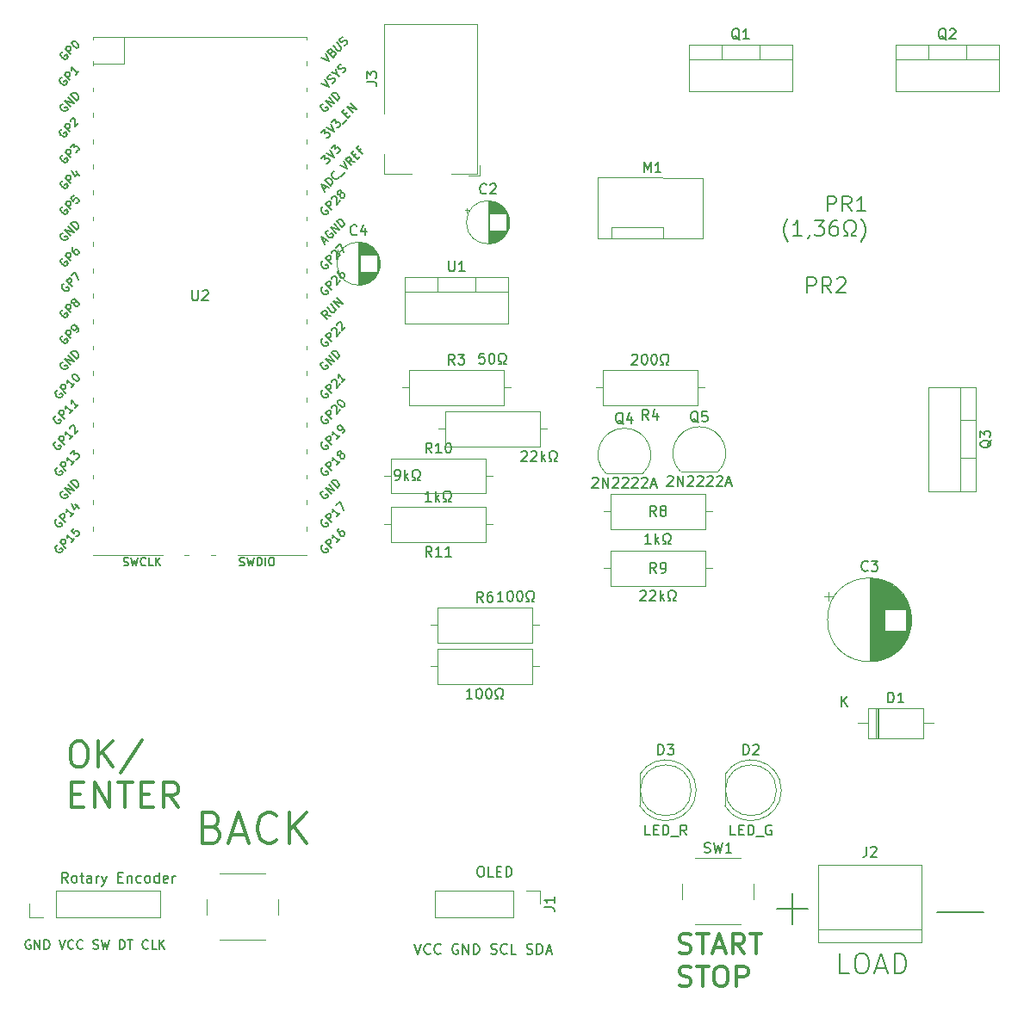
<source format=gbr>
%TF.GenerationSoftware,KiCad,Pcbnew,7.0.9-7.0.9~ubuntu22.04.1*%
%TF.CreationDate,2023-12-17T20:29:56+01:00*%
%TF.ProjectId,DC Load,4443204c-6f61-4642-9e6b-696361645f70,rev?*%
%TF.SameCoordinates,Original*%
%TF.FileFunction,Legend,Top*%
%TF.FilePolarity,Positive*%
%FSLAX46Y46*%
G04 Gerber Fmt 4.6, Leading zero omitted, Abs format (unit mm)*
G04 Created by KiCad (PCBNEW 7.0.9-7.0.9~ubuntu22.04.1) date 2023-12-17 20:29:56*
%MOMM*%
%LPD*%
G01*
G04 APERTURE LIST*
%ADD10C,0.150000*%
%ADD11C,0.300000*%
%ADD12C,0.120000*%
%ADD13C,0.100000*%
G04 APERTURE END LIST*
D10*
X168151255Y-128779438D02*
X167198874Y-128779438D01*
X167198874Y-128779438D02*
X167198874Y-126779438D01*
X169198874Y-126779438D02*
X169579827Y-126779438D01*
X169579827Y-126779438D02*
X169770303Y-126874676D01*
X169770303Y-126874676D02*
X169960779Y-127065152D01*
X169960779Y-127065152D02*
X170056017Y-127446104D01*
X170056017Y-127446104D02*
X170056017Y-128112771D01*
X170056017Y-128112771D02*
X169960779Y-128493723D01*
X169960779Y-128493723D02*
X169770303Y-128684200D01*
X169770303Y-128684200D02*
X169579827Y-128779438D01*
X169579827Y-128779438D02*
X169198874Y-128779438D01*
X169198874Y-128779438D02*
X169008398Y-128684200D01*
X169008398Y-128684200D02*
X168817922Y-128493723D01*
X168817922Y-128493723D02*
X168722684Y-128112771D01*
X168722684Y-128112771D02*
X168722684Y-127446104D01*
X168722684Y-127446104D02*
X168817922Y-127065152D01*
X168817922Y-127065152D02*
X169008398Y-126874676D01*
X169008398Y-126874676D02*
X169198874Y-126779438D01*
X170817922Y-128208009D02*
X171770303Y-128208009D01*
X170627446Y-128779438D02*
X171294112Y-126779438D01*
X171294112Y-126779438D02*
X171960779Y-128779438D01*
X172627446Y-128779438D02*
X172627446Y-126779438D01*
X172627446Y-126779438D02*
X173103636Y-126779438D01*
X173103636Y-126779438D02*
X173389351Y-126874676D01*
X173389351Y-126874676D02*
X173579827Y-127065152D01*
X173579827Y-127065152D02*
X173675065Y-127255628D01*
X173675065Y-127255628D02*
X173770303Y-127636580D01*
X173770303Y-127636580D02*
X173770303Y-127922295D01*
X173770303Y-127922295D02*
X173675065Y-128303247D01*
X173675065Y-128303247D02*
X173579827Y-128493723D01*
X173579827Y-128493723D02*
X173389351Y-128684200D01*
X173389351Y-128684200D02*
X173103636Y-128779438D01*
X173103636Y-128779438D02*
X172627446Y-128779438D01*
X131835255Y-118249819D02*
X132025731Y-118249819D01*
X132025731Y-118249819D02*
X132120969Y-118297438D01*
X132120969Y-118297438D02*
X132216207Y-118392676D01*
X132216207Y-118392676D02*
X132263826Y-118583152D01*
X132263826Y-118583152D02*
X132263826Y-118916485D01*
X132263826Y-118916485D02*
X132216207Y-119106961D01*
X132216207Y-119106961D02*
X132120969Y-119202200D01*
X132120969Y-119202200D02*
X132025731Y-119249819D01*
X132025731Y-119249819D02*
X131835255Y-119249819D01*
X131835255Y-119249819D02*
X131740017Y-119202200D01*
X131740017Y-119202200D02*
X131644779Y-119106961D01*
X131644779Y-119106961D02*
X131597160Y-118916485D01*
X131597160Y-118916485D02*
X131597160Y-118583152D01*
X131597160Y-118583152D02*
X131644779Y-118392676D01*
X131644779Y-118392676D02*
X131740017Y-118297438D01*
X131740017Y-118297438D02*
X131835255Y-118249819D01*
X133168588Y-119249819D02*
X132692398Y-119249819D01*
X132692398Y-119249819D02*
X132692398Y-118249819D01*
X133501922Y-118726009D02*
X133835255Y-118726009D01*
X133978112Y-119249819D02*
X133501922Y-119249819D01*
X133501922Y-119249819D02*
X133501922Y-118249819D01*
X133501922Y-118249819D02*
X133978112Y-118249819D01*
X134406684Y-119249819D02*
X134406684Y-118249819D01*
X134406684Y-118249819D02*
X134644779Y-118249819D01*
X134644779Y-118249819D02*
X134787636Y-118297438D01*
X134787636Y-118297438D02*
X134882874Y-118392676D01*
X134882874Y-118392676D02*
X134930493Y-118487914D01*
X134930493Y-118487914D02*
X134978112Y-118678390D01*
X134978112Y-118678390D02*
X134978112Y-118821247D01*
X134978112Y-118821247D02*
X134930493Y-119011723D01*
X134930493Y-119011723D02*
X134882874Y-119106961D01*
X134882874Y-119106961D02*
X134787636Y-119202200D01*
X134787636Y-119202200D02*
X134644779Y-119249819D01*
X134644779Y-119249819D02*
X134406684Y-119249819D01*
X176787255Y-122702200D02*
X181358684Y-122702200D01*
D11*
X151454320Y-126726400D02*
X151740034Y-126821638D01*
X151740034Y-126821638D02*
X152216225Y-126821638D01*
X152216225Y-126821638D02*
X152406701Y-126726400D01*
X152406701Y-126726400D02*
X152501939Y-126631161D01*
X152501939Y-126631161D02*
X152597177Y-126440685D01*
X152597177Y-126440685D02*
X152597177Y-126250209D01*
X152597177Y-126250209D02*
X152501939Y-126059733D01*
X152501939Y-126059733D02*
X152406701Y-125964495D01*
X152406701Y-125964495D02*
X152216225Y-125869257D01*
X152216225Y-125869257D02*
X151835272Y-125774019D01*
X151835272Y-125774019D02*
X151644796Y-125678780D01*
X151644796Y-125678780D02*
X151549558Y-125583542D01*
X151549558Y-125583542D02*
X151454320Y-125393066D01*
X151454320Y-125393066D02*
X151454320Y-125202590D01*
X151454320Y-125202590D02*
X151549558Y-125012114D01*
X151549558Y-125012114D02*
X151644796Y-124916876D01*
X151644796Y-124916876D02*
X151835272Y-124821638D01*
X151835272Y-124821638D02*
X152311463Y-124821638D01*
X152311463Y-124821638D02*
X152597177Y-124916876D01*
X153168606Y-124821638D02*
X154311463Y-124821638D01*
X153740034Y-126821638D02*
X153740034Y-124821638D01*
X154882892Y-126250209D02*
X155835273Y-126250209D01*
X154692416Y-126821638D02*
X155359082Y-124821638D01*
X155359082Y-124821638D02*
X156025749Y-126821638D01*
X157835273Y-126821638D02*
X157168606Y-125869257D01*
X156692416Y-126821638D02*
X156692416Y-124821638D01*
X156692416Y-124821638D02*
X157454321Y-124821638D01*
X157454321Y-124821638D02*
X157644797Y-124916876D01*
X157644797Y-124916876D02*
X157740035Y-125012114D01*
X157740035Y-125012114D02*
X157835273Y-125202590D01*
X157835273Y-125202590D02*
X157835273Y-125488304D01*
X157835273Y-125488304D02*
X157740035Y-125678780D01*
X157740035Y-125678780D02*
X157644797Y-125774019D01*
X157644797Y-125774019D02*
X157454321Y-125869257D01*
X157454321Y-125869257D02*
X156692416Y-125869257D01*
X158406702Y-124821638D02*
X159549559Y-124821638D01*
X158978130Y-126821638D02*
X158978130Y-124821638D01*
X151454320Y-129946400D02*
X151740034Y-130041638D01*
X151740034Y-130041638D02*
X152216225Y-130041638D01*
X152216225Y-130041638D02*
X152406701Y-129946400D01*
X152406701Y-129946400D02*
X152501939Y-129851161D01*
X152501939Y-129851161D02*
X152597177Y-129660685D01*
X152597177Y-129660685D02*
X152597177Y-129470209D01*
X152597177Y-129470209D02*
X152501939Y-129279733D01*
X152501939Y-129279733D02*
X152406701Y-129184495D01*
X152406701Y-129184495D02*
X152216225Y-129089257D01*
X152216225Y-129089257D02*
X151835272Y-128994019D01*
X151835272Y-128994019D02*
X151644796Y-128898780D01*
X151644796Y-128898780D02*
X151549558Y-128803542D01*
X151549558Y-128803542D02*
X151454320Y-128613066D01*
X151454320Y-128613066D02*
X151454320Y-128422590D01*
X151454320Y-128422590D02*
X151549558Y-128232114D01*
X151549558Y-128232114D02*
X151644796Y-128136876D01*
X151644796Y-128136876D02*
X151835272Y-128041638D01*
X151835272Y-128041638D02*
X152311463Y-128041638D01*
X152311463Y-128041638D02*
X152597177Y-128136876D01*
X153168606Y-128041638D02*
X154311463Y-128041638D01*
X153740034Y-130041638D02*
X153740034Y-128041638D01*
X155359082Y-128041638D02*
X155740035Y-128041638D01*
X155740035Y-128041638D02*
X155930511Y-128136876D01*
X155930511Y-128136876D02*
X156120987Y-128327352D01*
X156120987Y-128327352D02*
X156216225Y-128708304D01*
X156216225Y-128708304D02*
X156216225Y-129374971D01*
X156216225Y-129374971D02*
X156120987Y-129755923D01*
X156120987Y-129755923D02*
X155930511Y-129946400D01*
X155930511Y-129946400D02*
X155740035Y-130041638D01*
X155740035Y-130041638D02*
X155359082Y-130041638D01*
X155359082Y-130041638D02*
X155168606Y-129946400D01*
X155168606Y-129946400D02*
X154978130Y-129755923D01*
X154978130Y-129755923D02*
X154882892Y-129374971D01*
X154882892Y-129374971D02*
X154882892Y-128708304D01*
X154882892Y-128708304D02*
X154978130Y-128327352D01*
X154978130Y-128327352D02*
X155168606Y-128136876D01*
X155168606Y-128136876D02*
X155359082Y-128041638D01*
X157073368Y-130041638D02*
X157073368Y-128041638D01*
X157073368Y-128041638D02*
X157835273Y-128041638D01*
X157835273Y-128041638D02*
X158025749Y-128136876D01*
X158025749Y-128136876D02*
X158120987Y-128232114D01*
X158120987Y-128232114D02*
X158216225Y-128422590D01*
X158216225Y-128422590D02*
X158216225Y-128708304D01*
X158216225Y-128708304D02*
X158120987Y-128898780D01*
X158120987Y-128898780D02*
X158025749Y-128994019D01*
X158025749Y-128994019D02*
X157835273Y-129089257D01*
X157835273Y-129089257D02*
X157073368Y-129089257D01*
D10*
X87652398Y-125516914D02*
X87566684Y-125474057D01*
X87566684Y-125474057D02*
X87438112Y-125474057D01*
X87438112Y-125474057D02*
X87309541Y-125516914D01*
X87309541Y-125516914D02*
X87223826Y-125602628D01*
X87223826Y-125602628D02*
X87180969Y-125688342D01*
X87180969Y-125688342D02*
X87138112Y-125859771D01*
X87138112Y-125859771D02*
X87138112Y-125988342D01*
X87138112Y-125988342D02*
X87180969Y-126159771D01*
X87180969Y-126159771D02*
X87223826Y-126245485D01*
X87223826Y-126245485D02*
X87309541Y-126331200D01*
X87309541Y-126331200D02*
X87438112Y-126374057D01*
X87438112Y-126374057D02*
X87523826Y-126374057D01*
X87523826Y-126374057D02*
X87652398Y-126331200D01*
X87652398Y-126331200D02*
X87695255Y-126288342D01*
X87695255Y-126288342D02*
X87695255Y-125988342D01*
X87695255Y-125988342D02*
X87523826Y-125988342D01*
X88080969Y-126374057D02*
X88080969Y-125474057D01*
X88080969Y-125474057D02*
X88595255Y-126374057D01*
X88595255Y-126374057D02*
X88595255Y-125474057D01*
X89023826Y-126374057D02*
X89023826Y-125474057D01*
X89023826Y-125474057D02*
X89238112Y-125474057D01*
X89238112Y-125474057D02*
X89366683Y-125516914D01*
X89366683Y-125516914D02*
X89452398Y-125602628D01*
X89452398Y-125602628D02*
X89495255Y-125688342D01*
X89495255Y-125688342D02*
X89538112Y-125859771D01*
X89538112Y-125859771D02*
X89538112Y-125988342D01*
X89538112Y-125988342D02*
X89495255Y-126159771D01*
X89495255Y-126159771D02*
X89452398Y-126245485D01*
X89452398Y-126245485D02*
X89366683Y-126331200D01*
X89366683Y-126331200D02*
X89238112Y-126374057D01*
X89238112Y-126374057D02*
X89023826Y-126374057D01*
X90480969Y-125474057D02*
X90780969Y-126374057D01*
X90780969Y-126374057D02*
X91080969Y-125474057D01*
X91895255Y-126288342D02*
X91852398Y-126331200D01*
X91852398Y-126331200D02*
X91723826Y-126374057D01*
X91723826Y-126374057D02*
X91638112Y-126374057D01*
X91638112Y-126374057D02*
X91509541Y-126331200D01*
X91509541Y-126331200D02*
X91423826Y-126245485D01*
X91423826Y-126245485D02*
X91380969Y-126159771D01*
X91380969Y-126159771D02*
X91338112Y-125988342D01*
X91338112Y-125988342D02*
X91338112Y-125859771D01*
X91338112Y-125859771D02*
X91380969Y-125688342D01*
X91380969Y-125688342D02*
X91423826Y-125602628D01*
X91423826Y-125602628D02*
X91509541Y-125516914D01*
X91509541Y-125516914D02*
X91638112Y-125474057D01*
X91638112Y-125474057D02*
X91723826Y-125474057D01*
X91723826Y-125474057D02*
X91852398Y-125516914D01*
X91852398Y-125516914D02*
X91895255Y-125559771D01*
X92795255Y-126288342D02*
X92752398Y-126331200D01*
X92752398Y-126331200D02*
X92623826Y-126374057D01*
X92623826Y-126374057D02*
X92538112Y-126374057D01*
X92538112Y-126374057D02*
X92409541Y-126331200D01*
X92409541Y-126331200D02*
X92323826Y-126245485D01*
X92323826Y-126245485D02*
X92280969Y-126159771D01*
X92280969Y-126159771D02*
X92238112Y-125988342D01*
X92238112Y-125988342D02*
X92238112Y-125859771D01*
X92238112Y-125859771D02*
X92280969Y-125688342D01*
X92280969Y-125688342D02*
X92323826Y-125602628D01*
X92323826Y-125602628D02*
X92409541Y-125516914D01*
X92409541Y-125516914D02*
X92538112Y-125474057D01*
X92538112Y-125474057D02*
X92623826Y-125474057D01*
X92623826Y-125474057D02*
X92752398Y-125516914D01*
X92752398Y-125516914D02*
X92795255Y-125559771D01*
X93823826Y-126331200D02*
X93952398Y-126374057D01*
X93952398Y-126374057D02*
X94166683Y-126374057D01*
X94166683Y-126374057D02*
X94252398Y-126331200D01*
X94252398Y-126331200D02*
X94295255Y-126288342D01*
X94295255Y-126288342D02*
X94338112Y-126202628D01*
X94338112Y-126202628D02*
X94338112Y-126116914D01*
X94338112Y-126116914D02*
X94295255Y-126031200D01*
X94295255Y-126031200D02*
X94252398Y-125988342D01*
X94252398Y-125988342D02*
X94166683Y-125945485D01*
X94166683Y-125945485D02*
X93995255Y-125902628D01*
X93995255Y-125902628D02*
X93909540Y-125859771D01*
X93909540Y-125859771D02*
X93866683Y-125816914D01*
X93866683Y-125816914D02*
X93823826Y-125731200D01*
X93823826Y-125731200D02*
X93823826Y-125645485D01*
X93823826Y-125645485D02*
X93866683Y-125559771D01*
X93866683Y-125559771D02*
X93909540Y-125516914D01*
X93909540Y-125516914D02*
X93995255Y-125474057D01*
X93995255Y-125474057D02*
X94209540Y-125474057D01*
X94209540Y-125474057D02*
X94338112Y-125516914D01*
X94638112Y-125474057D02*
X94852398Y-126374057D01*
X94852398Y-126374057D02*
X95023826Y-125731200D01*
X95023826Y-125731200D02*
X95195255Y-126374057D01*
X95195255Y-126374057D02*
X95409541Y-125474057D01*
X96438111Y-126374057D02*
X96438111Y-125474057D01*
X96438111Y-125474057D02*
X96652397Y-125474057D01*
X96652397Y-125474057D02*
X96780968Y-125516914D01*
X96780968Y-125516914D02*
X96866683Y-125602628D01*
X96866683Y-125602628D02*
X96909540Y-125688342D01*
X96909540Y-125688342D02*
X96952397Y-125859771D01*
X96952397Y-125859771D02*
X96952397Y-125988342D01*
X96952397Y-125988342D02*
X96909540Y-126159771D01*
X96909540Y-126159771D02*
X96866683Y-126245485D01*
X96866683Y-126245485D02*
X96780968Y-126331200D01*
X96780968Y-126331200D02*
X96652397Y-126374057D01*
X96652397Y-126374057D02*
X96438111Y-126374057D01*
X97209540Y-125474057D02*
X97723826Y-125474057D01*
X97466683Y-126374057D02*
X97466683Y-125474057D01*
X99223825Y-126288342D02*
X99180968Y-126331200D01*
X99180968Y-126331200D02*
X99052396Y-126374057D01*
X99052396Y-126374057D02*
X98966682Y-126374057D01*
X98966682Y-126374057D02*
X98838111Y-126331200D01*
X98838111Y-126331200D02*
X98752396Y-126245485D01*
X98752396Y-126245485D02*
X98709539Y-126159771D01*
X98709539Y-126159771D02*
X98666682Y-125988342D01*
X98666682Y-125988342D02*
X98666682Y-125859771D01*
X98666682Y-125859771D02*
X98709539Y-125688342D01*
X98709539Y-125688342D02*
X98752396Y-125602628D01*
X98752396Y-125602628D02*
X98838111Y-125516914D01*
X98838111Y-125516914D02*
X98966682Y-125474057D01*
X98966682Y-125474057D02*
X99052396Y-125474057D01*
X99052396Y-125474057D02*
X99180968Y-125516914D01*
X99180968Y-125516914D02*
X99223825Y-125559771D01*
X100038111Y-126374057D02*
X99609539Y-126374057D01*
X99609539Y-126374057D02*
X99609539Y-125474057D01*
X100338110Y-126374057D02*
X100338110Y-125474057D01*
X100852396Y-126374057D02*
X100466682Y-125859771D01*
X100852396Y-125474057D02*
X100338110Y-125988342D01*
D11*
X105543653Y-114377828D02*
X105972225Y-114520685D01*
X105972225Y-114520685D02*
X106115082Y-114663542D01*
X106115082Y-114663542D02*
X106257939Y-114949257D01*
X106257939Y-114949257D02*
X106257939Y-115377828D01*
X106257939Y-115377828D02*
X106115082Y-115663542D01*
X106115082Y-115663542D02*
X105972225Y-115806400D01*
X105972225Y-115806400D02*
X105686510Y-115949257D01*
X105686510Y-115949257D02*
X104543653Y-115949257D01*
X104543653Y-115949257D02*
X104543653Y-112949257D01*
X104543653Y-112949257D02*
X105543653Y-112949257D01*
X105543653Y-112949257D02*
X105829368Y-113092114D01*
X105829368Y-113092114D02*
X105972225Y-113234971D01*
X105972225Y-113234971D02*
X106115082Y-113520685D01*
X106115082Y-113520685D02*
X106115082Y-113806400D01*
X106115082Y-113806400D02*
X105972225Y-114092114D01*
X105972225Y-114092114D02*
X105829368Y-114234971D01*
X105829368Y-114234971D02*
X105543653Y-114377828D01*
X105543653Y-114377828D02*
X104543653Y-114377828D01*
X107400796Y-115092114D02*
X108829368Y-115092114D01*
X107115082Y-115949257D02*
X108115082Y-112949257D01*
X108115082Y-112949257D02*
X109115082Y-115949257D01*
X111829368Y-115663542D02*
X111686511Y-115806400D01*
X111686511Y-115806400D02*
X111257939Y-115949257D01*
X111257939Y-115949257D02*
X110972225Y-115949257D01*
X110972225Y-115949257D02*
X110543654Y-115806400D01*
X110543654Y-115806400D02*
X110257939Y-115520685D01*
X110257939Y-115520685D02*
X110115082Y-115234971D01*
X110115082Y-115234971D02*
X109972225Y-114663542D01*
X109972225Y-114663542D02*
X109972225Y-114234971D01*
X109972225Y-114234971D02*
X110115082Y-113663542D01*
X110115082Y-113663542D02*
X110257939Y-113377828D01*
X110257939Y-113377828D02*
X110543654Y-113092114D01*
X110543654Y-113092114D02*
X110972225Y-112949257D01*
X110972225Y-112949257D02*
X111257939Y-112949257D01*
X111257939Y-112949257D02*
X111686511Y-113092114D01*
X111686511Y-113092114D02*
X111829368Y-113234971D01*
X113115082Y-115949257D02*
X113115082Y-112949257D01*
X114829368Y-115949257D02*
X113543654Y-114234971D01*
X114829368Y-112949257D02*
X113115082Y-114663542D01*
D10*
X164031826Y-61784628D02*
X164031826Y-60284628D01*
X164031826Y-60284628D02*
X164603255Y-60284628D01*
X164603255Y-60284628D02*
X164746112Y-60356057D01*
X164746112Y-60356057D02*
X164817541Y-60427485D01*
X164817541Y-60427485D02*
X164888969Y-60570342D01*
X164888969Y-60570342D02*
X164888969Y-60784628D01*
X164888969Y-60784628D02*
X164817541Y-60927485D01*
X164817541Y-60927485D02*
X164746112Y-60998914D01*
X164746112Y-60998914D02*
X164603255Y-61070342D01*
X164603255Y-61070342D02*
X164031826Y-61070342D01*
X166388969Y-61784628D02*
X165888969Y-61070342D01*
X165531826Y-61784628D02*
X165531826Y-60284628D01*
X165531826Y-60284628D02*
X166103255Y-60284628D01*
X166103255Y-60284628D02*
X166246112Y-60356057D01*
X166246112Y-60356057D02*
X166317541Y-60427485D01*
X166317541Y-60427485D02*
X166388969Y-60570342D01*
X166388969Y-60570342D02*
X166388969Y-60784628D01*
X166388969Y-60784628D02*
X166317541Y-60927485D01*
X166317541Y-60927485D02*
X166246112Y-60998914D01*
X166246112Y-60998914D02*
X166103255Y-61070342D01*
X166103255Y-61070342D02*
X165531826Y-61070342D01*
X166960398Y-60427485D02*
X167031826Y-60356057D01*
X167031826Y-60356057D02*
X167174684Y-60284628D01*
X167174684Y-60284628D02*
X167531826Y-60284628D01*
X167531826Y-60284628D02*
X167674684Y-60356057D01*
X167674684Y-60356057D02*
X167746112Y-60427485D01*
X167746112Y-60427485D02*
X167817541Y-60570342D01*
X167817541Y-60570342D02*
X167817541Y-60713200D01*
X167817541Y-60713200D02*
X167746112Y-60927485D01*
X167746112Y-60927485D02*
X166888969Y-61784628D01*
X166888969Y-61784628D02*
X167817541Y-61784628D01*
X166009887Y-53781628D02*
X166009887Y-52281628D01*
X166009887Y-52281628D02*
X166581316Y-52281628D01*
X166581316Y-52281628D02*
X166724173Y-52353057D01*
X166724173Y-52353057D02*
X166795602Y-52424485D01*
X166795602Y-52424485D02*
X166867030Y-52567342D01*
X166867030Y-52567342D02*
X166867030Y-52781628D01*
X166867030Y-52781628D02*
X166795602Y-52924485D01*
X166795602Y-52924485D02*
X166724173Y-52995914D01*
X166724173Y-52995914D02*
X166581316Y-53067342D01*
X166581316Y-53067342D02*
X166009887Y-53067342D01*
X168367030Y-53781628D02*
X167867030Y-53067342D01*
X167509887Y-53781628D02*
X167509887Y-52281628D01*
X167509887Y-52281628D02*
X168081316Y-52281628D01*
X168081316Y-52281628D02*
X168224173Y-52353057D01*
X168224173Y-52353057D02*
X168295602Y-52424485D01*
X168295602Y-52424485D02*
X168367030Y-52567342D01*
X168367030Y-52567342D02*
X168367030Y-52781628D01*
X168367030Y-52781628D02*
X168295602Y-52924485D01*
X168295602Y-52924485D02*
X168224173Y-52995914D01*
X168224173Y-52995914D02*
X168081316Y-53067342D01*
X168081316Y-53067342D02*
X167509887Y-53067342D01*
X169795602Y-53781628D02*
X168938459Y-53781628D01*
X169367030Y-53781628D02*
X169367030Y-52281628D01*
X169367030Y-52281628D02*
X169224173Y-52495914D01*
X169224173Y-52495914D02*
X169081316Y-52638771D01*
X169081316Y-52638771D02*
X168938459Y-52710200D01*
X162152745Y-56768057D02*
X162081316Y-56696628D01*
X162081316Y-56696628D02*
X161938459Y-56482342D01*
X161938459Y-56482342D02*
X161867031Y-56339485D01*
X161867031Y-56339485D02*
X161795602Y-56125200D01*
X161795602Y-56125200D02*
X161724173Y-55768057D01*
X161724173Y-55768057D02*
X161724173Y-55482342D01*
X161724173Y-55482342D02*
X161795602Y-55125200D01*
X161795602Y-55125200D02*
X161867031Y-54910914D01*
X161867031Y-54910914D02*
X161938459Y-54768057D01*
X161938459Y-54768057D02*
X162081316Y-54553771D01*
X162081316Y-54553771D02*
X162152745Y-54482342D01*
X163509888Y-56196628D02*
X162652745Y-56196628D01*
X163081316Y-56196628D02*
X163081316Y-54696628D01*
X163081316Y-54696628D02*
X162938459Y-54910914D01*
X162938459Y-54910914D02*
X162795602Y-55053771D01*
X162795602Y-55053771D02*
X162652745Y-55125200D01*
X164224173Y-56125200D02*
X164224173Y-56196628D01*
X164224173Y-56196628D02*
X164152744Y-56339485D01*
X164152744Y-56339485D02*
X164081316Y-56410914D01*
X164724173Y-54696628D02*
X165652745Y-54696628D01*
X165652745Y-54696628D02*
X165152745Y-55268057D01*
X165152745Y-55268057D02*
X165367030Y-55268057D01*
X165367030Y-55268057D02*
X165509888Y-55339485D01*
X165509888Y-55339485D02*
X165581316Y-55410914D01*
X165581316Y-55410914D02*
X165652745Y-55553771D01*
X165652745Y-55553771D02*
X165652745Y-55910914D01*
X165652745Y-55910914D02*
X165581316Y-56053771D01*
X165581316Y-56053771D02*
X165509888Y-56125200D01*
X165509888Y-56125200D02*
X165367030Y-56196628D01*
X165367030Y-56196628D02*
X164938459Y-56196628D01*
X164938459Y-56196628D02*
X164795602Y-56125200D01*
X164795602Y-56125200D02*
X164724173Y-56053771D01*
X166938459Y-54696628D02*
X166652744Y-54696628D01*
X166652744Y-54696628D02*
X166509887Y-54768057D01*
X166509887Y-54768057D02*
X166438459Y-54839485D01*
X166438459Y-54839485D02*
X166295601Y-55053771D01*
X166295601Y-55053771D02*
X166224173Y-55339485D01*
X166224173Y-55339485D02*
X166224173Y-55910914D01*
X166224173Y-55910914D02*
X166295601Y-56053771D01*
X166295601Y-56053771D02*
X166367030Y-56125200D01*
X166367030Y-56125200D02*
X166509887Y-56196628D01*
X166509887Y-56196628D02*
X166795601Y-56196628D01*
X166795601Y-56196628D02*
X166938459Y-56125200D01*
X166938459Y-56125200D02*
X167009887Y-56053771D01*
X167009887Y-56053771D02*
X167081316Y-55910914D01*
X167081316Y-55910914D02*
X167081316Y-55553771D01*
X167081316Y-55553771D02*
X167009887Y-55410914D01*
X167009887Y-55410914D02*
X166938459Y-55339485D01*
X166938459Y-55339485D02*
X166795601Y-55268057D01*
X166795601Y-55268057D02*
X166509887Y-55268057D01*
X166509887Y-55268057D02*
X166367030Y-55339485D01*
X166367030Y-55339485D02*
X166295601Y-55410914D01*
X166295601Y-55410914D02*
X166224173Y-55553771D01*
X167652744Y-56196628D02*
X168009887Y-56196628D01*
X168009887Y-56196628D02*
X168009887Y-55910914D01*
X168009887Y-55910914D02*
X167867030Y-55839485D01*
X167867030Y-55839485D02*
X167724172Y-55696628D01*
X167724172Y-55696628D02*
X167652744Y-55482342D01*
X167652744Y-55482342D02*
X167652744Y-55125200D01*
X167652744Y-55125200D02*
X167724172Y-54910914D01*
X167724172Y-54910914D02*
X167867030Y-54768057D01*
X167867030Y-54768057D02*
X168081315Y-54696628D01*
X168081315Y-54696628D02*
X168367030Y-54696628D01*
X168367030Y-54696628D02*
X168581315Y-54768057D01*
X168581315Y-54768057D02*
X168724172Y-54910914D01*
X168724172Y-54910914D02*
X168795601Y-55125200D01*
X168795601Y-55125200D02*
X168795601Y-55482342D01*
X168795601Y-55482342D02*
X168724172Y-55696628D01*
X168724172Y-55696628D02*
X168581315Y-55839485D01*
X168581315Y-55839485D02*
X168438458Y-55910914D01*
X168438458Y-55910914D02*
X168438458Y-56196628D01*
X168438458Y-56196628D02*
X168795601Y-56196628D01*
X169295601Y-56768057D02*
X169367030Y-56696628D01*
X169367030Y-56696628D02*
X169509887Y-56482342D01*
X169509887Y-56482342D02*
X169581316Y-56339485D01*
X169581316Y-56339485D02*
X169652744Y-56125200D01*
X169652744Y-56125200D02*
X169724173Y-55768057D01*
X169724173Y-55768057D02*
X169724173Y-55482342D01*
X169724173Y-55482342D02*
X169652744Y-55125200D01*
X169652744Y-55125200D02*
X169581316Y-54910914D01*
X169581316Y-54910914D02*
X169509887Y-54768057D01*
X169509887Y-54768057D02*
X169367030Y-54553771D01*
X169367030Y-54553771D02*
X169295601Y-54482342D01*
D11*
X92200796Y-105929447D02*
X92676987Y-105929447D01*
X92676987Y-105929447D02*
X92915082Y-106048495D01*
X92915082Y-106048495D02*
X93153177Y-106286590D01*
X93153177Y-106286590D02*
X93272225Y-106762780D01*
X93272225Y-106762780D02*
X93272225Y-107596114D01*
X93272225Y-107596114D02*
X93153177Y-108072304D01*
X93153177Y-108072304D02*
X92915082Y-108310400D01*
X92915082Y-108310400D02*
X92676987Y-108429447D01*
X92676987Y-108429447D02*
X92200796Y-108429447D01*
X92200796Y-108429447D02*
X91962701Y-108310400D01*
X91962701Y-108310400D02*
X91724606Y-108072304D01*
X91724606Y-108072304D02*
X91605558Y-107596114D01*
X91605558Y-107596114D02*
X91605558Y-106762780D01*
X91605558Y-106762780D02*
X91724606Y-106286590D01*
X91724606Y-106286590D02*
X91962701Y-106048495D01*
X91962701Y-106048495D02*
X92200796Y-105929447D01*
X94343654Y-108429447D02*
X94343654Y-105929447D01*
X95772225Y-108429447D02*
X94700796Y-107000876D01*
X95772225Y-105929447D02*
X94343654Y-107358019D01*
X98629368Y-105810400D02*
X96486511Y-109024685D01*
X91724606Y-111144923D02*
X92557939Y-111144923D01*
X92915082Y-112454447D02*
X91724606Y-112454447D01*
X91724606Y-112454447D02*
X91724606Y-109954447D01*
X91724606Y-109954447D02*
X92915082Y-109954447D01*
X93986511Y-112454447D02*
X93986511Y-109954447D01*
X93986511Y-109954447D02*
X95415082Y-112454447D01*
X95415082Y-112454447D02*
X95415082Y-109954447D01*
X96248416Y-109954447D02*
X97676987Y-109954447D01*
X96962701Y-112454447D02*
X96962701Y-109954447D01*
X98510321Y-111144923D02*
X99343654Y-111144923D01*
X99700797Y-112454447D02*
X98510321Y-112454447D01*
X98510321Y-112454447D02*
X98510321Y-109954447D01*
X98510321Y-109954447D02*
X99700797Y-109954447D01*
X102200797Y-112454447D02*
X101367464Y-111263971D01*
X100772226Y-112454447D02*
X100772226Y-109954447D01*
X100772226Y-109954447D02*
X101724607Y-109954447D01*
X101724607Y-109954447D02*
X101962702Y-110073495D01*
X101962702Y-110073495D02*
X102081749Y-110192542D01*
X102081749Y-110192542D02*
X102200797Y-110430638D01*
X102200797Y-110430638D02*
X102200797Y-110787780D01*
X102200797Y-110787780D02*
X102081749Y-111025876D01*
X102081749Y-111025876D02*
X101962702Y-111144923D01*
X101962702Y-111144923D02*
X101724607Y-111263971D01*
X101724607Y-111263971D02*
X100772226Y-111263971D01*
D10*
X125405922Y-125869819D02*
X125739255Y-126869819D01*
X125739255Y-126869819D02*
X126072588Y-125869819D01*
X126977350Y-126774580D02*
X126929731Y-126822200D01*
X126929731Y-126822200D02*
X126786874Y-126869819D01*
X126786874Y-126869819D02*
X126691636Y-126869819D01*
X126691636Y-126869819D02*
X126548779Y-126822200D01*
X126548779Y-126822200D02*
X126453541Y-126726961D01*
X126453541Y-126726961D02*
X126405922Y-126631723D01*
X126405922Y-126631723D02*
X126358303Y-126441247D01*
X126358303Y-126441247D02*
X126358303Y-126298390D01*
X126358303Y-126298390D02*
X126405922Y-126107914D01*
X126405922Y-126107914D02*
X126453541Y-126012676D01*
X126453541Y-126012676D02*
X126548779Y-125917438D01*
X126548779Y-125917438D02*
X126691636Y-125869819D01*
X126691636Y-125869819D02*
X126786874Y-125869819D01*
X126786874Y-125869819D02*
X126929731Y-125917438D01*
X126929731Y-125917438D02*
X126977350Y-125965057D01*
X127977350Y-126774580D02*
X127929731Y-126822200D01*
X127929731Y-126822200D02*
X127786874Y-126869819D01*
X127786874Y-126869819D02*
X127691636Y-126869819D01*
X127691636Y-126869819D02*
X127548779Y-126822200D01*
X127548779Y-126822200D02*
X127453541Y-126726961D01*
X127453541Y-126726961D02*
X127405922Y-126631723D01*
X127405922Y-126631723D02*
X127358303Y-126441247D01*
X127358303Y-126441247D02*
X127358303Y-126298390D01*
X127358303Y-126298390D02*
X127405922Y-126107914D01*
X127405922Y-126107914D02*
X127453541Y-126012676D01*
X127453541Y-126012676D02*
X127548779Y-125917438D01*
X127548779Y-125917438D02*
X127691636Y-125869819D01*
X127691636Y-125869819D02*
X127786874Y-125869819D01*
X127786874Y-125869819D02*
X127929731Y-125917438D01*
X127929731Y-125917438D02*
X127977350Y-125965057D01*
X129691636Y-125917438D02*
X129596398Y-125869819D01*
X129596398Y-125869819D02*
X129453541Y-125869819D01*
X129453541Y-125869819D02*
X129310684Y-125917438D01*
X129310684Y-125917438D02*
X129215446Y-126012676D01*
X129215446Y-126012676D02*
X129167827Y-126107914D01*
X129167827Y-126107914D02*
X129120208Y-126298390D01*
X129120208Y-126298390D02*
X129120208Y-126441247D01*
X129120208Y-126441247D02*
X129167827Y-126631723D01*
X129167827Y-126631723D02*
X129215446Y-126726961D01*
X129215446Y-126726961D02*
X129310684Y-126822200D01*
X129310684Y-126822200D02*
X129453541Y-126869819D01*
X129453541Y-126869819D02*
X129548779Y-126869819D01*
X129548779Y-126869819D02*
X129691636Y-126822200D01*
X129691636Y-126822200D02*
X129739255Y-126774580D01*
X129739255Y-126774580D02*
X129739255Y-126441247D01*
X129739255Y-126441247D02*
X129548779Y-126441247D01*
X130167827Y-126869819D02*
X130167827Y-125869819D01*
X130167827Y-125869819D02*
X130739255Y-126869819D01*
X130739255Y-126869819D02*
X130739255Y-125869819D01*
X131215446Y-126869819D02*
X131215446Y-125869819D01*
X131215446Y-125869819D02*
X131453541Y-125869819D01*
X131453541Y-125869819D02*
X131596398Y-125917438D01*
X131596398Y-125917438D02*
X131691636Y-126012676D01*
X131691636Y-126012676D02*
X131739255Y-126107914D01*
X131739255Y-126107914D02*
X131786874Y-126298390D01*
X131786874Y-126298390D02*
X131786874Y-126441247D01*
X131786874Y-126441247D02*
X131739255Y-126631723D01*
X131739255Y-126631723D02*
X131691636Y-126726961D01*
X131691636Y-126726961D02*
X131596398Y-126822200D01*
X131596398Y-126822200D02*
X131453541Y-126869819D01*
X131453541Y-126869819D02*
X131215446Y-126869819D01*
X132929732Y-126822200D02*
X133072589Y-126869819D01*
X133072589Y-126869819D02*
X133310684Y-126869819D01*
X133310684Y-126869819D02*
X133405922Y-126822200D01*
X133405922Y-126822200D02*
X133453541Y-126774580D01*
X133453541Y-126774580D02*
X133501160Y-126679342D01*
X133501160Y-126679342D02*
X133501160Y-126584104D01*
X133501160Y-126584104D02*
X133453541Y-126488866D01*
X133453541Y-126488866D02*
X133405922Y-126441247D01*
X133405922Y-126441247D02*
X133310684Y-126393628D01*
X133310684Y-126393628D02*
X133120208Y-126346009D01*
X133120208Y-126346009D02*
X133024970Y-126298390D01*
X133024970Y-126298390D02*
X132977351Y-126250771D01*
X132977351Y-126250771D02*
X132929732Y-126155533D01*
X132929732Y-126155533D02*
X132929732Y-126060295D01*
X132929732Y-126060295D02*
X132977351Y-125965057D01*
X132977351Y-125965057D02*
X133024970Y-125917438D01*
X133024970Y-125917438D02*
X133120208Y-125869819D01*
X133120208Y-125869819D02*
X133358303Y-125869819D01*
X133358303Y-125869819D02*
X133501160Y-125917438D01*
X134501160Y-126774580D02*
X134453541Y-126822200D01*
X134453541Y-126822200D02*
X134310684Y-126869819D01*
X134310684Y-126869819D02*
X134215446Y-126869819D01*
X134215446Y-126869819D02*
X134072589Y-126822200D01*
X134072589Y-126822200D02*
X133977351Y-126726961D01*
X133977351Y-126726961D02*
X133929732Y-126631723D01*
X133929732Y-126631723D02*
X133882113Y-126441247D01*
X133882113Y-126441247D02*
X133882113Y-126298390D01*
X133882113Y-126298390D02*
X133929732Y-126107914D01*
X133929732Y-126107914D02*
X133977351Y-126012676D01*
X133977351Y-126012676D02*
X134072589Y-125917438D01*
X134072589Y-125917438D02*
X134215446Y-125869819D01*
X134215446Y-125869819D02*
X134310684Y-125869819D01*
X134310684Y-125869819D02*
X134453541Y-125917438D01*
X134453541Y-125917438D02*
X134501160Y-125965057D01*
X135405922Y-126869819D02*
X134929732Y-126869819D01*
X134929732Y-126869819D02*
X134929732Y-125869819D01*
X136453542Y-126822200D02*
X136596399Y-126869819D01*
X136596399Y-126869819D02*
X136834494Y-126869819D01*
X136834494Y-126869819D02*
X136929732Y-126822200D01*
X136929732Y-126822200D02*
X136977351Y-126774580D01*
X136977351Y-126774580D02*
X137024970Y-126679342D01*
X137024970Y-126679342D02*
X137024970Y-126584104D01*
X137024970Y-126584104D02*
X136977351Y-126488866D01*
X136977351Y-126488866D02*
X136929732Y-126441247D01*
X136929732Y-126441247D02*
X136834494Y-126393628D01*
X136834494Y-126393628D02*
X136644018Y-126346009D01*
X136644018Y-126346009D02*
X136548780Y-126298390D01*
X136548780Y-126298390D02*
X136501161Y-126250771D01*
X136501161Y-126250771D02*
X136453542Y-126155533D01*
X136453542Y-126155533D02*
X136453542Y-126060295D01*
X136453542Y-126060295D02*
X136501161Y-125965057D01*
X136501161Y-125965057D02*
X136548780Y-125917438D01*
X136548780Y-125917438D02*
X136644018Y-125869819D01*
X136644018Y-125869819D02*
X136882113Y-125869819D01*
X136882113Y-125869819D02*
X137024970Y-125917438D01*
X137453542Y-126869819D02*
X137453542Y-125869819D01*
X137453542Y-125869819D02*
X137691637Y-125869819D01*
X137691637Y-125869819D02*
X137834494Y-125917438D01*
X137834494Y-125917438D02*
X137929732Y-126012676D01*
X137929732Y-126012676D02*
X137977351Y-126107914D01*
X137977351Y-126107914D02*
X138024970Y-126298390D01*
X138024970Y-126298390D02*
X138024970Y-126441247D01*
X138024970Y-126441247D02*
X137977351Y-126631723D01*
X137977351Y-126631723D02*
X137929732Y-126726961D01*
X137929732Y-126726961D02*
X137834494Y-126822200D01*
X137834494Y-126822200D02*
X137691637Y-126869819D01*
X137691637Y-126869819D02*
X137453542Y-126869819D01*
X138405923Y-126584104D02*
X138882113Y-126584104D01*
X138310685Y-126869819D02*
X138644018Y-125869819D01*
X138644018Y-125869819D02*
X138977351Y-126869819D01*
X161071064Y-122438866D02*
X164118684Y-122438866D01*
X162594874Y-123962676D02*
X162594874Y-120915057D01*
X148423333Y-74294819D02*
X148090000Y-73818628D01*
X147851905Y-74294819D02*
X147851905Y-73294819D01*
X147851905Y-73294819D02*
X148232857Y-73294819D01*
X148232857Y-73294819D02*
X148328095Y-73342438D01*
X148328095Y-73342438D02*
X148375714Y-73390057D01*
X148375714Y-73390057D02*
X148423333Y-73485295D01*
X148423333Y-73485295D02*
X148423333Y-73628152D01*
X148423333Y-73628152D02*
X148375714Y-73723390D01*
X148375714Y-73723390D02*
X148328095Y-73771009D01*
X148328095Y-73771009D02*
X148232857Y-73818628D01*
X148232857Y-73818628D02*
X147851905Y-73818628D01*
X149280476Y-73628152D02*
X149280476Y-74294819D01*
X149042381Y-73247200D02*
X148804286Y-73961485D01*
X148804286Y-73961485D02*
X149423333Y-73961485D01*
X146780476Y-67950057D02*
X146828095Y-67902438D01*
X146828095Y-67902438D02*
X146923333Y-67854819D01*
X146923333Y-67854819D02*
X147161428Y-67854819D01*
X147161428Y-67854819D02*
X147256666Y-67902438D01*
X147256666Y-67902438D02*
X147304285Y-67950057D01*
X147304285Y-67950057D02*
X147351904Y-68045295D01*
X147351904Y-68045295D02*
X147351904Y-68140533D01*
X147351904Y-68140533D02*
X147304285Y-68283390D01*
X147304285Y-68283390D02*
X146732857Y-68854819D01*
X146732857Y-68854819D02*
X147351904Y-68854819D01*
X147970952Y-67854819D02*
X148066190Y-67854819D01*
X148066190Y-67854819D02*
X148161428Y-67902438D01*
X148161428Y-67902438D02*
X148209047Y-67950057D01*
X148209047Y-67950057D02*
X148256666Y-68045295D01*
X148256666Y-68045295D02*
X148304285Y-68235771D01*
X148304285Y-68235771D02*
X148304285Y-68473866D01*
X148304285Y-68473866D02*
X148256666Y-68664342D01*
X148256666Y-68664342D02*
X148209047Y-68759580D01*
X148209047Y-68759580D02*
X148161428Y-68807200D01*
X148161428Y-68807200D02*
X148066190Y-68854819D01*
X148066190Y-68854819D02*
X147970952Y-68854819D01*
X147970952Y-68854819D02*
X147875714Y-68807200D01*
X147875714Y-68807200D02*
X147828095Y-68759580D01*
X147828095Y-68759580D02*
X147780476Y-68664342D01*
X147780476Y-68664342D02*
X147732857Y-68473866D01*
X147732857Y-68473866D02*
X147732857Y-68235771D01*
X147732857Y-68235771D02*
X147780476Y-68045295D01*
X147780476Y-68045295D02*
X147828095Y-67950057D01*
X147828095Y-67950057D02*
X147875714Y-67902438D01*
X147875714Y-67902438D02*
X147970952Y-67854819D01*
X148923333Y-67854819D02*
X149018571Y-67854819D01*
X149018571Y-67854819D02*
X149113809Y-67902438D01*
X149113809Y-67902438D02*
X149161428Y-67950057D01*
X149161428Y-67950057D02*
X149209047Y-68045295D01*
X149209047Y-68045295D02*
X149256666Y-68235771D01*
X149256666Y-68235771D02*
X149256666Y-68473866D01*
X149256666Y-68473866D02*
X149209047Y-68664342D01*
X149209047Y-68664342D02*
X149161428Y-68759580D01*
X149161428Y-68759580D02*
X149113809Y-68807200D01*
X149113809Y-68807200D02*
X149018571Y-68854819D01*
X149018571Y-68854819D02*
X148923333Y-68854819D01*
X148923333Y-68854819D02*
X148828095Y-68807200D01*
X148828095Y-68807200D02*
X148780476Y-68759580D01*
X148780476Y-68759580D02*
X148732857Y-68664342D01*
X148732857Y-68664342D02*
X148685238Y-68473866D01*
X148685238Y-68473866D02*
X148685238Y-68235771D01*
X148685238Y-68235771D02*
X148732857Y-68045295D01*
X148732857Y-68045295D02*
X148780476Y-67950057D01*
X148780476Y-67950057D02*
X148828095Y-67902438D01*
X148828095Y-67902438D02*
X148923333Y-67854819D01*
X149637619Y-68854819D02*
X149875714Y-68854819D01*
X149875714Y-68854819D02*
X149875714Y-68664342D01*
X149875714Y-68664342D02*
X149780476Y-68616723D01*
X149780476Y-68616723D02*
X149685238Y-68521485D01*
X149685238Y-68521485D02*
X149637619Y-68378628D01*
X149637619Y-68378628D02*
X149637619Y-68140533D01*
X149637619Y-68140533D02*
X149685238Y-67997676D01*
X149685238Y-67997676D02*
X149780476Y-67902438D01*
X149780476Y-67902438D02*
X149923333Y-67854819D01*
X149923333Y-67854819D02*
X150113809Y-67854819D01*
X150113809Y-67854819D02*
X150256666Y-67902438D01*
X150256666Y-67902438D02*
X150351904Y-67997676D01*
X150351904Y-67997676D02*
X150399523Y-68140533D01*
X150399523Y-68140533D02*
X150399523Y-68378628D01*
X150399523Y-68378628D02*
X150351904Y-68521485D01*
X150351904Y-68521485D02*
X150256666Y-68616723D01*
X150256666Y-68616723D02*
X150161428Y-68664342D01*
X150161428Y-68664342D02*
X150161428Y-68854819D01*
X150161428Y-68854819D02*
X150399523Y-68854819D01*
X153912667Y-116843200D02*
X154055524Y-116890819D01*
X154055524Y-116890819D02*
X154293619Y-116890819D01*
X154293619Y-116890819D02*
X154388857Y-116843200D01*
X154388857Y-116843200D02*
X154436476Y-116795580D01*
X154436476Y-116795580D02*
X154484095Y-116700342D01*
X154484095Y-116700342D02*
X154484095Y-116605104D01*
X154484095Y-116605104D02*
X154436476Y-116509866D01*
X154436476Y-116509866D02*
X154388857Y-116462247D01*
X154388857Y-116462247D02*
X154293619Y-116414628D01*
X154293619Y-116414628D02*
X154103143Y-116367009D01*
X154103143Y-116367009D02*
X154007905Y-116319390D01*
X154007905Y-116319390D02*
X153960286Y-116271771D01*
X153960286Y-116271771D02*
X153912667Y-116176533D01*
X153912667Y-116176533D02*
X153912667Y-116081295D01*
X153912667Y-116081295D02*
X153960286Y-115986057D01*
X153960286Y-115986057D02*
X154007905Y-115938438D01*
X154007905Y-115938438D02*
X154103143Y-115890819D01*
X154103143Y-115890819D02*
X154341238Y-115890819D01*
X154341238Y-115890819D02*
X154484095Y-115938438D01*
X154817429Y-115890819D02*
X155055524Y-116890819D01*
X155055524Y-116890819D02*
X155246000Y-116176533D01*
X155246000Y-116176533D02*
X155436476Y-116890819D01*
X155436476Y-116890819D02*
X155674572Y-115890819D01*
X156579333Y-116890819D02*
X156007905Y-116890819D01*
X156293619Y-116890819D02*
X156293619Y-115890819D01*
X156293619Y-115890819D02*
X156198381Y-116033676D01*
X156198381Y-116033676D02*
X156103143Y-116128914D01*
X156103143Y-116128914D02*
X156007905Y-116176533D01*
X149375905Y-107238819D02*
X149375905Y-106238819D01*
X149375905Y-106238819D02*
X149614000Y-106238819D01*
X149614000Y-106238819D02*
X149756857Y-106286438D01*
X149756857Y-106286438D02*
X149852095Y-106381676D01*
X149852095Y-106381676D02*
X149899714Y-106476914D01*
X149899714Y-106476914D02*
X149947333Y-106667390D01*
X149947333Y-106667390D02*
X149947333Y-106810247D01*
X149947333Y-106810247D02*
X149899714Y-107000723D01*
X149899714Y-107000723D02*
X149852095Y-107095961D01*
X149852095Y-107095961D02*
X149756857Y-107191200D01*
X149756857Y-107191200D02*
X149614000Y-107238819D01*
X149614000Y-107238819D02*
X149375905Y-107238819D01*
X150280667Y-106238819D02*
X150899714Y-106238819D01*
X150899714Y-106238819D02*
X150566381Y-106619771D01*
X150566381Y-106619771D02*
X150709238Y-106619771D01*
X150709238Y-106619771D02*
X150804476Y-106667390D01*
X150804476Y-106667390D02*
X150852095Y-106715009D01*
X150852095Y-106715009D02*
X150899714Y-106810247D01*
X150899714Y-106810247D02*
X150899714Y-107048342D01*
X150899714Y-107048342D02*
X150852095Y-107143580D01*
X150852095Y-107143580D02*
X150804476Y-107191200D01*
X150804476Y-107191200D02*
X150709238Y-107238819D01*
X150709238Y-107238819D02*
X150423524Y-107238819D01*
X150423524Y-107238819D02*
X150328286Y-107191200D01*
X150328286Y-107191200D02*
X150280667Y-107143580D01*
X148590190Y-115158819D02*
X148114000Y-115158819D01*
X148114000Y-115158819D02*
X148114000Y-114158819D01*
X148923524Y-114635009D02*
X149256857Y-114635009D01*
X149399714Y-115158819D02*
X148923524Y-115158819D01*
X148923524Y-115158819D02*
X148923524Y-114158819D01*
X148923524Y-114158819D02*
X149399714Y-114158819D01*
X149828286Y-115158819D02*
X149828286Y-114158819D01*
X149828286Y-114158819D02*
X150066381Y-114158819D01*
X150066381Y-114158819D02*
X150209238Y-114206438D01*
X150209238Y-114206438D02*
X150304476Y-114301676D01*
X150304476Y-114301676D02*
X150352095Y-114396914D01*
X150352095Y-114396914D02*
X150399714Y-114587390D01*
X150399714Y-114587390D02*
X150399714Y-114730247D01*
X150399714Y-114730247D02*
X150352095Y-114920723D01*
X150352095Y-114920723D02*
X150304476Y-115015961D01*
X150304476Y-115015961D02*
X150209238Y-115111200D01*
X150209238Y-115111200D02*
X150066381Y-115158819D01*
X150066381Y-115158819D02*
X149828286Y-115158819D01*
X150590191Y-115254057D02*
X151352095Y-115254057D01*
X152161619Y-115158819D02*
X151828286Y-114682628D01*
X151590191Y-115158819D02*
X151590191Y-114158819D01*
X151590191Y-114158819D02*
X151971143Y-114158819D01*
X151971143Y-114158819D02*
X152066381Y-114206438D01*
X152066381Y-114206438D02*
X152114000Y-114254057D01*
X152114000Y-114254057D02*
X152161619Y-114349295D01*
X152161619Y-114349295D02*
X152161619Y-114492152D01*
X152161619Y-114492152D02*
X152114000Y-114587390D01*
X152114000Y-114587390D02*
X152066381Y-114635009D01*
X152066381Y-114635009D02*
X151971143Y-114682628D01*
X151971143Y-114682628D02*
X151590191Y-114682628D01*
X149185333Y-89354819D02*
X148852000Y-88878628D01*
X148613905Y-89354819D02*
X148613905Y-88354819D01*
X148613905Y-88354819D02*
X148994857Y-88354819D01*
X148994857Y-88354819D02*
X149090095Y-88402438D01*
X149090095Y-88402438D02*
X149137714Y-88450057D01*
X149137714Y-88450057D02*
X149185333Y-88545295D01*
X149185333Y-88545295D02*
X149185333Y-88688152D01*
X149185333Y-88688152D02*
X149137714Y-88783390D01*
X149137714Y-88783390D02*
X149090095Y-88831009D01*
X149090095Y-88831009D02*
X148994857Y-88878628D01*
X148994857Y-88878628D02*
X148613905Y-88878628D01*
X149661524Y-89354819D02*
X149852000Y-89354819D01*
X149852000Y-89354819D02*
X149947238Y-89307200D01*
X149947238Y-89307200D02*
X149994857Y-89259580D01*
X149994857Y-89259580D02*
X150090095Y-89116723D01*
X150090095Y-89116723D02*
X150137714Y-88926247D01*
X150137714Y-88926247D02*
X150137714Y-88545295D01*
X150137714Y-88545295D02*
X150090095Y-88450057D01*
X150090095Y-88450057D02*
X150042476Y-88402438D01*
X150042476Y-88402438D02*
X149947238Y-88354819D01*
X149947238Y-88354819D02*
X149756762Y-88354819D01*
X149756762Y-88354819D02*
X149661524Y-88402438D01*
X149661524Y-88402438D02*
X149613905Y-88450057D01*
X149613905Y-88450057D02*
X149566286Y-88545295D01*
X149566286Y-88545295D02*
X149566286Y-88783390D01*
X149566286Y-88783390D02*
X149613905Y-88878628D01*
X149613905Y-88878628D02*
X149661524Y-88926247D01*
X149661524Y-88926247D02*
X149756762Y-88973866D01*
X149756762Y-88973866D02*
X149947238Y-88973866D01*
X149947238Y-88973866D02*
X150042476Y-88926247D01*
X150042476Y-88926247D02*
X150090095Y-88878628D01*
X150090095Y-88878628D02*
X150137714Y-88783390D01*
X147613905Y-91170057D02*
X147661524Y-91122438D01*
X147661524Y-91122438D02*
X147756762Y-91074819D01*
X147756762Y-91074819D02*
X147994857Y-91074819D01*
X147994857Y-91074819D02*
X148090095Y-91122438D01*
X148090095Y-91122438D02*
X148137714Y-91170057D01*
X148137714Y-91170057D02*
X148185333Y-91265295D01*
X148185333Y-91265295D02*
X148185333Y-91360533D01*
X148185333Y-91360533D02*
X148137714Y-91503390D01*
X148137714Y-91503390D02*
X147566286Y-92074819D01*
X147566286Y-92074819D02*
X148185333Y-92074819D01*
X148566286Y-91170057D02*
X148613905Y-91122438D01*
X148613905Y-91122438D02*
X148709143Y-91074819D01*
X148709143Y-91074819D02*
X148947238Y-91074819D01*
X148947238Y-91074819D02*
X149042476Y-91122438D01*
X149042476Y-91122438D02*
X149090095Y-91170057D01*
X149090095Y-91170057D02*
X149137714Y-91265295D01*
X149137714Y-91265295D02*
X149137714Y-91360533D01*
X149137714Y-91360533D02*
X149090095Y-91503390D01*
X149090095Y-91503390D02*
X148518667Y-92074819D01*
X148518667Y-92074819D02*
X149137714Y-92074819D01*
X149566286Y-92074819D02*
X149566286Y-91074819D01*
X149661524Y-91693866D02*
X149947238Y-92074819D01*
X149947238Y-91408152D02*
X149566286Y-91789104D01*
X150328191Y-92074819D02*
X150566286Y-92074819D01*
X150566286Y-92074819D02*
X150566286Y-91884342D01*
X150566286Y-91884342D02*
X150471048Y-91836723D01*
X150471048Y-91836723D02*
X150375810Y-91741485D01*
X150375810Y-91741485D02*
X150328191Y-91598628D01*
X150328191Y-91598628D02*
X150328191Y-91360533D01*
X150328191Y-91360533D02*
X150375810Y-91217676D01*
X150375810Y-91217676D02*
X150471048Y-91122438D01*
X150471048Y-91122438D02*
X150613905Y-91074819D01*
X150613905Y-91074819D02*
X150804381Y-91074819D01*
X150804381Y-91074819D02*
X150947238Y-91122438D01*
X150947238Y-91122438D02*
X151042476Y-91217676D01*
X151042476Y-91217676D02*
X151090095Y-91360533D01*
X151090095Y-91360533D02*
X151090095Y-91598628D01*
X151090095Y-91598628D02*
X151042476Y-91741485D01*
X151042476Y-91741485D02*
X150947238Y-91836723D01*
X150947238Y-91836723D02*
X150852000Y-91884342D01*
X150852000Y-91884342D02*
X150852000Y-92074819D01*
X150852000Y-92074819D02*
X151090095Y-92074819D01*
X157752905Y-107238819D02*
X157752905Y-106238819D01*
X157752905Y-106238819D02*
X157991000Y-106238819D01*
X157991000Y-106238819D02*
X158133857Y-106286438D01*
X158133857Y-106286438D02*
X158229095Y-106381676D01*
X158229095Y-106381676D02*
X158276714Y-106476914D01*
X158276714Y-106476914D02*
X158324333Y-106667390D01*
X158324333Y-106667390D02*
X158324333Y-106810247D01*
X158324333Y-106810247D02*
X158276714Y-107000723D01*
X158276714Y-107000723D02*
X158229095Y-107095961D01*
X158229095Y-107095961D02*
X158133857Y-107191200D01*
X158133857Y-107191200D02*
X157991000Y-107238819D01*
X157991000Y-107238819D02*
X157752905Y-107238819D01*
X158705286Y-106334057D02*
X158752905Y-106286438D01*
X158752905Y-106286438D02*
X158848143Y-106238819D01*
X158848143Y-106238819D02*
X159086238Y-106238819D01*
X159086238Y-106238819D02*
X159181476Y-106286438D01*
X159181476Y-106286438D02*
X159229095Y-106334057D01*
X159229095Y-106334057D02*
X159276714Y-106429295D01*
X159276714Y-106429295D02*
X159276714Y-106524533D01*
X159276714Y-106524533D02*
X159229095Y-106667390D01*
X159229095Y-106667390D02*
X158657667Y-107238819D01*
X158657667Y-107238819D02*
X159276714Y-107238819D01*
X156967190Y-115158819D02*
X156491000Y-115158819D01*
X156491000Y-115158819D02*
X156491000Y-114158819D01*
X157300524Y-114635009D02*
X157633857Y-114635009D01*
X157776714Y-115158819D02*
X157300524Y-115158819D01*
X157300524Y-115158819D02*
X157300524Y-114158819D01*
X157300524Y-114158819D02*
X157776714Y-114158819D01*
X158205286Y-115158819D02*
X158205286Y-114158819D01*
X158205286Y-114158819D02*
X158443381Y-114158819D01*
X158443381Y-114158819D02*
X158586238Y-114206438D01*
X158586238Y-114206438D02*
X158681476Y-114301676D01*
X158681476Y-114301676D02*
X158729095Y-114396914D01*
X158729095Y-114396914D02*
X158776714Y-114587390D01*
X158776714Y-114587390D02*
X158776714Y-114730247D01*
X158776714Y-114730247D02*
X158729095Y-114920723D01*
X158729095Y-114920723D02*
X158681476Y-115015961D01*
X158681476Y-115015961D02*
X158586238Y-115111200D01*
X158586238Y-115111200D02*
X158443381Y-115158819D01*
X158443381Y-115158819D02*
X158205286Y-115158819D01*
X158967191Y-115254057D02*
X159729095Y-115254057D01*
X160491000Y-114206438D02*
X160395762Y-114158819D01*
X160395762Y-114158819D02*
X160252905Y-114158819D01*
X160252905Y-114158819D02*
X160110048Y-114206438D01*
X160110048Y-114206438D02*
X160014810Y-114301676D01*
X160014810Y-114301676D02*
X159967191Y-114396914D01*
X159967191Y-114396914D02*
X159919572Y-114587390D01*
X159919572Y-114587390D02*
X159919572Y-114730247D01*
X159919572Y-114730247D02*
X159967191Y-114920723D01*
X159967191Y-114920723D02*
X160014810Y-115015961D01*
X160014810Y-115015961D02*
X160110048Y-115111200D01*
X160110048Y-115111200D02*
X160252905Y-115158819D01*
X160252905Y-115158819D02*
X160348143Y-115158819D01*
X160348143Y-115158819D02*
X160491000Y-115111200D01*
X160491000Y-115111200D02*
X160538619Y-115063580D01*
X160538619Y-115063580D02*
X160538619Y-114730247D01*
X160538619Y-114730247D02*
X160348143Y-114730247D01*
X135929905Y-77454057D02*
X135977524Y-77406438D01*
X135977524Y-77406438D02*
X136072762Y-77358819D01*
X136072762Y-77358819D02*
X136310857Y-77358819D01*
X136310857Y-77358819D02*
X136406095Y-77406438D01*
X136406095Y-77406438D02*
X136453714Y-77454057D01*
X136453714Y-77454057D02*
X136501333Y-77549295D01*
X136501333Y-77549295D02*
X136501333Y-77644533D01*
X136501333Y-77644533D02*
X136453714Y-77787390D01*
X136453714Y-77787390D02*
X135882286Y-78358819D01*
X135882286Y-78358819D02*
X136501333Y-78358819D01*
X136882286Y-77454057D02*
X136929905Y-77406438D01*
X136929905Y-77406438D02*
X137025143Y-77358819D01*
X137025143Y-77358819D02*
X137263238Y-77358819D01*
X137263238Y-77358819D02*
X137358476Y-77406438D01*
X137358476Y-77406438D02*
X137406095Y-77454057D01*
X137406095Y-77454057D02*
X137453714Y-77549295D01*
X137453714Y-77549295D02*
X137453714Y-77644533D01*
X137453714Y-77644533D02*
X137406095Y-77787390D01*
X137406095Y-77787390D02*
X136834667Y-78358819D01*
X136834667Y-78358819D02*
X137453714Y-78358819D01*
X137882286Y-78358819D02*
X137882286Y-77358819D01*
X137977524Y-77977866D02*
X138263238Y-78358819D01*
X138263238Y-77692152D02*
X137882286Y-78073104D01*
X138644191Y-78358819D02*
X138882286Y-78358819D01*
X138882286Y-78358819D02*
X138882286Y-78168342D01*
X138882286Y-78168342D02*
X138787048Y-78120723D01*
X138787048Y-78120723D02*
X138691810Y-78025485D01*
X138691810Y-78025485D02*
X138644191Y-77882628D01*
X138644191Y-77882628D02*
X138644191Y-77644533D01*
X138644191Y-77644533D02*
X138691810Y-77501676D01*
X138691810Y-77501676D02*
X138787048Y-77406438D01*
X138787048Y-77406438D02*
X138929905Y-77358819D01*
X138929905Y-77358819D02*
X139120381Y-77358819D01*
X139120381Y-77358819D02*
X139263238Y-77406438D01*
X139263238Y-77406438D02*
X139358476Y-77501676D01*
X139358476Y-77501676D02*
X139406095Y-77644533D01*
X139406095Y-77644533D02*
X139406095Y-77882628D01*
X139406095Y-77882628D02*
X139358476Y-78025485D01*
X139358476Y-78025485D02*
X139263238Y-78120723D01*
X139263238Y-78120723D02*
X139168000Y-78168342D01*
X139168000Y-78168342D02*
X139168000Y-78358819D01*
X139168000Y-78358819D02*
X139406095Y-78358819D01*
X129373333Y-68854819D02*
X129040000Y-68378628D01*
X128801905Y-68854819D02*
X128801905Y-67854819D01*
X128801905Y-67854819D02*
X129182857Y-67854819D01*
X129182857Y-67854819D02*
X129278095Y-67902438D01*
X129278095Y-67902438D02*
X129325714Y-67950057D01*
X129325714Y-67950057D02*
X129373333Y-68045295D01*
X129373333Y-68045295D02*
X129373333Y-68188152D01*
X129373333Y-68188152D02*
X129325714Y-68283390D01*
X129325714Y-68283390D02*
X129278095Y-68331009D01*
X129278095Y-68331009D02*
X129182857Y-68378628D01*
X129182857Y-68378628D02*
X128801905Y-68378628D01*
X129706667Y-67854819D02*
X130325714Y-67854819D01*
X130325714Y-67854819D02*
X129992381Y-68235771D01*
X129992381Y-68235771D02*
X130135238Y-68235771D01*
X130135238Y-68235771D02*
X130230476Y-68283390D01*
X130230476Y-68283390D02*
X130278095Y-68331009D01*
X130278095Y-68331009D02*
X130325714Y-68426247D01*
X130325714Y-68426247D02*
X130325714Y-68664342D01*
X130325714Y-68664342D02*
X130278095Y-68759580D01*
X130278095Y-68759580D02*
X130230476Y-68807200D01*
X130230476Y-68807200D02*
X130135238Y-68854819D01*
X130135238Y-68854819D02*
X129849524Y-68854819D01*
X129849524Y-68854819D02*
X129754286Y-68807200D01*
X129754286Y-68807200D02*
X129706667Y-68759580D01*
X132286476Y-67780819D02*
X131810286Y-67780819D01*
X131810286Y-67780819D02*
X131762667Y-68257009D01*
X131762667Y-68257009D02*
X131810286Y-68209390D01*
X131810286Y-68209390D02*
X131905524Y-68161771D01*
X131905524Y-68161771D02*
X132143619Y-68161771D01*
X132143619Y-68161771D02*
X132238857Y-68209390D01*
X132238857Y-68209390D02*
X132286476Y-68257009D01*
X132286476Y-68257009D02*
X132334095Y-68352247D01*
X132334095Y-68352247D02*
X132334095Y-68590342D01*
X132334095Y-68590342D02*
X132286476Y-68685580D01*
X132286476Y-68685580D02*
X132238857Y-68733200D01*
X132238857Y-68733200D02*
X132143619Y-68780819D01*
X132143619Y-68780819D02*
X131905524Y-68780819D01*
X131905524Y-68780819D02*
X131810286Y-68733200D01*
X131810286Y-68733200D02*
X131762667Y-68685580D01*
X132953143Y-67780819D02*
X133048381Y-67780819D01*
X133048381Y-67780819D02*
X133143619Y-67828438D01*
X133143619Y-67828438D02*
X133191238Y-67876057D01*
X133191238Y-67876057D02*
X133238857Y-67971295D01*
X133238857Y-67971295D02*
X133286476Y-68161771D01*
X133286476Y-68161771D02*
X133286476Y-68399866D01*
X133286476Y-68399866D02*
X133238857Y-68590342D01*
X133238857Y-68590342D02*
X133191238Y-68685580D01*
X133191238Y-68685580D02*
X133143619Y-68733200D01*
X133143619Y-68733200D02*
X133048381Y-68780819D01*
X133048381Y-68780819D02*
X132953143Y-68780819D01*
X132953143Y-68780819D02*
X132857905Y-68733200D01*
X132857905Y-68733200D02*
X132810286Y-68685580D01*
X132810286Y-68685580D02*
X132762667Y-68590342D01*
X132762667Y-68590342D02*
X132715048Y-68399866D01*
X132715048Y-68399866D02*
X132715048Y-68161771D01*
X132715048Y-68161771D02*
X132762667Y-67971295D01*
X132762667Y-67971295D02*
X132810286Y-67876057D01*
X132810286Y-67876057D02*
X132857905Y-67828438D01*
X132857905Y-67828438D02*
X132953143Y-67780819D01*
X133667429Y-68780819D02*
X133905524Y-68780819D01*
X133905524Y-68780819D02*
X133905524Y-68590342D01*
X133905524Y-68590342D02*
X133810286Y-68542723D01*
X133810286Y-68542723D02*
X133715048Y-68447485D01*
X133715048Y-68447485D02*
X133667429Y-68304628D01*
X133667429Y-68304628D02*
X133667429Y-68066533D01*
X133667429Y-68066533D02*
X133715048Y-67923676D01*
X133715048Y-67923676D02*
X133810286Y-67828438D01*
X133810286Y-67828438D02*
X133953143Y-67780819D01*
X133953143Y-67780819D02*
X134143619Y-67780819D01*
X134143619Y-67780819D02*
X134286476Y-67828438D01*
X134286476Y-67828438D02*
X134381714Y-67923676D01*
X134381714Y-67923676D02*
X134429333Y-68066533D01*
X134429333Y-68066533D02*
X134429333Y-68304628D01*
X134429333Y-68304628D02*
X134381714Y-68447485D01*
X134381714Y-68447485D02*
X134286476Y-68542723D01*
X134286476Y-68542723D02*
X134191238Y-68590342D01*
X134191238Y-68590342D02*
X134191238Y-68780819D01*
X134191238Y-68780819D02*
X134429333Y-68780819D01*
X132167333Y-92222819D02*
X131834000Y-91746628D01*
X131595905Y-92222819D02*
X131595905Y-91222819D01*
X131595905Y-91222819D02*
X131976857Y-91222819D01*
X131976857Y-91222819D02*
X132072095Y-91270438D01*
X132072095Y-91270438D02*
X132119714Y-91318057D01*
X132119714Y-91318057D02*
X132167333Y-91413295D01*
X132167333Y-91413295D02*
X132167333Y-91556152D01*
X132167333Y-91556152D02*
X132119714Y-91651390D01*
X132119714Y-91651390D02*
X132072095Y-91699009D01*
X132072095Y-91699009D02*
X131976857Y-91746628D01*
X131976857Y-91746628D02*
X131595905Y-91746628D01*
X133024476Y-91222819D02*
X132834000Y-91222819D01*
X132834000Y-91222819D02*
X132738762Y-91270438D01*
X132738762Y-91270438D02*
X132691143Y-91318057D01*
X132691143Y-91318057D02*
X132595905Y-91460914D01*
X132595905Y-91460914D02*
X132548286Y-91651390D01*
X132548286Y-91651390D02*
X132548286Y-92032342D01*
X132548286Y-92032342D02*
X132595905Y-92127580D01*
X132595905Y-92127580D02*
X132643524Y-92175200D01*
X132643524Y-92175200D02*
X132738762Y-92222819D01*
X132738762Y-92222819D02*
X132929238Y-92222819D01*
X132929238Y-92222819D02*
X133024476Y-92175200D01*
X133024476Y-92175200D02*
X133072095Y-92127580D01*
X133072095Y-92127580D02*
X133119714Y-92032342D01*
X133119714Y-92032342D02*
X133119714Y-91794247D01*
X133119714Y-91794247D02*
X133072095Y-91699009D01*
X133072095Y-91699009D02*
X133024476Y-91651390D01*
X133024476Y-91651390D02*
X132929238Y-91603771D01*
X132929238Y-91603771D02*
X132738762Y-91603771D01*
X132738762Y-91603771D02*
X132643524Y-91651390D01*
X132643524Y-91651390D02*
X132595905Y-91699009D01*
X132595905Y-91699009D02*
X132548286Y-91794247D01*
X134143904Y-92148819D02*
X133572476Y-92148819D01*
X133858190Y-92148819D02*
X133858190Y-91148819D01*
X133858190Y-91148819D02*
X133762952Y-91291676D01*
X133762952Y-91291676D02*
X133667714Y-91386914D01*
X133667714Y-91386914D02*
X133572476Y-91434533D01*
X134762952Y-91148819D02*
X134858190Y-91148819D01*
X134858190Y-91148819D02*
X134953428Y-91196438D01*
X134953428Y-91196438D02*
X135001047Y-91244057D01*
X135001047Y-91244057D02*
X135048666Y-91339295D01*
X135048666Y-91339295D02*
X135096285Y-91529771D01*
X135096285Y-91529771D02*
X135096285Y-91767866D01*
X135096285Y-91767866D02*
X135048666Y-91958342D01*
X135048666Y-91958342D02*
X135001047Y-92053580D01*
X135001047Y-92053580D02*
X134953428Y-92101200D01*
X134953428Y-92101200D02*
X134858190Y-92148819D01*
X134858190Y-92148819D02*
X134762952Y-92148819D01*
X134762952Y-92148819D02*
X134667714Y-92101200D01*
X134667714Y-92101200D02*
X134620095Y-92053580D01*
X134620095Y-92053580D02*
X134572476Y-91958342D01*
X134572476Y-91958342D02*
X134524857Y-91767866D01*
X134524857Y-91767866D02*
X134524857Y-91529771D01*
X134524857Y-91529771D02*
X134572476Y-91339295D01*
X134572476Y-91339295D02*
X134620095Y-91244057D01*
X134620095Y-91244057D02*
X134667714Y-91196438D01*
X134667714Y-91196438D02*
X134762952Y-91148819D01*
X135715333Y-91148819D02*
X135810571Y-91148819D01*
X135810571Y-91148819D02*
X135905809Y-91196438D01*
X135905809Y-91196438D02*
X135953428Y-91244057D01*
X135953428Y-91244057D02*
X136001047Y-91339295D01*
X136001047Y-91339295D02*
X136048666Y-91529771D01*
X136048666Y-91529771D02*
X136048666Y-91767866D01*
X136048666Y-91767866D02*
X136001047Y-91958342D01*
X136001047Y-91958342D02*
X135953428Y-92053580D01*
X135953428Y-92053580D02*
X135905809Y-92101200D01*
X135905809Y-92101200D02*
X135810571Y-92148819D01*
X135810571Y-92148819D02*
X135715333Y-92148819D01*
X135715333Y-92148819D02*
X135620095Y-92101200D01*
X135620095Y-92101200D02*
X135572476Y-92053580D01*
X135572476Y-92053580D02*
X135524857Y-91958342D01*
X135524857Y-91958342D02*
X135477238Y-91767866D01*
X135477238Y-91767866D02*
X135477238Y-91529771D01*
X135477238Y-91529771D02*
X135524857Y-91339295D01*
X135524857Y-91339295D02*
X135572476Y-91244057D01*
X135572476Y-91244057D02*
X135620095Y-91196438D01*
X135620095Y-91196438D02*
X135715333Y-91148819D01*
X136429619Y-92148819D02*
X136667714Y-92148819D01*
X136667714Y-92148819D02*
X136667714Y-91958342D01*
X136667714Y-91958342D02*
X136572476Y-91910723D01*
X136572476Y-91910723D02*
X136477238Y-91815485D01*
X136477238Y-91815485D02*
X136429619Y-91672628D01*
X136429619Y-91672628D02*
X136429619Y-91434533D01*
X136429619Y-91434533D02*
X136477238Y-91291676D01*
X136477238Y-91291676D02*
X136572476Y-91196438D01*
X136572476Y-91196438D02*
X136715333Y-91148819D01*
X136715333Y-91148819D02*
X136905809Y-91148819D01*
X136905809Y-91148819D02*
X137048666Y-91196438D01*
X137048666Y-91196438D02*
X137143904Y-91291676D01*
X137143904Y-91291676D02*
X137191523Y-91434533D01*
X137191523Y-91434533D02*
X137191523Y-91672628D01*
X137191523Y-91672628D02*
X137143904Y-91815485D01*
X137143904Y-91815485D02*
X137048666Y-91910723D01*
X137048666Y-91910723D02*
X136953428Y-91958342D01*
X136953428Y-91958342D02*
X136953428Y-92148819D01*
X136953428Y-92148819D02*
X137191523Y-92148819D01*
X127119142Y-77566819D02*
X126785809Y-77090628D01*
X126547714Y-77566819D02*
X126547714Y-76566819D01*
X126547714Y-76566819D02*
X126928666Y-76566819D01*
X126928666Y-76566819D02*
X127023904Y-76614438D01*
X127023904Y-76614438D02*
X127071523Y-76662057D01*
X127071523Y-76662057D02*
X127119142Y-76757295D01*
X127119142Y-76757295D02*
X127119142Y-76900152D01*
X127119142Y-76900152D02*
X127071523Y-76995390D01*
X127071523Y-76995390D02*
X127023904Y-77043009D01*
X127023904Y-77043009D02*
X126928666Y-77090628D01*
X126928666Y-77090628D02*
X126547714Y-77090628D01*
X128071523Y-77566819D02*
X127500095Y-77566819D01*
X127785809Y-77566819D02*
X127785809Y-76566819D01*
X127785809Y-76566819D02*
X127690571Y-76709676D01*
X127690571Y-76709676D02*
X127595333Y-76804914D01*
X127595333Y-76804914D02*
X127500095Y-76852533D01*
X128690571Y-76566819D02*
X128785809Y-76566819D01*
X128785809Y-76566819D02*
X128881047Y-76614438D01*
X128881047Y-76614438D02*
X128928666Y-76662057D01*
X128928666Y-76662057D02*
X128976285Y-76757295D01*
X128976285Y-76757295D02*
X129023904Y-76947771D01*
X129023904Y-76947771D02*
X129023904Y-77185866D01*
X129023904Y-77185866D02*
X128976285Y-77376342D01*
X128976285Y-77376342D02*
X128928666Y-77471580D01*
X128928666Y-77471580D02*
X128881047Y-77519200D01*
X128881047Y-77519200D02*
X128785809Y-77566819D01*
X128785809Y-77566819D02*
X128690571Y-77566819D01*
X128690571Y-77566819D02*
X128595333Y-77519200D01*
X128595333Y-77519200D02*
X128547714Y-77471580D01*
X128547714Y-77471580D02*
X128500095Y-77376342D01*
X128500095Y-77376342D02*
X128452476Y-77185866D01*
X128452476Y-77185866D02*
X128452476Y-76947771D01*
X128452476Y-76947771D02*
X128500095Y-76757295D01*
X128500095Y-76757295D02*
X128547714Y-76662057D01*
X128547714Y-76662057D02*
X128595333Y-76614438D01*
X128595333Y-76614438D02*
X128690571Y-76566819D01*
X123547333Y-80210819D02*
X123737809Y-80210819D01*
X123737809Y-80210819D02*
X123833047Y-80163200D01*
X123833047Y-80163200D02*
X123880666Y-80115580D01*
X123880666Y-80115580D02*
X123975904Y-79972723D01*
X123975904Y-79972723D02*
X124023523Y-79782247D01*
X124023523Y-79782247D02*
X124023523Y-79401295D01*
X124023523Y-79401295D02*
X123975904Y-79306057D01*
X123975904Y-79306057D02*
X123928285Y-79258438D01*
X123928285Y-79258438D02*
X123833047Y-79210819D01*
X123833047Y-79210819D02*
X123642571Y-79210819D01*
X123642571Y-79210819D02*
X123547333Y-79258438D01*
X123547333Y-79258438D02*
X123499714Y-79306057D01*
X123499714Y-79306057D02*
X123452095Y-79401295D01*
X123452095Y-79401295D02*
X123452095Y-79639390D01*
X123452095Y-79639390D02*
X123499714Y-79734628D01*
X123499714Y-79734628D02*
X123547333Y-79782247D01*
X123547333Y-79782247D02*
X123642571Y-79829866D01*
X123642571Y-79829866D02*
X123833047Y-79829866D01*
X123833047Y-79829866D02*
X123928285Y-79782247D01*
X123928285Y-79782247D02*
X123975904Y-79734628D01*
X123975904Y-79734628D02*
X124023523Y-79639390D01*
X124452095Y-80210819D02*
X124452095Y-79210819D01*
X124547333Y-79829866D02*
X124833047Y-80210819D01*
X124833047Y-79544152D02*
X124452095Y-79925104D01*
X125214000Y-80210819D02*
X125452095Y-80210819D01*
X125452095Y-80210819D02*
X125452095Y-80020342D01*
X125452095Y-80020342D02*
X125356857Y-79972723D01*
X125356857Y-79972723D02*
X125261619Y-79877485D01*
X125261619Y-79877485D02*
X125214000Y-79734628D01*
X125214000Y-79734628D02*
X125214000Y-79496533D01*
X125214000Y-79496533D02*
X125261619Y-79353676D01*
X125261619Y-79353676D02*
X125356857Y-79258438D01*
X125356857Y-79258438D02*
X125499714Y-79210819D01*
X125499714Y-79210819D02*
X125690190Y-79210819D01*
X125690190Y-79210819D02*
X125833047Y-79258438D01*
X125833047Y-79258438D02*
X125928285Y-79353676D01*
X125928285Y-79353676D02*
X125975904Y-79496533D01*
X125975904Y-79496533D02*
X125975904Y-79734628D01*
X125975904Y-79734628D02*
X125928285Y-79877485D01*
X125928285Y-79877485D02*
X125833047Y-79972723D01*
X125833047Y-79972723D02*
X125737809Y-80020342D01*
X125737809Y-80020342D02*
X125737809Y-80210819D01*
X125737809Y-80210819D02*
X125975904Y-80210819D01*
X182112057Y-76295238D02*
X182064438Y-76390476D01*
X182064438Y-76390476D02*
X181969200Y-76485714D01*
X181969200Y-76485714D02*
X181826342Y-76628571D01*
X181826342Y-76628571D02*
X181778723Y-76723809D01*
X181778723Y-76723809D02*
X181778723Y-76819047D01*
X182016819Y-76771428D02*
X181969200Y-76866666D01*
X181969200Y-76866666D02*
X181873961Y-76961904D01*
X181873961Y-76961904D02*
X181683485Y-77009523D01*
X181683485Y-77009523D02*
X181350152Y-77009523D01*
X181350152Y-77009523D02*
X181159676Y-76961904D01*
X181159676Y-76961904D02*
X181064438Y-76866666D01*
X181064438Y-76866666D02*
X181016819Y-76771428D01*
X181016819Y-76771428D02*
X181016819Y-76580952D01*
X181016819Y-76580952D02*
X181064438Y-76485714D01*
X181064438Y-76485714D02*
X181159676Y-76390476D01*
X181159676Y-76390476D02*
X181350152Y-76342857D01*
X181350152Y-76342857D02*
X181683485Y-76342857D01*
X181683485Y-76342857D02*
X181873961Y-76390476D01*
X181873961Y-76390476D02*
X181969200Y-76485714D01*
X181969200Y-76485714D02*
X182016819Y-76580952D01*
X182016819Y-76580952D02*
X182016819Y-76771428D01*
X181016819Y-76009523D02*
X181016819Y-75390476D01*
X181016819Y-75390476D02*
X181397771Y-75723809D01*
X181397771Y-75723809D02*
X181397771Y-75580952D01*
X181397771Y-75580952D02*
X181445390Y-75485714D01*
X181445390Y-75485714D02*
X181493009Y-75438095D01*
X181493009Y-75438095D02*
X181588247Y-75390476D01*
X181588247Y-75390476D02*
X181826342Y-75390476D01*
X181826342Y-75390476D02*
X181921580Y-75438095D01*
X181921580Y-75438095D02*
X181969200Y-75485714D01*
X181969200Y-75485714D02*
X182016819Y-75580952D01*
X182016819Y-75580952D02*
X182016819Y-75866666D01*
X182016819Y-75866666D02*
X181969200Y-75961904D01*
X181969200Y-75961904D02*
X181921580Y-76009523D01*
X157384761Y-36920057D02*
X157289523Y-36872438D01*
X157289523Y-36872438D02*
X157194285Y-36777200D01*
X157194285Y-36777200D02*
X157051428Y-36634342D01*
X157051428Y-36634342D02*
X156956190Y-36586723D01*
X156956190Y-36586723D02*
X156860952Y-36586723D01*
X156908571Y-36824819D02*
X156813333Y-36777200D01*
X156813333Y-36777200D02*
X156718095Y-36681961D01*
X156718095Y-36681961D02*
X156670476Y-36491485D01*
X156670476Y-36491485D02*
X156670476Y-36158152D01*
X156670476Y-36158152D02*
X156718095Y-35967676D01*
X156718095Y-35967676D02*
X156813333Y-35872438D01*
X156813333Y-35872438D02*
X156908571Y-35824819D01*
X156908571Y-35824819D02*
X157099047Y-35824819D01*
X157099047Y-35824819D02*
X157194285Y-35872438D01*
X157194285Y-35872438D02*
X157289523Y-35967676D01*
X157289523Y-35967676D02*
X157337142Y-36158152D01*
X157337142Y-36158152D02*
X157337142Y-36491485D01*
X157337142Y-36491485D02*
X157289523Y-36681961D01*
X157289523Y-36681961D02*
X157194285Y-36777200D01*
X157194285Y-36777200D02*
X157099047Y-36824819D01*
X157099047Y-36824819D02*
X156908571Y-36824819D01*
X158289523Y-36824819D02*
X157718095Y-36824819D01*
X158003809Y-36824819D02*
X158003809Y-35824819D01*
X158003809Y-35824819D02*
X157908571Y-35967676D01*
X157908571Y-35967676D02*
X157813333Y-36062914D01*
X157813333Y-36062914D02*
X157718095Y-36110533D01*
X91337427Y-119834819D02*
X91004094Y-119358628D01*
X90765999Y-119834819D02*
X90765999Y-118834819D01*
X90765999Y-118834819D02*
X91146951Y-118834819D01*
X91146951Y-118834819D02*
X91242189Y-118882438D01*
X91242189Y-118882438D02*
X91289808Y-118930057D01*
X91289808Y-118930057D02*
X91337427Y-119025295D01*
X91337427Y-119025295D02*
X91337427Y-119168152D01*
X91337427Y-119168152D02*
X91289808Y-119263390D01*
X91289808Y-119263390D02*
X91242189Y-119311009D01*
X91242189Y-119311009D02*
X91146951Y-119358628D01*
X91146951Y-119358628D02*
X90765999Y-119358628D01*
X91908856Y-119834819D02*
X91813618Y-119787200D01*
X91813618Y-119787200D02*
X91765999Y-119739580D01*
X91765999Y-119739580D02*
X91718380Y-119644342D01*
X91718380Y-119644342D02*
X91718380Y-119358628D01*
X91718380Y-119358628D02*
X91765999Y-119263390D01*
X91765999Y-119263390D02*
X91813618Y-119215771D01*
X91813618Y-119215771D02*
X91908856Y-119168152D01*
X91908856Y-119168152D02*
X92051713Y-119168152D01*
X92051713Y-119168152D02*
X92146951Y-119215771D01*
X92146951Y-119215771D02*
X92194570Y-119263390D01*
X92194570Y-119263390D02*
X92242189Y-119358628D01*
X92242189Y-119358628D02*
X92242189Y-119644342D01*
X92242189Y-119644342D02*
X92194570Y-119739580D01*
X92194570Y-119739580D02*
X92146951Y-119787200D01*
X92146951Y-119787200D02*
X92051713Y-119834819D01*
X92051713Y-119834819D02*
X91908856Y-119834819D01*
X92527904Y-119168152D02*
X92908856Y-119168152D01*
X92670761Y-118834819D02*
X92670761Y-119691961D01*
X92670761Y-119691961D02*
X92718380Y-119787200D01*
X92718380Y-119787200D02*
X92813618Y-119834819D01*
X92813618Y-119834819D02*
X92908856Y-119834819D01*
X93670761Y-119834819D02*
X93670761Y-119311009D01*
X93670761Y-119311009D02*
X93623142Y-119215771D01*
X93623142Y-119215771D02*
X93527904Y-119168152D01*
X93527904Y-119168152D02*
X93337428Y-119168152D01*
X93337428Y-119168152D02*
X93242190Y-119215771D01*
X93670761Y-119787200D02*
X93575523Y-119834819D01*
X93575523Y-119834819D02*
X93337428Y-119834819D01*
X93337428Y-119834819D02*
X93242190Y-119787200D01*
X93242190Y-119787200D02*
X93194571Y-119691961D01*
X93194571Y-119691961D02*
X93194571Y-119596723D01*
X93194571Y-119596723D02*
X93242190Y-119501485D01*
X93242190Y-119501485D02*
X93337428Y-119453866D01*
X93337428Y-119453866D02*
X93575523Y-119453866D01*
X93575523Y-119453866D02*
X93670761Y-119406247D01*
X94146952Y-119834819D02*
X94146952Y-119168152D01*
X94146952Y-119358628D02*
X94194571Y-119263390D01*
X94194571Y-119263390D02*
X94242190Y-119215771D01*
X94242190Y-119215771D02*
X94337428Y-119168152D01*
X94337428Y-119168152D02*
X94432666Y-119168152D01*
X94670762Y-119168152D02*
X94908857Y-119834819D01*
X95146952Y-119168152D02*
X94908857Y-119834819D01*
X94908857Y-119834819D02*
X94813619Y-120072914D01*
X94813619Y-120072914D02*
X94766000Y-120120533D01*
X94766000Y-120120533D02*
X94670762Y-120168152D01*
X96289810Y-119311009D02*
X96623143Y-119311009D01*
X96766000Y-119834819D02*
X96289810Y-119834819D01*
X96289810Y-119834819D02*
X96289810Y-118834819D01*
X96289810Y-118834819D02*
X96766000Y-118834819D01*
X97194572Y-119168152D02*
X97194572Y-119834819D01*
X97194572Y-119263390D02*
X97242191Y-119215771D01*
X97242191Y-119215771D02*
X97337429Y-119168152D01*
X97337429Y-119168152D02*
X97480286Y-119168152D01*
X97480286Y-119168152D02*
X97575524Y-119215771D01*
X97575524Y-119215771D02*
X97623143Y-119311009D01*
X97623143Y-119311009D02*
X97623143Y-119834819D01*
X98527905Y-119787200D02*
X98432667Y-119834819D01*
X98432667Y-119834819D02*
X98242191Y-119834819D01*
X98242191Y-119834819D02*
X98146953Y-119787200D01*
X98146953Y-119787200D02*
X98099334Y-119739580D01*
X98099334Y-119739580D02*
X98051715Y-119644342D01*
X98051715Y-119644342D02*
X98051715Y-119358628D01*
X98051715Y-119358628D02*
X98099334Y-119263390D01*
X98099334Y-119263390D02*
X98146953Y-119215771D01*
X98146953Y-119215771D02*
X98242191Y-119168152D01*
X98242191Y-119168152D02*
X98432667Y-119168152D01*
X98432667Y-119168152D02*
X98527905Y-119215771D01*
X99099334Y-119834819D02*
X99004096Y-119787200D01*
X99004096Y-119787200D02*
X98956477Y-119739580D01*
X98956477Y-119739580D02*
X98908858Y-119644342D01*
X98908858Y-119644342D02*
X98908858Y-119358628D01*
X98908858Y-119358628D02*
X98956477Y-119263390D01*
X98956477Y-119263390D02*
X99004096Y-119215771D01*
X99004096Y-119215771D02*
X99099334Y-119168152D01*
X99099334Y-119168152D02*
X99242191Y-119168152D01*
X99242191Y-119168152D02*
X99337429Y-119215771D01*
X99337429Y-119215771D02*
X99385048Y-119263390D01*
X99385048Y-119263390D02*
X99432667Y-119358628D01*
X99432667Y-119358628D02*
X99432667Y-119644342D01*
X99432667Y-119644342D02*
X99385048Y-119739580D01*
X99385048Y-119739580D02*
X99337429Y-119787200D01*
X99337429Y-119787200D02*
X99242191Y-119834819D01*
X99242191Y-119834819D02*
X99099334Y-119834819D01*
X100289810Y-119834819D02*
X100289810Y-118834819D01*
X100289810Y-119787200D02*
X100194572Y-119834819D01*
X100194572Y-119834819D02*
X100004096Y-119834819D01*
X100004096Y-119834819D02*
X99908858Y-119787200D01*
X99908858Y-119787200D02*
X99861239Y-119739580D01*
X99861239Y-119739580D02*
X99813620Y-119644342D01*
X99813620Y-119644342D02*
X99813620Y-119358628D01*
X99813620Y-119358628D02*
X99861239Y-119263390D01*
X99861239Y-119263390D02*
X99908858Y-119215771D01*
X99908858Y-119215771D02*
X100004096Y-119168152D01*
X100004096Y-119168152D02*
X100194572Y-119168152D01*
X100194572Y-119168152D02*
X100289810Y-119215771D01*
X101146953Y-119787200D02*
X101051715Y-119834819D01*
X101051715Y-119834819D02*
X100861239Y-119834819D01*
X100861239Y-119834819D02*
X100766001Y-119787200D01*
X100766001Y-119787200D02*
X100718382Y-119691961D01*
X100718382Y-119691961D02*
X100718382Y-119311009D01*
X100718382Y-119311009D02*
X100766001Y-119215771D01*
X100766001Y-119215771D02*
X100861239Y-119168152D01*
X100861239Y-119168152D02*
X101051715Y-119168152D01*
X101051715Y-119168152D02*
X101146953Y-119215771D01*
X101146953Y-119215771D02*
X101194572Y-119311009D01*
X101194572Y-119311009D02*
X101194572Y-119406247D01*
X101194572Y-119406247D02*
X100718382Y-119501485D01*
X101623144Y-119834819D02*
X101623144Y-119168152D01*
X101623144Y-119358628D02*
X101670763Y-119263390D01*
X101670763Y-119263390D02*
X101718382Y-119215771D01*
X101718382Y-119215771D02*
X101813620Y-119168152D01*
X101813620Y-119168152D02*
X101908858Y-119168152D01*
X103563095Y-61554819D02*
X103563095Y-62364342D01*
X103563095Y-62364342D02*
X103610714Y-62459580D01*
X103610714Y-62459580D02*
X103658333Y-62507200D01*
X103658333Y-62507200D02*
X103753571Y-62554819D01*
X103753571Y-62554819D02*
X103944047Y-62554819D01*
X103944047Y-62554819D02*
X104039285Y-62507200D01*
X104039285Y-62507200D02*
X104086904Y-62459580D01*
X104086904Y-62459580D02*
X104134523Y-62364342D01*
X104134523Y-62364342D02*
X104134523Y-61554819D01*
X104563095Y-61650057D02*
X104610714Y-61602438D01*
X104610714Y-61602438D02*
X104705952Y-61554819D01*
X104705952Y-61554819D02*
X104944047Y-61554819D01*
X104944047Y-61554819D02*
X105039285Y-61602438D01*
X105039285Y-61602438D02*
X105086904Y-61650057D01*
X105086904Y-61650057D02*
X105134523Y-61745295D01*
X105134523Y-61745295D02*
X105134523Y-61840533D01*
X105134523Y-61840533D02*
X105086904Y-61983390D01*
X105086904Y-61983390D02*
X104515476Y-62554819D01*
X104515476Y-62554819D02*
X105134523Y-62554819D01*
X90838372Y-38091494D02*
X90757560Y-38118431D01*
X90757560Y-38118431D02*
X90676748Y-38199243D01*
X90676748Y-38199243D02*
X90622873Y-38306993D01*
X90622873Y-38306993D02*
X90622873Y-38414742D01*
X90622873Y-38414742D02*
X90649810Y-38495555D01*
X90649810Y-38495555D02*
X90730623Y-38630242D01*
X90730623Y-38630242D02*
X90811435Y-38711054D01*
X90811435Y-38711054D02*
X90946122Y-38791866D01*
X90946122Y-38791866D02*
X91026934Y-38818803D01*
X91026934Y-38818803D02*
X91134684Y-38818803D01*
X91134684Y-38818803D02*
X91242433Y-38764929D01*
X91242433Y-38764929D02*
X91296308Y-38711054D01*
X91296308Y-38711054D02*
X91350183Y-38603304D01*
X91350183Y-38603304D02*
X91350183Y-38549429D01*
X91350183Y-38549429D02*
X91161621Y-38360868D01*
X91161621Y-38360868D02*
X91053871Y-38468617D01*
X91646494Y-38360868D02*
X91080809Y-37795182D01*
X91080809Y-37795182D02*
X91296308Y-37579683D01*
X91296308Y-37579683D02*
X91377120Y-37552746D01*
X91377120Y-37552746D02*
X91430995Y-37552746D01*
X91430995Y-37552746D02*
X91511807Y-37579683D01*
X91511807Y-37579683D02*
X91592619Y-37660495D01*
X91592619Y-37660495D02*
X91619557Y-37741307D01*
X91619557Y-37741307D02*
X91619557Y-37795182D01*
X91619557Y-37795182D02*
X91592619Y-37875994D01*
X91592619Y-37875994D02*
X91377120Y-38091494D01*
X91754244Y-37121747D02*
X91808119Y-37067872D01*
X91808119Y-37067872D02*
X91888931Y-37040935D01*
X91888931Y-37040935D02*
X91942806Y-37040935D01*
X91942806Y-37040935D02*
X92023618Y-37067872D01*
X92023618Y-37067872D02*
X92158305Y-37148685D01*
X92158305Y-37148685D02*
X92292992Y-37283372D01*
X92292992Y-37283372D02*
X92373804Y-37418059D01*
X92373804Y-37418059D02*
X92400741Y-37498871D01*
X92400741Y-37498871D02*
X92400741Y-37552746D01*
X92400741Y-37552746D02*
X92373804Y-37633558D01*
X92373804Y-37633558D02*
X92319929Y-37687433D01*
X92319929Y-37687433D02*
X92239117Y-37714370D01*
X92239117Y-37714370D02*
X92185242Y-37714370D01*
X92185242Y-37714370D02*
X92104430Y-37687433D01*
X92104430Y-37687433D02*
X91969743Y-37606620D01*
X91969743Y-37606620D02*
X91835056Y-37471933D01*
X91835056Y-37471933D02*
X91754244Y-37337246D01*
X91754244Y-37337246D02*
X91727306Y-37256434D01*
X91727306Y-37256434D02*
X91727306Y-37202559D01*
X91727306Y-37202559D02*
X91754244Y-37121747D01*
X90838372Y-58411494D02*
X90757560Y-58438431D01*
X90757560Y-58438431D02*
X90676748Y-58519243D01*
X90676748Y-58519243D02*
X90622873Y-58626993D01*
X90622873Y-58626993D02*
X90622873Y-58734742D01*
X90622873Y-58734742D02*
X90649810Y-58815555D01*
X90649810Y-58815555D02*
X90730623Y-58950242D01*
X90730623Y-58950242D02*
X90811435Y-59031054D01*
X90811435Y-59031054D02*
X90946122Y-59111866D01*
X90946122Y-59111866D02*
X91026934Y-59138803D01*
X91026934Y-59138803D02*
X91134684Y-59138803D01*
X91134684Y-59138803D02*
X91242433Y-59084929D01*
X91242433Y-59084929D02*
X91296308Y-59031054D01*
X91296308Y-59031054D02*
X91350183Y-58923304D01*
X91350183Y-58923304D02*
X91350183Y-58869429D01*
X91350183Y-58869429D02*
X91161621Y-58680868D01*
X91161621Y-58680868D02*
X91053871Y-58788617D01*
X91646494Y-58680868D02*
X91080809Y-58115182D01*
X91080809Y-58115182D02*
X91296308Y-57899683D01*
X91296308Y-57899683D02*
X91377120Y-57872746D01*
X91377120Y-57872746D02*
X91430995Y-57872746D01*
X91430995Y-57872746D02*
X91511807Y-57899683D01*
X91511807Y-57899683D02*
X91592619Y-57980495D01*
X91592619Y-57980495D02*
X91619557Y-58061307D01*
X91619557Y-58061307D02*
X91619557Y-58115182D01*
X91619557Y-58115182D02*
X91592619Y-58195994D01*
X91592619Y-58195994D02*
X91377120Y-58411494D01*
X91888931Y-57307060D02*
X91781181Y-57414810D01*
X91781181Y-57414810D02*
X91754244Y-57495622D01*
X91754244Y-57495622D02*
X91754244Y-57549497D01*
X91754244Y-57549497D02*
X91781181Y-57684184D01*
X91781181Y-57684184D02*
X91861993Y-57818871D01*
X91861993Y-57818871D02*
X92077493Y-58034370D01*
X92077493Y-58034370D02*
X92158305Y-58061307D01*
X92158305Y-58061307D02*
X92212180Y-58061307D01*
X92212180Y-58061307D02*
X92292992Y-58034370D01*
X92292992Y-58034370D02*
X92400741Y-57926620D01*
X92400741Y-57926620D02*
X92427679Y-57845808D01*
X92427679Y-57845808D02*
X92427679Y-57791933D01*
X92427679Y-57791933D02*
X92400741Y-57711121D01*
X92400741Y-57711121D02*
X92266054Y-57576434D01*
X92266054Y-57576434D02*
X92185242Y-57549497D01*
X92185242Y-57549497D02*
X92131367Y-57549497D01*
X92131367Y-57549497D02*
X92050555Y-57576434D01*
X92050555Y-57576434D02*
X91942806Y-57684184D01*
X91942806Y-57684184D02*
X91915868Y-57764996D01*
X91915868Y-57764996D02*
X91915868Y-57818871D01*
X91915868Y-57818871D02*
X91942806Y-57899683D01*
X108229761Y-88624200D02*
X108344047Y-88662295D01*
X108344047Y-88662295D02*
X108534523Y-88662295D01*
X108534523Y-88662295D02*
X108610714Y-88624200D01*
X108610714Y-88624200D02*
X108648809Y-88586104D01*
X108648809Y-88586104D02*
X108686904Y-88509914D01*
X108686904Y-88509914D02*
X108686904Y-88433723D01*
X108686904Y-88433723D02*
X108648809Y-88357533D01*
X108648809Y-88357533D02*
X108610714Y-88319438D01*
X108610714Y-88319438D02*
X108534523Y-88281342D01*
X108534523Y-88281342D02*
X108382142Y-88243247D01*
X108382142Y-88243247D02*
X108305952Y-88205152D01*
X108305952Y-88205152D02*
X108267857Y-88167057D01*
X108267857Y-88167057D02*
X108229761Y-88090866D01*
X108229761Y-88090866D02*
X108229761Y-88014676D01*
X108229761Y-88014676D02*
X108267857Y-87938485D01*
X108267857Y-87938485D02*
X108305952Y-87900390D01*
X108305952Y-87900390D02*
X108382142Y-87862295D01*
X108382142Y-87862295D02*
X108572619Y-87862295D01*
X108572619Y-87862295D02*
X108686904Y-87900390D01*
X108953571Y-87862295D02*
X109144047Y-88662295D01*
X109144047Y-88662295D02*
X109296428Y-88090866D01*
X109296428Y-88090866D02*
X109448809Y-88662295D01*
X109448809Y-88662295D02*
X109639286Y-87862295D01*
X109944048Y-88662295D02*
X109944048Y-87862295D01*
X109944048Y-87862295D02*
X110134524Y-87862295D01*
X110134524Y-87862295D02*
X110248810Y-87900390D01*
X110248810Y-87900390D02*
X110325000Y-87976580D01*
X110325000Y-87976580D02*
X110363095Y-88052771D01*
X110363095Y-88052771D02*
X110401191Y-88205152D01*
X110401191Y-88205152D02*
X110401191Y-88319438D01*
X110401191Y-88319438D02*
X110363095Y-88471819D01*
X110363095Y-88471819D02*
X110325000Y-88548009D01*
X110325000Y-88548009D02*
X110248810Y-88624200D01*
X110248810Y-88624200D02*
X110134524Y-88662295D01*
X110134524Y-88662295D02*
X109944048Y-88662295D01*
X110744048Y-88662295D02*
X110744048Y-87862295D01*
X111277381Y-87862295D02*
X111429762Y-87862295D01*
X111429762Y-87862295D02*
X111505952Y-87900390D01*
X111505952Y-87900390D02*
X111582143Y-87976580D01*
X111582143Y-87976580D02*
X111620238Y-88128961D01*
X111620238Y-88128961D02*
X111620238Y-88395628D01*
X111620238Y-88395628D02*
X111582143Y-88548009D01*
X111582143Y-88548009D02*
X111505952Y-88624200D01*
X111505952Y-88624200D02*
X111429762Y-88662295D01*
X111429762Y-88662295D02*
X111277381Y-88662295D01*
X111277381Y-88662295D02*
X111201190Y-88624200D01*
X111201190Y-88624200D02*
X111125000Y-88548009D01*
X111125000Y-88548009D02*
X111086904Y-88395628D01*
X111086904Y-88395628D02*
X111086904Y-88128961D01*
X111086904Y-88128961D02*
X111125000Y-87976580D01*
X111125000Y-87976580D02*
X111201190Y-87900390D01*
X111201190Y-87900390D02*
X111277381Y-87862295D01*
X90738372Y-40621494D02*
X90657560Y-40648431D01*
X90657560Y-40648431D02*
X90576748Y-40729243D01*
X90576748Y-40729243D02*
X90522873Y-40836993D01*
X90522873Y-40836993D02*
X90522873Y-40944742D01*
X90522873Y-40944742D02*
X90549810Y-41025555D01*
X90549810Y-41025555D02*
X90630623Y-41160242D01*
X90630623Y-41160242D02*
X90711435Y-41241054D01*
X90711435Y-41241054D02*
X90846122Y-41321866D01*
X90846122Y-41321866D02*
X90926934Y-41348803D01*
X90926934Y-41348803D02*
X91034684Y-41348803D01*
X91034684Y-41348803D02*
X91142433Y-41294929D01*
X91142433Y-41294929D02*
X91196308Y-41241054D01*
X91196308Y-41241054D02*
X91250183Y-41133304D01*
X91250183Y-41133304D02*
X91250183Y-41079429D01*
X91250183Y-41079429D02*
X91061621Y-40890868D01*
X91061621Y-40890868D02*
X90953871Y-40998617D01*
X91546494Y-40890868D02*
X90980809Y-40325182D01*
X90980809Y-40325182D02*
X91196308Y-40109683D01*
X91196308Y-40109683D02*
X91277120Y-40082746D01*
X91277120Y-40082746D02*
X91330995Y-40082746D01*
X91330995Y-40082746D02*
X91411807Y-40109683D01*
X91411807Y-40109683D02*
X91492619Y-40190495D01*
X91492619Y-40190495D02*
X91519557Y-40271307D01*
X91519557Y-40271307D02*
X91519557Y-40325182D01*
X91519557Y-40325182D02*
X91492619Y-40405994D01*
X91492619Y-40405994D02*
X91277120Y-40621494D01*
X92408491Y-40028871D02*
X92085242Y-40352120D01*
X92246867Y-40190495D02*
X91681181Y-39624810D01*
X91681181Y-39624810D02*
X91708119Y-39759497D01*
X91708119Y-39759497D02*
X91708119Y-39867246D01*
X91708119Y-39867246D02*
X91681181Y-39948059D01*
X90811435Y-68598431D02*
X90730623Y-68625368D01*
X90730623Y-68625368D02*
X90649811Y-68706180D01*
X90649811Y-68706180D02*
X90595936Y-68813930D01*
X90595936Y-68813930D02*
X90595936Y-68921680D01*
X90595936Y-68921680D02*
X90622873Y-69002492D01*
X90622873Y-69002492D02*
X90703685Y-69137179D01*
X90703685Y-69137179D02*
X90784498Y-69217991D01*
X90784498Y-69217991D02*
X90919185Y-69298803D01*
X90919185Y-69298803D02*
X90999997Y-69325741D01*
X90999997Y-69325741D02*
X91107746Y-69325741D01*
X91107746Y-69325741D02*
X91215496Y-69271866D01*
X91215496Y-69271866D02*
X91269371Y-69217991D01*
X91269371Y-69217991D02*
X91323246Y-69110241D01*
X91323246Y-69110241D02*
X91323246Y-69056367D01*
X91323246Y-69056367D02*
X91134684Y-68867805D01*
X91134684Y-68867805D02*
X91026934Y-68975554D01*
X91619557Y-68867805D02*
X91053872Y-68302119D01*
X91053872Y-68302119D02*
X91942806Y-68544556D01*
X91942806Y-68544556D02*
X91377120Y-67978871D01*
X92212180Y-68275182D02*
X91646494Y-67709497D01*
X91646494Y-67709497D02*
X91781181Y-67574810D01*
X91781181Y-67574810D02*
X91888931Y-67520935D01*
X91888931Y-67520935D02*
X91996680Y-67520935D01*
X91996680Y-67520935D02*
X92077493Y-67547872D01*
X92077493Y-67547872D02*
X92212180Y-67628685D01*
X92212180Y-67628685D02*
X92292992Y-67709497D01*
X92292992Y-67709497D02*
X92373804Y-67844184D01*
X92373804Y-67844184D02*
X92400741Y-67924996D01*
X92400741Y-67924996D02*
X92400741Y-68032746D01*
X92400741Y-68032746D02*
X92346867Y-68140495D01*
X92346867Y-68140495D02*
X92212180Y-68275182D01*
X90738372Y-45711494D02*
X90657560Y-45738431D01*
X90657560Y-45738431D02*
X90576748Y-45819243D01*
X90576748Y-45819243D02*
X90522873Y-45926993D01*
X90522873Y-45926993D02*
X90522873Y-46034742D01*
X90522873Y-46034742D02*
X90549810Y-46115555D01*
X90549810Y-46115555D02*
X90630623Y-46250242D01*
X90630623Y-46250242D02*
X90711435Y-46331054D01*
X90711435Y-46331054D02*
X90846122Y-46411866D01*
X90846122Y-46411866D02*
X90926934Y-46438803D01*
X90926934Y-46438803D02*
X91034684Y-46438803D01*
X91034684Y-46438803D02*
X91142433Y-46384929D01*
X91142433Y-46384929D02*
X91196308Y-46331054D01*
X91196308Y-46331054D02*
X91250183Y-46223304D01*
X91250183Y-46223304D02*
X91250183Y-46169429D01*
X91250183Y-46169429D02*
X91061621Y-45980868D01*
X91061621Y-45980868D02*
X90953871Y-46088617D01*
X91546494Y-45980868D02*
X90980809Y-45415182D01*
X90980809Y-45415182D02*
X91196308Y-45199683D01*
X91196308Y-45199683D02*
X91277120Y-45172746D01*
X91277120Y-45172746D02*
X91330995Y-45172746D01*
X91330995Y-45172746D02*
X91411807Y-45199683D01*
X91411807Y-45199683D02*
X91492619Y-45280495D01*
X91492619Y-45280495D02*
X91519557Y-45361307D01*
X91519557Y-45361307D02*
X91519557Y-45415182D01*
X91519557Y-45415182D02*
X91492619Y-45495994D01*
X91492619Y-45495994D02*
X91277120Y-45711494D01*
X91573432Y-44930309D02*
X91573432Y-44876434D01*
X91573432Y-44876434D02*
X91600369Y-44795622D01*
X91600369Y-44795622D02*
X91735056Y-44660935D01*
X91735056Y-44660935D02*
X91815868Y-44633998D01*
X91815868Y-44633998D02*
X91869743Y-44633998D01*
X91869743Y-44633998D02*
X91950555Y-44660935D01*
X91950555Y-44660935D02*
X92004430Y-44714810D01*
X92004430Y-44714810D02*
X92058305Y-44822559D01*
X92058305Y-44822559D02*
X92058305Y-45469057D01*
X92058305Y-45469057D02*
X92408491Y-45118871D01*
X90838372Y-50791494D02*
X90757560Y-50818431D01*
X90757560Y-50818431D02*
X90676748Y-50899243D01*
X90676748Y-50899243D02*
X90622873Y-51006993D01*
X90622873Y-51006993D02*
X90622873Y-51114742D01*
X90622873Y-51114742D02*
X90649810Y-51195555D01*
X90649810Y-51195555D02*
X90730623Y-51330242D01*
X90730623Y-51330242D02*
X90811435Y-51411054D01*
X90811435Y-51411054D02*
X90946122Y-51491866D01*
X90946122Y-51491866D02*
X91026934Y-51518803D01*
X91026934Y-51518803D02*
X91134684Y-51518803D01*
X91134684Y-51518803D02*
X91242433Y-51464929D01*
X91242433Y-51464929D02*
X91296308Y-51411054D01*
X91296308Y-51411054D02*
X91350183Y-51303304D01*
X91350183Y-51303304D02*
X91350183Y-51249429D01*
X91350183Y-51249429D02*
X91161621Y-51060868D01*
X91161621Y-51060868D02*
X91053871Y-51168617D01*
X91646494Y-51060868D02*
X91080809Y-50495182D01*
X91080809Y-50495182D02*
X91296308Y-50279683D01*
X91296308Y-50279683D02*
X91377120Y-50252746D01*
X91377120Y-50252746D02*
X91430995Y-50252746D01*
X91430995Y-50252746D02*
X91511807Y-50279683D01*
X91511807Y-50279683D02*
X91592619Y-50360495D01*
X91592619Y-50360495D02*
X91619557Y-50441307D01*
X91619557Y-50441307D02*
X91619557Y-50495182D01*
X91619557Y-50495182D02*
X91592619Y-50575994D01*
X91592619Y-50575994D02*
X91377120Y-50791494D01*
X92077493Y-49875622D02*
X92454616Y-50252746D01*
X91727306Y-49794810D02*
X91996680Y-50333558D01*
X91996680Y-50333558D02*
X92346867Y-49983372D01*
X116245749Y-41170242D02*
X116999996Y-41547366D01*
X116999996Y-41547366D02*
X116622873Y-40793118D01*
X117323245Y-41170242D02*
X117430995Y-41116367D01*
X117430995Y-41116367D02*
X117565682Y-40981680D01*
X117565682Y-40981680D02*
X117592619Y-40900868D01*
X117592619Y-40900868D02*
X117592619Y-40846993D01*
X117592619Y-40846993D02*
X117565682Y-40766181D01*
X117565682Y-40766181D02*
X117511807Y-40712306D01*
X117511807Y-40712306D02*
X117430995Y-40685369D01*
X117430995Y-40685369D02*
X117377120Y-40685369D01*
X117377120Y-40685369D02*
X117296308Y-40712306D01*
X117296308Y-40712306D02*
X117161621Y-40793118D01*
X117161621Y-40793118D02*
X117080808Y-40820056D01*
X117080808Y-40820056D02*
X117026934Y-40820056D01*
X117026934Y-40820056D02*
X116946121Y-40793118D01*
X116946121Y-40793118D02*
X116892247Y-40739244D01*
X116892247Y-40739244D02*
X116865309Y-40658431D01*
X116865309Y-40658431D02*
X116865309Y-40604557D01*
X116865309Y-40604557D02*
X116892247Y-40523744D01*
X116892247Y-40523744D02*
X117026934Y-40389057D01*
X117026934Y-40389057D02*
X117134683Y-40335183D01*
X117754244Y-40254370D02*
X118023618Y-40523744D01*
X117269370Y-40146621D02*
X117754244Y-40254370D01*
X117754244Y-40254370D02*
X117646494Y-39769497D01*
X118346866Y-40146621D02*
X118454616Y-40092746D01*
X118454616Y-40092746D02*
X118589303Y-39958059D01*
X118589303Y-39958059D02*
X118616240Y-39877247D01*
X118616240Y-39877247D02*
X118616240Y-39823372D01*
X118616240Y-39823372D02*
X118589303Y-39742560D01*
X118589303Y-39742560D02*
X118535428Y-39688685D01*
X118535428Y-39688685D02*
X118454616Y-39661748D01*
X118454616Y-39661748D02*
X118400741Y-39661748D01*
X118400741Y-39661748D02*
X118319929Y-39688685D01*
X118319929Y-39688685D02*
X118185242Y-39769497D01*
X118185242Y-39769497D02*
X118104430Y-39796435D01*
X118104430Y-39796435D02*
X118050555Y-39796435D01*
X118050555Y-39796435D02*
X117969743Y-39769497D01*
X117969743Y-39769497D02*
X117915868Y-39715622D01*
X117915868Y-39715622D02*
X117888930Y-39634810D01*
X117888930Y-39634810D02*
X117888930Y-39580935D01*
X117888930Y-39580935D02*
X117915868Y-39500123D01*
X117915868Y-39500123D02*
X118050555Y-39365436D01*
X118050555Y-39365436D02*
X118158304Y-39311561D01*
X117163651Y-64043710D02*
X116705716Y-63962898D01*
X116840403Y-64366959D02*
X116274717Y-63801274D01*
X116274717Y-63801274D02*
X116490216Y-63585775D01*
X116490216Y-63585775D02*
X116571029Y-63558837D01*
X116571029Y-63558837D02*
X116624903Y-63558837D01*
X116624903Y-63558837D02*
X116705716Y-63585775D01*
X116705716Y-63585775D02*
X116786528Y-63666587D01*
X116786528Y-63666587D02*
X116813465Y-63747399D01*
X116813465Y-63747399D02*
X116813465Y-63801274D01*
X116813465Y-63801274D02*
X116786528Y-63882086D01*
X116786528Y-63882086D02*
X116571029Y-64097585D01*
X116840403Y-63235588D02*
X117298338Y-63693524D01*
X117298338Y-63693524D02*
X117379151Y-63720462D01*
X117379151Y-63720462D02*
X117433025Y-63720462D01*
X117433025Y-63720462D02*
X117513838Y-63693524D01*
X117513838Y-63693524D02*
X117621587Y-63585775D01*
X117621587Y-63585775D02*
X117648525Y-63504962D01*
X117648525Y-63504962D02*
X117648525Y-63451088D01*
X117648525Y-63451088D02*
X117621587Y-63370275D01*
X117621587Y-63370275D02*
X117163651Y-62912340D01*
X117998711Y-63208651D02*
X117433025Y-62642966D01*
X117433025Y-62642966D02*
X118321959Y-62885402D01*
X118321959Y-62885402D02*
X117756274Y-62319717D01*
X90268998Y-84080868D02*
X90188185Y-84107805D01*
X90188185Y-84107805D02*
X90107373Y-84188618D01*
X90107373Y-84188618D02*
X90053498Y-84296367D01*
X90053498Y-84296367D02*
X90053498Y-84404117D01*
X90053498Y-84404117D02*
X90080436Y-84484929D01*
X90080436Y-84484929D02*
X90161248Y-84619616D01*
X90161248Y-84619616D02*
X90242060Y-84700428D01*
X90242060Y-84700428D02*
X90376747Y-84781241D01*
X90376747Y-84781241D02*
X90457560Y-84808178D01*
X90457560Y-84808178D02*
X90565309Y-84808178D01*
X90565309Y-84808178D02*
X90673059Y-84754303D01*
X90673059Y-84754303D02*
X90726934Y-84700428D01*
X90726934Y-84700428D02*
X90780808Y-84592679D01*
X90780808Y-84592679D02*
X90780808Y-84538804D01*
X90780808Y-84538804D02*
X90592247Y-84350242D01*
X90592247Y-84350242D02*
X90484497Y-84457992D01*
X91077120Y-84350242D02*
X90511434Y-83784557D01*
X90511434Y-83784557D02*
X90726934Y-83569057D01*
X90726934Y-83569057D02*
X90807746Y-83542120D01*
X90807746Y-83542120D02*
X90861621Y-83542120D01*
X90861621Y-83542120D02*
X90942433Y-83569057D01*
X90942433Y-83569057D02*
X91023245Y-83649870D01*
X91023245Y-83649870D02*
X91050182Y-83730682D01*
X91050182Y-83730682D02*
X91050182Y-83784557D01*
X91050182Y-83784557D02*
X91023245Y-83865369D01*
X91023245Y-83865369D02*
X90807746Y-84080868D01*
X91939117Y-83488245D02*
X91615868Y-83811494D01*
X91777492Y-83649870D02*
X91211807Y-83084184D01*
X91211807Y-83084184D02*
X91238744Y-83218871D01*
X91238744Y-83218871D02*
X91238744Y-83326621D01*
X91238744Y-83326621D02*
X91211807Y-83407433D01*
X92046866Y-82626248D02*
X92423990Y-83003372D01*
X91696680Y-82545436D02*
X91966054Y-83084184D01*
X91966054Y-83084184D02*
X92316240Y-82733998D01*
X90811435Y-43198431D02*
X90730623Y-43225368D01*
X90730623Y-43225368D02*
X90649811Y-43306180D01*
X90649811Y-43306180D02*
X90595936Y-43413930D01*
X90595936Y-43413930D02*
X90595936Y-43521680D01*
X90595936Y-43521680D02*
X90622873Y-43602492D01*
X90622873Y-43602492D02*
X90703685Y-43737179D01*
X90703685Y-43737179D02*
X90784498Y-43817991D01*
X90784498Y-43817991D02*
X90919185Y-43898803D01*
X90919185Y-43898803D02*
X90999997Y-43925741D01*
X90999997Y-43925741D02*
X91107746Y-43925741D01*
X91107746Y-43925741D02*
X91215496Y-43871866D01*
X91215496Y-43871866D02*
X91269371Y-43817991D01*
X91269371Y-43817991D02*
X91323246Y-43710241D01*
X91323246Y-43710241D02*
X91323246Y-43656367D01*
X91323246Y-43656367D02*
X91134684Y-43467805D01*
X91134684Y-43467805D02*
X91026934Y-43575554D01*
X91619557Y-43467805D02*
X91053872Y-42902119D01*
X91053872Y-42902119D02*
X91942806Y-43144556D01*
X91942806Y-43144556D02*
X91377120Y-42578871D01*
X92212180Y-42875182D02*
X91646494Y-42309497D01*
X91646494Y-42309497D02*
X91781181Y-42174810D01*
X91781181Y-42174810D02*
X91888931Y-42120935D01*
X91888931Y-42120935D02*
X91996680Y-42120935D01*
X91996680Y-42120935D02*
X92077493Y-42147872D01*
X92077493Y-42147872D02*
X92212180Y-42228685D01*
X92212180Y-42228685D02*
X92292992Y-42309497D01*
X92292992Y-42309497D02*
X92373804Y-42444184D01*
X92373804Y-42444184D02*
X92400741Y-42524996D01*
X92400741Y-42524996D02*
X92400741Y-42632746D01*
X92400741Y-42632746D02*
X92346867Y-42740495D01*
X92346867Y-42740495D02*
X92212180Y-42875182D01*
X90838372Y-48251494D02*
X90757560Y-48278431D01*
X90757560Y-48278431D02*
X90676748Y-48359243D01*
X90676748Y-48359243D02*
X90622873Y-48466993D01*
X90622873Y-48466993D02*
X90622873Y-48574742D01*
X90622873Y-48574742D02*
X90649810Y-48655555D01*
X90649810Y-48655555D02*
X90730623Y-48790242D01*
X90730623Y-48790242D02*
X90811435Y-48871054D01*
X90811435Y-48871054D02*
X90946122Y-48951866D01*
X90946122Y-48951866D02*
X91026934Y-48978803D01*
X91026934Y-48978803D02*
X91134684Y-48978803D01*
X91134684Y-48978803D02*
X91242433Y-48924929D01*
X91242433Y-48924929D02*
X91296308Y-48871054D01*
X91296308Y-48871054D02*
X91350183Y-48763304D01*
X91350183Y-48763304D02*
X91350183Y-48709429D01*
X91350183Y-48709429D02*
X91161621Y-48520868D01*
X91161621Y-48520868D02*
X91053871Y-48628617D01*
X91646494Y-48520868D02*
X91080809Y-47955182D01*
X91080809Y-47955182D02*
X91296308Y-47739683D01*
X91296308Y-47739683D02*
X91377120Y-47712746D01*
X91377120Y-47712746D02*
X91430995Y-47712746D01*
X91430995Y-47712746D02*
X91511807Y-47739683D01*
X91511807Y-47739683D02*
X91592619Y-47820495D01*
X91592619Y-47820495D02*
X91619557Y-47901307D01*
X91619557Y-47901307D02*
X91619557Y-47955182D01*
X91619557Y-47955182D02*
X91592619Y-48035994D01*
X91592619Y-48035994D02*
X91377120Y-48251494D01*
X91592619Y-47443372D02*
X91942806Y-47093185D01*
X91942806Y-47093185D02*
X91969743Y-47497246D01*
X91969743Y-47497246D02*
X92050555Y-47416434D01*
X92050555Y-47416434D02*
X92131367Y-47389497D01*
X92131367Y-47389497D02*
X92185242Y-47389497D01*
X92185242Y-47389497D02*
X92266054Y-47416434D01*
X92266054Y-47416434D02*
X92400741Y-47551121D01*
X92400741Y-47551121D02*
X92427679Y-47631933D01*
X92427679Y-47631933D02*
X92427679Y-47685808D01*
X92427679Y-47685808D02*
X92400741Y-47766620D01*
X92400741Y-47766620D02*
X92239117Y-47928245D01*
X92239117Y-47928245D02*
X92158305Y-47955182D01*
X92158305Y-47955182D02*
X92104430Y-47955182D01*
X116422998Y-86620868D02*
X116342185Y-86647805D01*
X116342185Y-86647805D02*
X116261373Y-86728618D01*
X116261373Y-86728618D02*
X116207498Y-86836367D01*
X116207498Y-86836367D02*
X116207498Y-86944117D01*
X116207498Y-86944117D02*
X116234436Y-87024929D01*
X116234436Y-87024929D02*
X116315248Y-87159616D01*
X116315248Y-87159616D02*
X116396060Y-87240428D01*
X116396060Y-87240428D02*
X116530747Y-87321241D01*
X116530747Y-87321241D02*
X116611560Y-87348178D01*
X116611560Y-87348178D02*
X116719309Y-87348178D01*
X116719309Y-87348178D02*
X116827059Y-87294303D01*
X116827059Y-87294303D02*
X116880934Y-87240428D01*
X116880934Y-87240428D02*
X116934808Y-87132679D01*
X116934808Y-87132679D02*
X116934808Y-87078804D01*
X116934808Y-87078804D02*
X116746247Y-86890242D01*
X116746247Y-86890242D02*
X116638497Y-86997992D01*
X117231120Y-86890242D02*
X116665434Y-86324557D01*
X116665434Y-86324557D02*
X116880934Y-86109057D01*
X116880934Y-86109057D02*
X116961746Y-86082120D01*
X116961746Y-86082120D02*
X117015621Y-86082120D01*
X117015621Y-86082120D02*
X117096433Y-86109057D01*
X117096433Y-86109057D02*
X117177245Y-86189870D01*
X117177245Y-86189870D02*
X117204182Y-86270682D01*
X117204182Y-86270682D02*
X117204182Y-86324557D01*
X117204182Y-86324557D02*
X117177245Y-86405369D01*
X117177245Y-86405369D02*
X116961746Y-86620868D01*
X118093117Y-86028245D02*
X117769868Y-86351494D01*
X117931492Y-86189870D02*
X117365807Y-85624184D01*
X117365807Y-85624184D02*
X117392744Y-85758871D01*
X117392744Y-85758871D02*
X117392744Y-85866621D01*
X117392744Y-85866621D02*
X117365807Y-85947433D01*
X118012305Y-84977686D02*
X117904555Y-85085436D01*
X117904555Y-85085436D02*
X117877618Y-85166248D01*
X117877618Y-85166248D02*
X117877618Y-85220123D01*
X117877618Y-85220123D02*
X117904555Y-85354810D01*
X117904555Y-85354810D02*
X117985367Y-85489497D01*
X117985367Y-85489497D02*
X118200866Y-85704996D01*
X118200866Y-85704996D02*
X118281679Y-85731934D01*
X118281679Y-85731934D02*
X118335553Y-85731934D01*
X118335553Y-85731934D02*
X118416366Y-85704996D01*
X118416366Y-85704996D02*
X118524115Y-85597247D01*
X118524115Y-85597247D02*
X118551053Y-85516434D01*
X118551053Y-85516434D02*
X118551053Y-85462560D01*
X118551053Y-85462560D02*
X118524115Y-85381747D01*
X118524115Y-85381747D02*
X118389428Y-85247060D01*
X118389428Y-85247060D02*
X118308616Y-85220123D01*
X118308616Y-85220123D02*
X118254741Y-85220123D01*
X118254741Y-85220123D02*
X118173929Y-85247060D01*
X118173929Y-85247060D02*
X118066179Y-85354810D01*
X118066179Y-85354810D02*
X118039242Y-85435622D01*
X118039242Y-85435622D02*
X118039242Y-85489497D01*
X118039242Y-85489497D02*
X118066179Y-85570309D01*
X116411435Y-68598431D02*
X116330623Y-68625368D01*
X116330623Y-68625368D02*
X116249811Y-68706180D01*
X116249811Y-68706180D02*
X116195936Y-68813930D01*
X116195936Y-68813930D02*
X116195936Y-68921680D01*
X116195936Y-68921680D02*
X116222873Y-69002492D01*
X116222873Y-69002492D02*
X116303685Y-69137179D01*
X116303685Y-69137179D02*
X116384498Y-69217991D01*
X116384498Y-69217991D02*
X116519185Y-69298803D01*
X116519185Y-69298803D02*
X116599997Y-69325741D01*
X116599997Y-69325741D02*
X116707746Y-69325741D01*
X116707746Y-69325741D02*
X116815496Y-69271866D01*
X116815496Y-69271866D02*
X116869371Y-69217991D01*
X116869371Y-69217991D02*
X116923246Y-69110241D01*
X116923246Y-69110241D02*
X116923246Y-69056367D01*
X116923246Y-69056367D02*
X116734684Y-68867805D01*
X116734684Y-68867805D02*
X116626934Y-68975554D01*
X117219557Y-68867805D02*
X116653872Y-68302119D01*
X116653872Y-68302119D02*
X117542806Y-68544556D01*
X117542806Y-68544556D02*
X116977120Y-67978871D01*
X117812180Y-68275182D02*
X117246494Y-67709497D01*
X117246494Y-67709497D02*
X117381181Y-67574810D01*
X117381181Y-67574810D02*
X117488931Y-67520935D01*
X117488931Y-67520935D02*
X117596680Y-67520935D01*
X117596680Y-67520935D02*
X117677493Y-67547872D01*
X117677493Y-67547872D02*
X117812180Y-67628685D01*
X117812180Y-67628685D02*
X117892992Y-67709497D01*
X117892992Y-67709497D02*
X117973804Y-67844184D01*
X117973804Y-67844184D02*
X118000741Y-67924996D01*
X118000741Y-67924996D02*
X118000741Y-68032746D01*
X118000741Y-68032746D02*
X117946867Y-68140495D01*
X117946867Y-68140495D02*
X117812180Y-68275182D01*
X116411435Y-43198431D02*
X116330623Y-43225368D01*
X116330623Y-43225368D02*
X116249811Y-43306180D01*
X116249811Y-43306180D02*
X116195936Y-43413930D01*
X116195936Y-43413930D02*
X116195936Y-43521680D01*
X116195936Y-43521680D02*
X116222873Y-43602492D01*
X116222873Y-43602492D02*
X116303685Y-43737179D01*
X116303685Y-43737179D02*
X116384498Y-43817991D01*
X116384498Y-43817991D02*
X116519185Y-43898803D01*
X116519185Y-43898803D02*
X116599997Y-43925741D01*
X116599997Y-43925741D02*
X116707746Y-43925741D01*
X116707746Y-43925741D02*
X116815496Y-43871866D01*
X116815496Y-43871866D02*
X116869371Y-43817991D01*
X116869371Y-43817991D02*
X116923246Y-43710241D01*
X116923246Y-43710241D02*
X116923246Y-43656367D01*
X116923246Y-43656367D02*
X116734684Y-43467805D01*
X116734684Y-43467805D02*
X116626934Y-43575554D01*
X117219557Y-43467805D02*
X116653872Y-42902119D01*
X116653872Y-42902119D02*
X117542806Y-43144556D01*
X117542806Y-43144556D02*
X116977120Y-42578871D01*
X117812180Y-42875182D02*
X117246494Y-42309497D01*
X117246494Y-42309497D02*
X117381181Y-42174810D01*
X117381181Y-42174810D02*
X117488931Y-42120935D01*
X117488931Y-42120935D02*
X117596680Y-42120935D01*
X117596680Y-42120935D02*
X117677493Y-42147872D01*
X117677493Y-42147872D02*
X117812180Y-42228685D01*
X117812180Y-42228685D02*
X117892992Y-42309497D01*
X117892992Y-42309497D02*
X117973804Y-42444184D01*
X117973804Y-42444184D02*
X118000741Y-42524996D01*
X118000741Y-42524996D02*
X118000741Y-42632746D01*
X118000741Y-42632746D02*
X117946867Y-42740495D01*
X117946867Y-42740495D02*
X117812180Y-42875182D01*
X96815475Y-88624200D02*
X96929761Y-88662295D01*
X96929761Y-88662295D02*
X97120237Y-88662295D01*
X97120237Y-88662295D02*
X97196428Y-88624200D01*
X97196428Y-88624200D02*
X97234523Y-88586104D01*
X97234523Y-88586104D02*
X97272618Y-88509914D01*
X97272618Y-88509914D02*
X97272618Y-88433723D01*
X97272618Y-88433723D02*
X97234523Y-88357533D01*
X97234523Y-88357533D02*
X97196428Y-88319438D01*
X97196428Y-88319438D02*
X97120237Y-88281342D01*
X97120237Y-88281342D02*
X96967856Y-88243247D01*
X96967856Y-88243247D02*
X96891666Y-88205152D01*
X96891666Y-88205152D02*
X96853571Y-88167057D01*
X96853571Y-88167057D02*
X96815475Y-88090866D01*
X96815475Y-88090866D02*
X96815475Y-88014676D01*
X96815475Y-88014676D02*
X96853571Y-87938485D01*
X96853571Y-87938485D02*
X96891666Y-87900390D01*
X96891666Y-87900390D02*
X96967856Y-87862295D01*
X96967856Y-87862295D02*
X97158333Y-87862295D01*
X97158333Y-87862295D02*
X97272618Y-87900390D01*
X97539285Y-87862295D02*
X97729761Y-88662295D01*
X97729761Y-88662295D02*
X97882142Y-88090866D01*
X97882142Y-88090866D02*
X98034523Y-88662295D01*
X98034523Y-88662295D02*
X98225000Y-87862295D01*
X98986905Y-88586104D02*
X98948809Y-88624200D01*
X98948809Y-88624200D02*
X98834524Y-88662295D01*
X98834524Y-88662295D02*
X98758333Y-88662295D01*
X98758333Y-88662295D02*
X98644047Y-88624200D01*
X98644047Y-88624200D02*
X98567857Y-88548009D01*
X98567857Y-88548009D02*
X98529762Y-88471819D01*
X98529762Y-88471819D02*
X98491666Y-88319438D01*
X98491666Y-88319438D02*
X98491666Y-88205152D01*
X98491666Y-88205152D02*
X98529762Y-88052771D01*
X98529762Y-88052771D02*
X98567857Y-87976580D01*
X98567857Y-87976580D02*
X98644047Y-87900390D01*
X98644047Y-87900390D02*
X98758333Y-87862295D01*
X98758333Y-87862295D02*
X98834524Y-87862295D01*
X98834524Y-87862295D02*
X98948809Y-87900390D01*
X98948809Y-87900390D02*
X98986905Y-87938485D01*
X99710714Y-88662295D02*
X99329762Y-88662295D01*
X99329762Y-88662295D02*
X99329762Y-87862295D01*
X99977381Y-88662295D02*
X99977381Y-87862295D01*
X100434524Y-88662295D02*
X100091666Y-88205152D01*
X100434524Y-87862295D02*
X99977381Y-88319438D01*
X90314998Y-71380868D02*
X90234185Y-71407805D01*
X90234185Y-71407805D02*
X90153373Y-71488618D01*
X90153373Y-71488618D02*
X90099498Y-71596367D01*
X90099498Y-71596367D02*
X90099498Y-71704117D01*
X90099498Y-71704117D02*
X90126436Y-71784929D01*
X90126436Y-71784929D02*
X90207248Y-71919616D01*
X90207248Y-71919616D02*
X90288060Y-72000428D01*
X90288060Y-72000428D02*
X90422747Y-72081241D01*
X90422747Y-72081241D02*
X90503560Y-72108178D01*
X90503560Y-72108178D02*
X90611309Y-72108178D01*
X90611309Y-72108178D02*
X90719059Y-72054303D01*
X90719059Y-72054303D02*
X90772934Y-72000428D01*
X90772934Y-72000428D02*
X90826808Y-71892679D01*
X90826808Y-71892679D02*
X90826808Y-71838804D01*
X90826808Y-71838804D02*
X90638247Y-71650242D01*
X90638247Y-71650242D02*
X90530497Y-71757992D01*
X91123120Y-71650242D02*
X90557434Y-71084557D01*
X90557434Y-71084557D02*
X90772934Y-70869057D01*
X90772934Y-70869057D02*
X90853746Y-70842120D01*
X90853746Y-70842120D02*
X90907621Y-70842120D01*
X90907621Y-70842120D02*
X90988433Y-70869057D01*
X90988433Y-70869057D02*
X91069245Y-70949870D01*
X91069245Y-70949870D02*
X91096182Y-71030682D01*
X91096182Y-71030682D02*
X91096182Y-71084557D01*
X91096182Y-71084557D02*
X91069245Y-71165369D01*
X91069245Y-71165369D02*
X90853746Y-71380868D01*
X91985117Y-70788245D02*
X91661868Y-71111494D01*
X91823492Y-70949870D02*
X91257807Y-70384184D01*
X91257807Y-70384184D02*
X91284744Y-70518871D01*
X91284744Y-70518871D02*
X91284744Y-70626621D01*
X91284744Y-70626621D02*
X91257807Y-70707433D01*
X91769618Y-69872373D02*
X91823492Y-69818499D01*
X91823492Y-69818499D02*
X91904305Y-69791561D01*
X91904305Y-69791561D02*
X91958179Y-69791561D01*
X91958179Y-69791561D02*
X92038992Y-69818499D01*
X92038992Y-69818499D02*
X92173679Y-69899311D01*
X92173679Y-69899311D02*
X92308366Y-70033998D01*
X92308366Y-70033998D02*
X92389178Y-70168685D01*
X92389178Y-70168685D02*
X92416115Y-70249497D01*
X92416115Y-70249497D02*
X92416115Y-70303372D01*
X92416115Y-70303372D02*
X92389178Y-70384184D01*
X92389178Y-70384184D02*
X92335303Y-70438059D01*
X92335303Y-70438059D02*
X92254491Y-70464996D01*
X92254491Y-70464996D02*
X92200616Y-70464996D01*
X92200616Y-70464996D02*
X92119804Y-70438059D01*
X92119804Y-70438059D02*
X91985117Y-70357247D01*
X91985117Y-70357247D02*
X91850430Y-70222560D01*
X91850430Y-70222560D02*
X91769618Y-70087873D01*
X91769618Y-70087873D02*
X91742680Y-70007060D01*
X91742680Y-70007060D02*
X91742680Y-69953186D01*
X91742680Y-69953186D02*
X91769618Y-69872373D01*
X116480064Y-51634049D02*
X116749438Y-51364675D01*
X116587813Y-51849549D02*
X116210690Y-51095301D01*
X116210690Y-51095301D02*
X116964937Y-51472425D01*
X117153499Y-51283863D02*
X116587813Y-50718178D01*
X116587813Y-50718178D02*
X116722500Y-50583491D01*
X116722500Y-50583491D02*
X116830250Y-50529616D01*
X116830250Y-50529616D02*
X116937999Y-50529616D01*
X116937999Y-50529616D02*
X117018812Y-50556553D01*
X117018812Y-50556553D02*
X117153499Y-50637366D01*
X117153499Y-50637366D02*
X117234311Y-50718178D01*
X117234311Y-50718178D02*
X117315123Y-50852865D01*
X117315123Y-50852865D02*
X117342060Y-50933677D01*
X117342060Y-50933677D02*
X117342060Y-51041427D01*
X117342060Y-51041427D02*
X117288186Y-51149176D01*
X117288186Y-51149176D02*
X117153499Y-51283863D01*
X117988558Y-50341054D02*
X117988558Y-50394929D01*
X117988558Y-50394929D02*
X117934683Y-50502679D01*
X117934683Y-50502679D02*
X117880808Y-50556553D01*
X117880808Y-50556553D02*
X117773059Y-50610428D01*
X117773059Y-50610428D02*
X117665309Y-50610428D01*
X117665309Y-50610428D02*
X117584497Y-50583491D01*
X117584497Y-50583491D02*
X117449810Y-50502679D01*
X117449810Y-50502679D02*
X117368998Y-50421866D01*
X117368998Y-50421866D02*
X117288186Y-50287179D01*
X117288186Y-50287179D02*
X117261248Y-50206367D01*
X117261248Y-50206367D02*
X117261248Y-50098618D01*
X117261248Y-50098618D02*
X117315123Y-49990868D01*
X117315123Y-49990868D02*
X117368998Y-49936993D01*
X117368998Y-49936993D02*
X117476747Y-49883118D01*
X117476747Y-49883118D02*
X117530622Y-49883118D01*
X118204057Y-50341054D02*
X118635056Y-49910056D01*
X118069370Y-49236621D02*
X118823618Y-49613744D01*
X118823618Y-49613744D02*
X118446494Y-48859497D01*
X119523990Y-48913372D02*
X119066054Y-48832560D01*
X119200741Y-49236621D02*
X118635056Y-48670935D01*
X118635056Y-48670935D02*
X118850555Y-48455436D01*
X118850555Y-48455436D02*
X118931367Y-48428499D01*
X118931367Y-48428499D02*
X118985242Y-48428499D01*
X118985242Y-48428499D02*
X119066054Y-48455436D01*
X119066054Y-48455436D02*
X119146866Y-48536248D01*
X119146866Y-48536248D02*
X119173804Y-48617061D01*
X119173804Y-48617061D02*
X119173804Y-48670935D01*
X119173804Y-48670935D02*
X119146866Y-48751748D01*
X119146866Y-48751748D02*
X118931367Y-48967247D01*
X119470115Y-48374624D02*
X119658677Y-48186062D01*
X120035800Y-48401561D02*
X119766426Y-48670935D01*
X119766426Y-48670935D02*
X119200741Y-48105250D01*
X119200741Y-48105250D02*
X119470115Y-47835876D01*
X120170488Y-47674251D02*
X119981926Y-47862813D01*
X120278237Y-48159125D02*
X119712552Y-47593439D01*
X119712552Y-47593439D02*
X119981926Y-47324065D01*
X90811435Y-81298431D02*
X90730623Y-81325368D01*
X90730623Y-81325368D02*
X90649811Y-81406180D01*
X90649811Y-81406180D02*
X90595936Y-81513930D01*
X90595936Y-81513930D02*
X90595936Y-81621680D01*
X90595936Y-81621680D02*
X90622873Y-81702492D01*
X90622873Y-81702492D02*
X90703685Y-81837179D01*
X90703685Y-81837179D02*
X90784498Y-81917991D01*
X90784498Y-81917991D02*
X90919185Y-81998803D01*
X90919185Y-81998803D02*
X90999997Y-82025741D01*
X90999997Y-82025741D02*
X91107746Y-82025741D01*
X91107746Y-82025741D02*
X91215496Y-81971866D01*
X91215496Y-81971866D02*
X91269371Y-81917991D01*
X91269371Y-81917991D02*
X91323246Y-81810241D01*
X91323246Y-81810241D02*
X91323246Y-81756367D01*
X91323246Y-81756367D02*
X91134684Y-81567805D01*
X91134684Y-81567805D02*
X91026934Y-81675554D01*
X91619557Y-81567805D02*
X91053872Y-81002119D01*
X91053872Y-81002119D02*
X91942806Y-81244556D01*
X91942806Y-81244556D02*
X91377120Y-80678871D01*
X92212180Y-80975182D02*
X91646494Y-80409497D01*
X91646494Y-80409497D02*
X91781181Y-80274810D01*
X91781181Y-80274810D02*
X91888931Y-80220935D01*
X91888931Y-80220935D02*
X91996680Y-80220935D01*
X91996680Y-80220935D02*
X92077493Y-80247872D01*
X92077493Y-80247872D02*
X92212180Y-80328685D01*
X92212180Y-80328685D02*
X92292992Y-80409497D01*
X92292992Y-80409497D02*
X92373804Y-80544184D01*
X92373804Y-80544184D02*
X92400741Y-80624996D01*
X92400741Y-80624996D02*
X92400741Y-80732746D01*
X92400741Y-80732746D02*
X92346867Y-80840495D01*
X92346867Y-80840495D02*
X92212180Y-80975182D01*
X116278406Y-38627585D02*
X117032653Y-39004709D01*
X117032653Y-39004709D02*
X116655529Y-38250462D01*
X117302027Y-38142712D02*
X117409776Y-38088838D01*
X117409776Y-38088838D02*
X117463651Y-38088838D01*
X117463651Y-38088838D02*
X117544463Y-38115775D01*
X117544463Y-38115775D02*
X117625276Y-38196587D01*
X117625276Y-38196587D02*
X117652213Y-38277399D01*
X117652213Y-38277399D02*
X117652213Y-38331274D01*
X117652213Y-38331274D02*
X117625276Y-38412086D01*
X117625276Y-38412086D02*
X117409776Y-38627586D01*
X117409776Y-38627586D02*
X116844091Y-38061900D01*
X116844091Y-38061900D02*
X117032653Y-37873338D01*
X117032653Y-37873338D02*
X117113465Y-37846401D01*
X117113465Y-37846401D02*
X117167340Y-37846401D01*
X117167340Y-37846401D02*
X117248152Y-37873338D01*
X117248152Y-37873338D02*
X117302027Y-37927213D01*
X117302027Y-37927213D02*
X117328964Y-38008025D01*
X117328964Y-38008025D02*
X117328964Y-38061900D01*
X117328964Y-38061900D02*
X117302027Y-38142712D01*
X117302027Y-38142712D02*
X117113465Y-38331274D01*
X117409776Y-37496215D02*
X117867712Y-37954151D01*
X117867712Y-37954151D02*
X117948524Y-37981088D01*
X117948524Y-37981088D02*
X118002399Y-37981088D01*
X118002399Y-37981088D02*
X118083211Y-37954151D01*
X118083211Y-37954151D02*
X118190961Y-37846401D01*
X118190961Y-37846401D02*
X118217898Y-37765589D01*
X118217898Y-37765589D02*
X118217898Y-37711714D01*
X118217898Y-37711714D02*
X118190961Y-37630902D01*
X118190961Y-37630902D02*
X117733025Y-37172966D01*
X118514210Y-37469277D02*
X118621959Y-37415403D01*
X118621959Y-37415403D02*
X118756646Y-37280716D01*
X118756646Y-37280716D02*
X118783584Y-37199903D01*
X118783584Y-37199903D02*
X118783584Y-37146029D01*
X118783584Y-37146029D02*
X118756646Y-37065216D01*
X118756646Y-37065216D02*
X118702771Y-37011342D01*
X118702771Y-37011342D02*
X118621959Y-36984404D01*
X118621959Y-36984404D02*
X118568084Y-36984404D01*
X118568084Y-36984404D02*
X118487272Y-37011342D01*
X118487272Y-37011342D02*
X118352585Y-37092154D01*
X118352585Y-37092154D02*
X118271773Y-37119091D01*
X118271773Y-37119091D02*
X118217898Y-37119091D01*
X118217898Y-37119091D02*
X118137086Y-37092154D01*
X118137086Y-37092154D02*
X118083211Y-37038279D01*
X118083211Y-37038279D02*
X118056274Y-36957467D01*
X118056274Y-36957467D02*
X118056274Y-36903592D01*
X118056274Y-36903592D02*
X118083211Y-36822780D01*
X118083211Y-36822780D02*
X118217898Y-36688093D01*
X118217898Y-36688093D02*
X118325648Y-36634218D01*
X116422998Y-79000868D02*
X116342185Y-79027805D01*
X116342185Y-79027805D02*
X116261373Y-79108618D01*
X116261373Y-79108618D02*
X116207498Y-79216367D01*
X116207498Y-79216367D02*
X116207498Y-79324117D01*
X116207498Y-79324117D02*
X116234436Y-79404929D01*
X116234436Y-79404929D02*
X116315248Y-79539616D01*
X116315248Y-79539616D02*
X116396060Y-79620428D01*
X116396060Y-79620428D02*
X116530747Y-79701241D01*
X116530747Y-79701241D02*
X116611560Y-79728178D01*
X116611560Y-79728178D02*
X116719309Y-79728178D01*
X116719309Y-79728178D02*
X116827059Y-79674303D01*
X116827059Y-79674303D02*
X116880934Y-79620428D01*
X116880934Y-79620428D02*
X116934808Y-79512679D01*
X116934808Y-79512679D02*
X116934808Y-79458804D01*
X116934808Y-79458804D02*
X116746247Y-79270242D01*
X116746247Y-79270242D02*
X116638497Y-79377992D01*
X117231120Y-79270242D02*
X116665434Y-78704557D01*
X116665434Y-78704557D02*
X116880934Y-78489057D01*
X116880934Y-78489057D02*
X116961746Y-78462120D01*
X116961746Y-78462120D02*
X117015621Y-78462120D01*
X117015621Y-78462120D02*
X117096433Y-78489057D01*
X117096433Y-78489057D02*
X117177245Y-78569870D01*
X117177245Y-78569870D02*
X117204182Y-78650682D01*
X117204182Y-78650682D02*
X117204182Y-78704557D01*
X117204182Y-78704557D02*
X117177245Y-78785369D01*
X117177245Y-78785369D02*
X116961746Y-79000868D01*
X118093117Y-78408245D02*
X117769868Y-78731494D01*
X117931492Y-78569870D02*
X117365807Y-78004184D01*
X117365807Y-78004184D02*
X117392744Y-78138871D01*
X117392744Y-78138871D02*
X117392744Y-78246621D01*
X117392744Y-78246621D02*
X117365807Y-78327433D01*
X118093117Y-77761747D02*
X118012305Y-77788685D01*
X118012305Y-77788685D02*
X117958430Y-77788685D01*
X117958430Y-77788685D02*
X117877618Y-77761747D01*
X117877618Y-77761747D02*
X117850680Y-77734810D01*
X117850680Y-77734810D02*
X117823743Y-77653998D01*
X117823743Y-77653998D02*
X117823743Y-77600123D01*
X117823743Y-77600123D02*
X117850680Y-77519311D01*
X117850680Y-77519311D02*
X117958430Y-77411561D01*
X117958430Y-77411561D02*
X118039242Y-77384624D01*
X118039242Y-77384624D02*
X118093117Y-77384624D01*
X118093117Y-77384624D02*
X118173929Y-77411561D01*
X118173929Y-77411561D02*
X118200866Y-77438499D01*
X118200866Y-77438499D02*
X118227804Y-77519311D01*
X118227804Y-77519311D02*
X118227804Y-77573186D01*
X118227804Y-77573186D02*
X118200866Y-77653998D01*
X118200866Y-77653998D02*
X118093117Y-77761747D01*
X118093117Y-77761747D02*
X118066179Y-77842560D01*
X118066179Y-77842560D02*
X118066179Y-77896434D01*
X118066179Y-77896434D02*
X118093117Y-77977247D01*
X118093117Y-77977247D02*
X118200866Y-78084996D01*
X118200866Y-78084996D02*
X118281679Y-78111934D01*
X118281679Y-78111934D02*
X118335553Y-78111934D01*
X118335553Y-78111934D02*
X118416366Y-78084996D01*
X118416366Y-78084996D02*
X118524115Y-77977247D01*
X118524115Y-77977247D02*
X118551053Y-77896434D01*
X118551053Y-77896434D02*
X118551053Y-77842560D01*
X118551053Y-77842560D02*
X118524115Y-77761747D01*
X118524115Y-77761747D02*
X118416366Y-77653998D01*
X118416366Y-77653998D02*
X118335553Y-77627060D01*
X118335553Y-77627060D02*
X118281679Y-77627060D01*
X118281679Y-77627060D02*
X118200866Y-77653998D01*
X90314998Y-86620868D02*
X90234185Y-86647805D01*
X90234185Y-86647805D02*
X90153373Y-86728618D01*
X90153373Y-86728618D02*
X90099498Y-86836367D01*
X90099498Y-86836367D02*
X90099498Y-86944117D01*
X90099498Y-86944117D02*
X90126436Y-87024929D01*
X90126436Y-87024929D02*
X90207248Y-87159616D01*
X90207248Y-87159616D02*
X90288060Y-87240428D01*
X90288060Y-87240428D02*
X90422747Y-87321241D01*
X90422747Y-87321241D02*
X90503560Y-87348178D01*
X90503560Y-87348178D02*
X90611309Y-87348178D01*
X90611309Y-87348178D02*
X90719059Y-87294303D01*
X90719059Y-87294303D02*
X90772934Y-87240428D01*
X90772934Y-87240428D02*
X90826808Y-87132679D01*
X90826808Y-87132679D02*
X90826808Y-87078804D01*
X90826808Y-87078804D02*
X90638247Y-86890242D01*
X90638247Y-86890242D02*
X90530497Y-86997992D01*
X91123120Y-86890242D02*
X90557434Y-86324557D01*
X90557434Y-86324557D02*
X90772934Y-86109057D01*
X90772934Y-86109057D02*
X90853746Y-86082120D01*
X90853746Y-86082120D02*
X90907621Y-86082120D01*
X90907621Y-86082120D02*
X90988433Y-86109057D01*
X90988433Y-86109057D02*
X91069245Y-86189870D01*
X91069245Y-86189870D02*
X91096182Y-86270682D01*
X91096182Y-86270682D02*
X91096182Y-86324557D01*
X91096182Y-86324557D02*
X91069245Y-86405369D01*
X91069245Y-86405369D02*
X90853746Y-86620868D01*
X91985117Y-86028245D02*
X91661868Y-86351494D01*
X91823492Y-86189870D02*
X91257807Y-85624184D01*
X91257807Y-85624184D02*
X91284744Y-85758871D01*
X91284744Y-85758871D02*
X91284744Y-85866621D01*
X91284744Y-85866621D02*
X91257807Y-85947433D01*
X91931242Y-84950749D02*
X91661868Y-85220123D01*
X91661868Y-85220123D02*
X91904305Y-85516434D01*
X91904305Y-85516434D02*
X91904305Y-85462560D01*
X91904305Y-85462560D02*
X91931242Y-85381747D01*
X91931242Y-85381747D02*
X92065929Y-85247060D01*
X92065929Y-85247060D02*
X92146741Y-85220123D01*
X92146741Y-85220123D02*
X92200616Y-85220123D01*
X92200616Y-85220123D02*
X92281428Y-85247060D01*
X92281428Y-85247060D02*
X92416115Y-85381747D01*
X92416115Y-85381747D02*
X92443053Y-85462560D01*
X92443053Y-85462560D02*
X92443053Y-85516434D01*
X92443053Y-85516434D02*
X92416115Y-85597247D01*
X92416115Y-85597247D02*
X92281428Y-85731934D01*
X92281428Y-85731934D02*
X92200616Y-85758871D01*
X92200616Y-85758871D02*
X92146741Y-85758871D01*
X116215123Y-48590868D02*
X116565309Y-48240682D01*
X116565309Y-48240682D02*
X116592247Y-48644743D01*
X116592247Y-48644743D02*
X116673059Y-48563931D01*
X116673059Y-48563931D02*
X116753871Y-48536993D01*
X116753871Y-48536993D02*
X116807746Y-48536993D01*
X116807746Y-48536993D02*
X116888558Y-48563931D01*
X116888558Y-48563931D02*
X117023245Y-48698618D01*
X117023245Y-48698618D02*
X117050182Y-48779430D01*
X117050182Y-48779430D02*
X117050182Y-48833305D01*
X117050182Y-48833305D02*
X117023245Y-48914117D01*
X117023245Y-48914117D02*
X116861621Y-49075741D01*
X116861621Y-49075741D02*
X116780808Y-49102679D01*
X116780808Y-49102679D02*
X116726934Y-49102679D01*
X116726934Y-48079057D02*
X117481181Y-48456181D01*
X117481181Y-48456181D02*
X117104057Y-47701934D01*
X117238744Y-47567247D02*
X117588930Y-47217061D01*
X117588930Y-47217061D02*
X117615868Y-47621122D01*
X117615868Y-47621122D02*
X117696680Y-47540309D01*
X117696680Y-47540309D02*
X117777492Y-47513372D01*
X117777492Y-47513372D02*
X117831367Y-47513372D01*
X117831367Y-47513372D02*
X117912179Y-47540309D01*
X117912179Y-47540309D02*
X118046866Y-47674996D01*
X118046866Y-47674996D02*
X118073804Y-47755809D01*
X118073804Y-47755809D02*
X118073804Y-47809683D01*
X118073804Y-47809683D02*
X118046866Y-47890496D01*
X118046866Y-47890496D02*
X117885242Y-48052120D01*
X117885242Y-48052120D02*
X117804430Y-48079057D01*
X117804430Y-48079057D02*
X117750555Y-48079057D01*
X116422998Y-66300868D02*
X116342185Y-66327805D01*
X116342185Y-66327805D02*
X116261373Y-66408618D01*
X116261373Y-66408618D02*
X116207498Y-66516367D01*
X116207498Y-66516367D02*
X116207498Y-66624117D01*
X116207498Y-66624117D02*
X116234436Y-66704929D01*
X116234436Y-66704929D02*
X116315248Y-66839616D01*
X116315248Y-66839616D02*
X116396060Y-66920428D01*
X116396060Y-66920428D02*
X116530747Y-67001241D01*
X116530747Y-67001241D02*
X116611560Y-67028178D01*
X116611560Y-67028178D02*
X116719309Y-67028178D01*
X116719309Y-67028178D02*
X116827059Y-66974303D01*
X116827059Y-66974303D02*
X116880934Y-66920428D01*
X116880934Y-66920428D02*
X116934808Y-66812679D01*
X116934808Y-66812679D02*
X116934808Y-66758804D01*
X116934808Y-66758804D02*
X116746247Y-66570242D01*
X116746247Y-66570242D02*
X116638497Y-66677992D01*
X117231120Y-66570242D02*
X116665434Y-66004557D01*
X116665434Y-66004557D02*
X116880934Y-65789057D01*
X116880934Y-65789057D02*
X116961746Y-65762120D01*
X116961746Y-65762120D02*
X117015621Y-65762120D01*
X117015621Y-65762120D02*
X117096433Y-65789057D01*
X117096433Y-65789057D02*
X117177245Y-65869870D01*
X117177245Y-65869870D02*
X117204182Y-65950682D01*
X117204182Y-65950682D02*
X117204182Y-66004557D01*
X117204182Y-66004557D02*
X117177245Y-66085369D01*
X117177245Y-66085369D02*
X116961746Y-66300868D01*
X117258057Y-65519683D02*
X117258057Y-65465809D01*
X117258057Y-65465809D02*
X117284995Y-65384996D01*
X117284995Y-65384996D02*
X117419682Y-65250309D01*
X117419682Y-65250309D02*
X117500494Y-65223372D01*
X117500494Y-65223372D02*
X117554369Y-65223372D01*
X117554369Y-65223372D02*
X117635181Y-65250309D01*
X117635181Y-65250309D02*
X117689056Y-65304184D01*
X117689056Y-65304184D02*
X117742930Y-65411934D01*
X117742930Y-65411934D02*
X117742930Y-66058431D01*
X117742930Y-66058431D02*
X118093117Y-65708245D01*
X117796805Y-64980935D02*
X117796805Y-64927060D01*
X117796805Y-64927060D02*
X117823743Y-64846248D01*
X117823743Y-64846248D02*
X117958430Y-64711561D01*
X117958430Y-64711561D02*
X118039242Y-64684624D01*
X118039242Y-64684624D02*
X118093117Y-64684624D01*
X118093117Y-64684624D02*
X118173929Y-64711561D01*
X118173929Y-64711561D02*
X118227804Y-64765436D01*
X118227804Y-64765436D02*
X118281679Y-64873186D01*
X118281679Y-64873186D02*
X118281679Y-65519683D01*
X118281679Y-65519683D02*
X118631865Y-65169497D01*
X90811435Y-55898431D02*
X90730623Y-55925368D01*
X90730623Y-55925368D02*
X90649811Y-56006180D01*
X90649811Y-56006180D02*
X90595936Y-56113930D01*
X90595936Y-56113930D02*
X90595936Y-56221680D01*
X90595936Y-56221680D02*
X90622873Y-56302492D01*
X90622873Y-56302492D02*
X90703685Y-56437179D01*
X90703685Y-56437179D02*
X90784498Y-56517991D01*
X90784498Y-56517991D02*
X90919185Y-56598803D01*
X90919185Y-56598803D02*
X90999997Y-56625741D01*
X90999997Y-56625741D02*
X91107746Y-56625741D01*
X91107746Y-56625741D02*
X91215496Y-56571866D01*
X91215496Y-56571866D02*
X91269371Y-56517991D01*
X91269371Y-56517991D02*
X91323246Y-56410241D01*
X91323246Y-56410241D02*
X91323246Y-56356367D01*
X91323246Y-56356367D02*
X91134684Y-56167805D01*
X91134684Y-56167805D02*
X91026934Y-56275554D01*
X91619557Y-56167805D02*
X91053872Y-55602119D01*
X91053872Y-55602119D02*
X91942806Y-55844556D01*
X91942806Y-55844556D02*
X91377120Y-55278871D01*
X92212180Y-55575182D02*
X91646494Y-55009497D01*
X91646494Y-55009497D02*
X91781181Y-54874810D01*
X91781181Y-54874810D02*
X91888931Y-54820935D01*
X91888931Y-54820935D02*
X91996680Y-54820935D01*
X91996680Y-54820935D02*
X92077493Y-54847872D01*
X92077493Y-54847872D02*
X92212180Y-54928685D01*
X92212180Y-54928685D02*
X92292992Y-55009497D01*
X92292992Y-55009497D02*
X92373804Y-55144184D01*
X92373804Y-55144184D02*
X92400741Y-55224996D01*
X92400741Y-55224996D02*
X92400741Y-55332746D01*
X92400741Y-55332746D02*
X92346867Y-55440495D01*
X92346867Y-55440495D02*
X92212180Y-55575182D01*
X116422998Y-58690868D02*
X116342185Y-58717805D01*
X116342185Y-58717805D02*
X116261373Y-58798618D01*
X116261373Y-58798618D02*
X116207498Y-58906367D01*
X116207498Y-58906367D02*
X116207498Y-59014117D01*
X116207498Y-59014117D02*
X116234436Y-59094929D01*
X116234436Y-59094929D02*
X116315248Y-59229616D01*
X116315248Y-59229616D02*
X116396060Y-59310428D01*
X116396060Y-59310428D02*
X116530747Y-59391241D01*
X116530747Y-59391241D02*
X116611560Y-59418178D01*
X116611560Y-59418178D02*
X116719309Y-59418178D01*
X116719309Y-59418178D02*
X116827059Y-59364303D01*
X116827059Y-59364303D02*
X116880934Y-59310428D01*
X116880934Y-59310428D02*
X116934808Y-59202679D01*
X116934808Y-59202679D02*
X116934808Y-59148804D01*
X116934808Y-59148804D02*
X116746247Y-58960242D01*
X116746247Y-58960242D02*
X116638497Y-59067992D01*
X117231120Y-58960242D02*
X116665434Y-58394557D01*
X116665434Y-58394557D02*
X116880934Y-58179057D01*
X116880934Y-58179057D02*
X116961746Y-58152120D01*
X116961746Y-58152120D02*
X117015621Y-58152120D01*
X117015621Y-58152120D02*
X117096433Y-58179057D01*
X117096433Y-58179057D02*
X117177245Y-58259870D01*
X117177245Y-58259870D02*
X117204182Y-58340682D01*
X117204182Y-58340682D02*
X117204182Y-58394557D01*
X117204182Y-58394557D02*
X117177245Y-58475369D01*
X117177245Y-58475369D02*
X116961746Y-58690868D01*
X117258057Y-57909683D02*
X117258057Y-57855809D01*
X117258057Y-57855809D02*
X117284995Y-57774996D01*
X117284995Y-57774996D02*
X117419682Y-57640309D01*
X117419682Y-57640309D02*
X117500494Y-57613372D01*
X117500494Y-57613372D02*
X117554369Y-57613372D01*
X117554369Y-57613372D02*
X117635181Y-57640309D01*
X117635181Y-57640309D02*
X117689056Y-57694184D01*
X117689056Y-57694184D02*
X117742930Y-57801934D01*
X117742930Y-57801934D02*
X117742930Y-58448431D01*
X117742930Y-58448431D02*
X118093117Y-58098245D01*
X117715993Y-57343998D02*
X118093117Y-56966874D01*
X118093117Y-56966874D02*
X118416366Y-57774996D01*
X116411435Y-81298431D02*
X116330623Y-81325368D01*
X116330623Y-81325368D02*
X116249811Y-81406180D01*
X116249811Y-81406180D02*
X116195936Y-81513930D01*
X116195936Y-81513930D02*
X116195936Y-81621680D01*
X116195936Y-81621680D02*
X116222873Y-81702492D01*
X116222873Y-81702492D02*
X116303685Y-81837179D01*
X116303685Y-81837179D02*
X116384498Y-81917991D01*
X116384498Y-81917991D02*
X116519185Y-81998803D01*
X116519185Y-81998803D02*
X116599997Y-82025741D01*
X116599997Y-82025741D02*
X116707746Y-82025741D01*
X116707746Y-82025741D02*
X116815496Y-81971866D01*
X116815496Y-81971866D02*
X116869371Y-81917991D01*
X116869371Y-81917991D02*
X116923246Y-81810241D01*
X116923246Y-81810241D02*
X116923246Y-81756367D01*
X116923246Y-81756367D02*
X116734684Y-81567805D01*
X116734684Y-81567805D02*
X116626934Y-81675554D01*
X117219557Y-81567805D02*
X116653872Y-81002119D01*
X116653872Y-81002119D02*
X117542806Y-81244556D01*
X117542806Y-81244556D02*
X116977120Y-80678871D01*
X117812180Y-80975182D02*
X117246494Y-80409497D01*
X117246494Y-80409497D02*
X117381181Y-80274810D01*
X117381181Y-80274810D02*
X117488931Y-80220935D01*
X117488931Y-80220935D02*
X117596680Y-80220935D01*
X117596680Y-80220935D02*
X117677493Y-80247872D01*
X117677493Y-80247872D02*
X117812180Y-80328685D01*
X117812180Y-80328685D02*
X117892992Y-80409497D01*
X117892992Y-80409497D02*
X117973804Y-80544184D01*
X117973804Y-80544184D02*
X118000741Y-80624996D01*
X118000741Y-80624996D02*
X118000741Y-80732746D01*
X118000741Y-80732746D02*
X117946867Y-80840495D01*
X117946867Y-80840495D02*
X117812180Y-80975182D01*
X116422998Y-84080868D02*
X116342185Y-84107805D01*
X116342185Y-84107805D02*
X116261373Y-84188618D01*
X116261373Y-84188618D02*
X116207498Y-84296367D01*
X116207498Y-84296367D02*
X116207498Y-84404117D01*
X116207498Y-84404117D02*
X116234436Y-84484929D01*
X116234436Y-84484929D02*
X116315248Y-84619616D01*
X116315248Y-84619616D02*
X116396060Y-84700428D01*
X116396060Y-84700428D02*
X116530747Y-84781241D01*
X116530747Y-84781241D02*
X116611560Y-84808178D01*
X116611560Y-84808178D02*
X116719309Y-84808178D01*
X116719309Y-84808178D02*
X116827059Y-84754303D01*
X116827059Y-84754303D02*
X116880934Y-84700428D01*
X116880934Y-84700428D02*
X116934808Y-84592679D01*
X116934808Y-84592679D02*
X116934808Y-84538804D01*
X116934808Y-84538804D02*
X116746247Y-84350242D01*
X116746247Y-84350242D02*
X116638497Y-84457992D01*
X117231120Y-84350242D02*
X116665434Y-83784557D01*
X116665434Y-83784557D02*
X116880934Y-83569057D01*
X116880934Y-83569057D02*
X116961746Y-83542120D01*
X116961746Y-83542120D02*
X117015621Y-83542120D01*
X117015621Y-83542120D02*
X117096433Y-83569057D01*
X117096433Y-83569057D02*
X117177245Y-83649870D01*
X117177245Y-83649870D02*
X117204182Y-83730682D01*
X117204182Y-83730682D02*
X117204182Y-83784557D01*
X117204182Y-83784557D02*
X117177245Y-83865369D01*
X117177245Y-83865369D02*
X116961746Y-84080868D01*
X118093117Y-83488245D02*
X117769868Y-83811494D01*
X117931492Y-83649870D02*
X117365807Y-83084184D01*
X117365807Y-83084184D02*
X117392744Y-83218871D01*
X117392744Y-83218871D02*
X117392744Y-83326621D01*
X117392744Y-83326621D02*
X117365807Y-83407433D01*
X117715993Y-82733998D02*
X118093117Y-82356874D01*
X118093117Y-82356874D02*
X118416366Y-83164996D01*
X90938372Y-60921494D02*
X90857560Y-60948431D01*
X90857560Y-60948431D02*
X90776748Y-61029243D01*
X90776748Y-61029243D02*
X90722873Y-61136993D01*
X90722873Y-61136993D02*
X90722873Y-61244742D01*
X90722873Y-61244742D02*
X90749810Y-61325555D01*
X90749810Y-61325555D02*
X90830623Y-61460242D01*
X90830623Y-61460242D02*
X90911435Y-61541054D01*
X90911435Y-61541054D02*
X91046122Y-61621866D01*
X91046122Y-61621866D02*
X91126934Y-61648803D01*
X91126934Y-61648803D02*
X91234684Y-61648803D01*
X91234684Y-61648803D02*
X91342433Y-61594929D01*
X91342433Y-61594929D02*
X91396308Y-61541054D01*
X91396308Y-61541054D02*
X91450183Y-61433304D01*
X91450183Y-61433304D02*
X91450183Y-61379429D01*
X91450183Y-61379429D02*
X91261621Y-61190868D01*
X91261621Y-61190868D02*
X91153871Y-61298617D01*
X91746494Y-61190868D02*
X91180809Y-60625182D01*
X91180809Y-60625182D02*
X91396308Y-60409683D01*
X91396308Y-60409683D02*
X91477120Y-60382746D01*
X91477120Y-60382746D02*
X91530995Y-60382746D01*
X91530995Y-60382746D02*
X91611807Y-60409683D01*
X91611807Y-60409683D02*
X91692619Y-60490495D01*
X91692619Y-60490495D02*
X91719557Y-60571307D01*
X91719557Y-60571307D02*
X91719557Y-60625182D01*
X91719557Y-60625182D02*
X91692619Y-60705994D01*
X91692619Y-60705994D02*
X91477120Y-60921494D01*
X91692619Y-60113372D02*
X92069743Y-59736248D01*
X92069743Y-59736248D02*
X92392992Y-60544370D01*
X116247407Y-46058584D02*
X116597593Y-45708398D01*
X116597593Y-45708398D02*
X116624531Y-46112459D01*
X116624531Y-46112459D02*
X116705343Y-46031646D01*
X116705343Y-46031646D02*
X116786155Y-46004709D01*
X116786155Y-46004709D02*
X116840030Y-46004709D01*
X116840030Y-46004709D02*
X116920842Y-46031646D01*
X116920842Y-46031646D02*
X117055529Y-46166333D01*
X117055529Y-46166333D02*
X117082467Y-46247146D01*
X117082467Y-46247146D02*
X117082467Y-46301020D01*
X117082467Y-46301020D02*
X117055529Y-46381833D01*
X117055529Y-46381833D02*
X116893905Y-46543457D01*
X116893905Y-46543457D02*
X116813093Y-46570394D01*
X116813093Y-46570394D02*
X116759218Y-46570394D01*
X116759218Y-45546773D02*
X117513465Y-45923897D01*
X117513465Y-45923897D02*
X117136342Y-45169649D01*
X117271028Y-45034963D02*
X117621215Y-44684776D01*
X117621215Y-44684776D02*
X117648152Y-45088837D01*
X117648152Y-45088837D02*
X117728964Y-45008025D01*
X117728964Y-45008025D02*
X117809776Y-44981088D01*
X117809776Y-44981088D02*
X117863651Y-44981088D01*
X117863651Y-44981088D02*
X117944464Y-45008025D01*
X117944464Y-45008025D02*
X118079151Y-45142712D01*
X118079151Y-45142712D02*
X118106088Y-45223524D01*
X118106088Y-45223524D02*
X118106088Y-45277399D01*
X118106088Y-45277399D02*
X118079151Y-45358211D01*
X118079151Y-45358211D02*
X117917526Y-45519836D01*
X117917526Y-45519836D02*
X117836714Y-45546773D01*
X117836714Y-45546773D02*
X117782839Y-45546773D01*
X118348525Y-45196587D02*
X118779523Y-44765588D01*
X118564024Y-44280715D02*
X118752586Y-44092153D01*
X119129709Y-44307652D02*
X118860335Y-44577026D01*
X118860335Y-44577026D02*
X118294650Y-44011341D01*
X118294650Y-44011341D02*
X118564024Y-43741967D01*
X119372146Y-44065215D02*
X118806461Y-43499530D01*
X118806461Y-43499530D02*
X119695395Y-43741967D01*
X119695395Y-43741967D02*
X119129710Y-43176281D01*
X116422998Y-76460868D02*
X116342185Y-76487805D01*
X116342185Y-76487805D02*
X116261373Y-76568618D01*
X116261373Y-76568618D02*
X116207498Y-76676367D01*
X116207498Y-76676367D02*
X116207498Y-76784117D01*
X116207498Y-76784117D02*
X116234436Y-76864929D01*
X116234436Y-76864929D02*
X116315248Y-76999616D01*
X116315248Y-76999616D02*
X116396060Y-77080428D01*
X116396060Y-77080428D02*
X116530747Y-77161241D01*
X116530747Y-77161241D02*
X116611560Y-77188178D01*
X116611560Y-77188178D02*
X116719309Y-77188178D01*
X116719309Y-77188178D02*
X116827059Y-77134303D01*
X116827059Y-77134303D02*
X116880934Y-77080428D01*
X116880934Y-77080428D02*
X116934808Y-76972679D01*
X116934808Y-76972679D02*
X116934808Y-76918804D01*
X116934808Y-76918804D02*
X116746247Y-76730242D01*
X116746247Y-76730242D02*
X116638497Y-76837992D01*
X117231120Y-76730242D02*
X116665434Y-76164557D01*
X116665434Y-76164557D02*
X116880934Y-75949057D01*
X116880934Y-75949057D02*
X116961746Y-75922120D01*
X116961746Y-75922120D02*
X117015621Y-75922120D01*
X117015621Y-75922120D02*
X117096433Y-75949057D01*
X117096433Y-75949057D02*
X117177245Y-76029870D01*
X117177245Y-76029870D02*
X117204182Y-76110682D01*
X117204182Y-76110682D02*
X117204182Y-76164557D01*
X117204182Y-76164557D02*
X117177245Y-76245369D01*
X117177245Y-76245369D02*
X116961746Y-76460868D01*
X118093117Y-75868245D02*
X117769868Y-76191494D01*
X117931492Y-76029870D02*
X117365807Y-75464184D01*
X117365807Y-75464184D02*
X117392744Y-75598871D01*
X117392744Y-75598871D02*
X117392744Y-75706621D01*
X117392744Y-75706621D02*
X117365807Y-75787433D01*
X118362491Y-75598871D02*
X118470240Y-75491121D01*
X118470240Y-75491121D02*
X118497178Y-75410309D01*
X118497178Y-75410309D02*
X118497178Y-75356434D01*
X118497178Y-75356434D02*
X118470240Y-75221747D01*
X118470240Y-75221747D02*
X118389428Y-75087060D01*
X118389428Y-75087060D02*
X118173929Y-74871561D01*
X118173929Y-74871561D02*
X118093117Y-74844624D01*
X118093117Y-74844624D02*
X118039242Y-74844624D01*
X118039242Y-74844624D02*
X117958430Y-74871561D01*
X117958430Y-74871561D02*
X117850680Y-74979311D01*
X117850680Y-74979311D02*
X117823743Y-75060123D01*
X117823743Y-75060123D02*
X117823743Y-75113998D01*
X117823743Y-75113998D02*
X117850680Y-75194810D01*
X117850680Y-75194810D02*
X117985367Y-75329497D01*
X117985367Y-75329497D02*
X118066179Y-75356434D01*
X118066179Y-75356434D02*
X118120054Y-75356434D01*
X118120054Y-75356434D02*
X118200866Y-75329497D01*
X118200866Y-75329497D02*
X118308616Y-75221747D01*
X118308616Y-75221747D02*
X118335553Y-75140935D01*
X118335553Y-75140935D02*
X118335553Y-75087060D01*
X118335553Y-75087060D02*
X118308616Y-75006248D01*
X90168998Y-76460868D02*
X90088185Y-76487805D01*
X90088185Y-76487805D02*
X90007373Y-76568618D01*
X90007373Y-76568618D02*
X89953498Y-76676367D01*
X89953498Y-76676367D02*
X89953498Y-76784117D01*
X89953498Y-76784117D02*
X89980436Y-76864929D01*
X89980436Y-76864929D02*
X90061248Y-76999616D01*
X90061248Y-76999616D02*
X90142060Y-77080428D01*
X90142060Y-77080428D02*
X90276747Y-77161241D01*
X90276747Y-77161241D02*
X90357560Y-77188178D01*
X90357560Y-77188178D02*
X90465309Y-77188178D01*
X90465309Y-77188178D02*
X90573059Y-77134303D01*
X90573059Y-77134303D02*
X90626934Y-77080428D01*
X90626934Y-77080428D02*
X90680808Y-76972679D01*
X90680808Y-76972679D02*
X90680808Y-76918804D01*
X90680808Y-76918804D02*
X90492247Y-76730242D01*
X90492247Y-76730242D02*
X90384497Y-76837992D01*
X90977120Y-76730242D02*
X90411434Y-76164557D01*
X90411434Y-76164557D02*
X90626934Y-75949057D01*
X90626934Y-75949057D02*
X90707746Y-75922120D01*
X90707746Y-75922120D02*
X90761621Y-75922120D01*
X90761621Y-75922120D02*
X90842433Y-75949057D01*
X90842433Y-75949057D02*
X90923245Y-76029870D01*
X90923245Y-76029870D02*
X90950182Y-76110682D01*
X90950182Y-76110682D02*
X90950182Y-76164557D01*
X90950182Y-76164557D02*
X90923245Y-76245369D01*
X90923245Y-76245369D02*
X90707746Y-76460868D01*
X91839117Y-75868245D02*
X91515868Y-76191494D01*
X91677492Y-76029870D02*
X91111807Y-75464184D01*
X91111807Y-75464184D02*
X91138744Y-75598871D01*
X91138744Y-75598871D02*
X91138744Y-75706621D01*
X91138744Y-75706621D02*
X91111807Y-75787433D01*
X91542805Y-75140935D02*
X91542805Y-75087060D01*
X91542805Y-75087060D02*
X91569743Y-75006248D01*
X91569743Y-75006248D02*
X91704430Y-74871561D01*
X91704430Y-74871561D02*
X91785242Y-74844624D01*
X91785242Y-74844624D02*
X91839117Y-74844624D01*
X91839117Y-74844624D02*
X91919929Y-74871561D01*
X91919929Y-74871561D02*
X91973804Y-74925436D01*
X91973804Y-74925436D02*
X92027679Y-75033186D01*
X92027679Y-75033186D02*
X92027679Y-75679683D01*
X92027679Y-75679683D02*
X92377865Y-75329497D01*
X116422998Y-71390868D02*
X116342185Y-71417805D01*
X116342185Y-71417805D02*
X116261373Y-71498618D01*
X116261373Y-71498618D02*
X116207498Y-71606367D01*
X116207498Y-71606367D02*
X116207498Y-71714117D01*
X116207498Y-71714117D02*
X116234436Y-71794929D01*
X116234436Y-71794929D02*
X116315248Y-71929616D01*
X116315248Y-71929616D02*
X116396060Y-72010428D01*
X116396060Y-72010428D02*
X116530747Y-72091241D01*
X116530747Y-72091241D02*
X116611560Y-72118178D01*
X116611560Y-72118178D02*
X116719309Y-72118178D01*
X116719309Y-72118178D02*
X116827059Y-72064303D01*
X116827059Y-72064303D02*
X116880934Y-72010428D01*
X116880934Y-72010428D02*
X116934808Y-71902679D01*
X116934808Y-71902679D02*
X116934808Y-71848804D01*
X116934808Y-71848804D02*
X116746247Y-71660242D01*
X116746247Y-71660242D02*
X116638497Y-71767992D01*
X117231120Y-71660242D02*
X116665434Y-71094557D01*
X116665434Y-71094557D02*
X116880934Y-70879057D01*
X116880934Y-70879057D02*
X116961746Y-70852120D01*
X116961746Y-70852120D02*
X117015621Y-70852120D01*
X117015621Y-70852120D02*
X117096433Y-70879057D01*
X117096433Y-70879057D02*
X117177245Y-70959870D01*
X117177245Y-70959870D02*
X117204182Y-71040682D01*
X117204182Y-71040682D02*
X117204182Y-71094557D01*
X117204182Y-71094557D02*
X117177245Y-71175369D01*
X117177245Y-71175369D02*
X116961746Y-71390868D01*
X117258057Y-70609683D02*
X117258057Y-70555809D01*
X117258057Y-70555809D02*
X117284995Y-70474996D01*
X117284995Y-70474996D02*
X117419682Y-70340309D01*
X117419682Y-70340309D02*
X117500494Y-70313372D01*
X117500494Y-70313372D02*
X117554369Y-70313372D01*
X117554369Y-70313372D02*
X117635181Y-70340309D01*
X117635181Y-70340309D02*
X117689056Y-70394184D01*
X117689056Y-70394184D02*
X117742930Y-70501934D01*
X117742930Y-70501934D02*
X117742930Y-71148431D01*
X117742930Y-71148431D02*
X118093117Y-70798245D01*
X118631865Y-70259497D02*
X118308616Y-70582746D01*
X118470240Y-70421121D02*
X117904555Y-69855436D01*
X117904555Y-69855436D02*
X117931492Y-69990123D01*
X117931492Y-69990123D02*
X117931492Y-70097873D01*
X117931492Y-70097873D02*
X117904555Y-70178685D01*
X116422998Y-73920868D02*
X116342185Y-73947805D01*
X116342185Y-73947805D02*
X116261373Y-74028618D01*
X116261373Y-74028618D02*
X116207498Y-74136367D01*
X116207498Y-74136367D02*
X116207498Y-74244117D01*
X116207498Y-74244117D02*
X116234436Y-74324929D01*
X116234436Y-74324929D02*
X116315248Y-74459616D01*
X116315248Y-74459616D02*
X116396060Y-74540428D01*
X116396060Y-74540428D02*
X116530747Y-74621241D01*
X116530747Y-74621241D02*
X116611560Y-74648178D01*
X116611560Y-74648178D02*
X116719309Y-74648178D01*
X116719309Y-74648178D02*
X116827059Y-74594303D01*
X116827059Y-74594303D02*
X116880934Y-74540428D01*
X116880934Y-74540428D02*
X116934808Y-74432679D01*
X116934808Y-74432679D02*
X116934808Y-74378804D01*
X116934808Y-74378804D02*
X116746247Y-74190242D01*
X116746247Y-74190242D02*
X116638497Y-74297992D01*
X117231120Y-74190242D02*
X116665434Y-73624557D01*
X116665434Y-73624557D02*
X116880934Y-73409057D01*
X116880934Y-73409057D02*
X116961746Y-73382120D01*
X116961746Y-73382120D02*
X117015621Y-73382120D01*
X117015621Y-73382120D02*
X117096433Y-73409057D01*
X117096433Y-73409057D02*
X117177245Y-73489870D01*
X117177245Y-73489870D02*
X117204182Y-73570682D01*
X117204182Y-73570682D02*
X117204182Y-73624557D01*
X117204182Y-73624557D02*
X117177245Y-73705369D01*
X117177245Y-73705369D02*
X116961746Y-73920868D01*
X117258057Y-73139683D02*
X117258057Y-73085809D01*
X117258057Y-73085809D02*
X117284995Y-73004996D01*
X117284995Y-73004996D02*
X117419682Y-72870309D01*
X117419682Y-72870309D02*
X117500494Y-72843372D01*
X117500494Y-72843372D02*
X117554369Y-72843372D01*
X117554369Y-72843372D02*
X117635181Y-72870309D01*
X117635181Y-72870309D02*
X117689056Y-72924184D01*
X117689056Y-72924184D02*
X117742930Y-73031934D01*
X117742930Y-73031934D02*
X117742930Y-73678431D01*
X117742930Y-73678431D02*
X118093117Y-73328245D01*
X117877618Y-72412373D02*
X117931492Y-72358499D01*
X117931492Y-72358499D02*
X118012305Y-72331561D01*
X118012305Y-72331561D02*
X118066179Y-72331561D01*
X118066179Y-72331561D02*
X118146992Y-72358499D01*
X118146992Y-72358499D02*
X118281679Y-72439311D01*
X118281679Y-72439311D02*
X118416366Y-72573998D01*
X118416366Y-72573998D02*
X118497178Y-72708685D01*
X118497178Y-72708685D02*
X118524115Y-72789497D01*
X118524115Y-72789497D02*
X118524115Y-72843372D01*
X118524115Y-72843372D02*
X118497178Y-72924184D01*
X118497178Y-72924184D02*
X118443303Y-72978059D01*
X118443303Y-72978059D02*
X118362491Y-73004996D01*
X118362491Y-73004996D02*
X118308616Y-73004996D01*
X118308616Y-73004996D02*
X118227804Y-72978059D01*
X118227804Y-72978059D02*
X118093117Y-72897247D01*
X118093117Y-72897247D02*
X117958430Y-72762560D01*
X117958430Y-72762560D02*
X117877618Y-72627873D01*
X117877618Y-72627873D02*
X117850680Y-72547060D01*
X117850680Y-72547060D02*
X117850680Y-72493186D01*
X117850680Y-72493186D02*
X117877618Y-72412373D01*
X116422998Y-53346868D02*
X116342185Y-53373805D01*
X116342185Y-53373805D02*
X116261373Y-53454618D01*
X116261373Y-53454618D02*
X116207498Y-53562367D01*
X116207498Y-53562367D02*
X116207498Y-53670117D01*
X116207498Y-53670117D02*
X116234436Y-53750929D01*
X116234436Y-53750929D02*
X116315248Y-53885616D01*
X116315248Y-53885616D02*
X116396060Y-53966428D01*
X116396060Y-53966428D02*
X116530747Y-54047241D01*
X116530747Y-54047241D02*
X116611560Y-54074178D01*
X116611560Y-54074178D02*
X116719309Y-54074178D01*
X116719309Y-54074178D02*
X116827059Y-54020303D01*
X116827059Y-54020303D02*
X116880934Y-53966428D01*
X116880934Y-53966428D02*
X116934808Y-53858679D01*
X116934808Y-53858679D02*
X116934808Y-53804804D01*
X116934808Y-53804804D02*
X116746247Y-53616242D01*
X116746247Y-53616242D02*
X116638497Y-53723992D01*
X117231120Y-53616242D02*
X116665434Y-53050557D01*
X116665434Y-53050557D02*
X116880934Y-52835057D01*
X116880934Y-52835057D02*
X116961746Y-52808120D01*
X116961746Y-52808120D02*
X117015621Y-52808120D01*
X117015621Y-52808120D02*
X117096433Y-52835057D01*
X117096433Y-52835057D02*
X117177245Y-52915870D01*
X117177245Y-52915870D02*
X117204182Y-52996682D01*
X117204182Y-52996682D02*
X117204182Y-53050557D01*
X117204182Y-53050557D02*
X117177245Y-53131369D01*
X117177245Y-53131369D02*
X116961746Y-53346868D01*
X117258057Y-52565683D02*
X117258057Y-52511809D01*
X117258057Y-52511809D02*
X117284995Y-52430996D01*
X117284995Y-52430996D02*
X117419682Y-52296309D01*
X117419682Y-52296309D02*
X117500494Y-52269372D01*
X117500494Y-52269372D02*
X117554369Y-52269372D01*
X117554369Y-52269372D02*
X117635181Y-52296309D01*
X117635181Y-52296309D02*
X117689056Y-52350184D01*
X117689056Y-52350184D02*
X117742930Y-52457934D01*
X117742930Y-52457934D02*
X117742930Y-53104431D01*
X117742930Y-53104431D02*
X118093117Y-52754245D01*
X118093117Y-52107747D02*
X118012305Y-52134685D01*
X118012305Y-52134685D02*
X117958430Y-52134685D01*
X117958430Y-52134685D02*
X117877618Y-52107747D01*
X117877618Y-52107747D02*
X117850680Y-52080810D01*
X117850680Y-52080810D02*
X117823743Y-51999998D01*
X117823743Y-51999998D02*
X117823743Y-51946123D01*
X117823743Y-51946123D02*
X117850680Y-51865311D01*
X117850680Y-51865311D02*
X117958430Y-51757561D01*
X117958430Y-51757561D02*
X118039242Y-51730624D01*
X118039242Y-51730624D02*
X118093117Y-51730624D01*
X118093117Y-51730624D02*
X118173929Y-51757561D01*
X118173929Y-51757561D02*
X118200866Y-51784499D01*
X118200866Y-51784499D02*
X118227804Y-51865311D01*
X118227804Y-51865311D02*
X118227804Y-51919186D01*
X118227804Y-51919186D02*
X118200866Y-51999998D01*
X118200866Y-51999998D02*
X118093117Y-52107747D01*
X118093117Y-52107747D02*
X118066179Y-52188560D01*
X118066179Y-52188560D02*
X118066179Y-52242434D01*
X118066179Y-52242434D02*
X118093117Y-52323247D01*
X118093117Y-52323247D02*
X118200866Y-52430996D01*
X118200866Y-52430996D02*
X118281679Y-52457934D01*
X118281679Y-52457934D02*
X118335553Y-52457934D01*
X118335553Y-52457934D02*
X118416366Y-52430996D01*
X118416366Y-52430996D02*
X118524115Y-52323247D01*
X118524115Y-52323247D02*
X118551053Y-52242434D01*
X118551053Y-52242434D02*
X118551053Y-52188560D01*
X118551053Y-52188560D02*
X118524115Y-52107747D01*
X118524115Y-52107747D02*
X118416366Y-51999998D01*
X118416366Y-51999998D02*
X118335553Y-51973060D01*
X118335553Y-51973060D02*
X118281679Y-51973060D01*
X118281679Y-51973060D02*
X118200866Y-51999998D01*
X90314998Y-79000868D02*
X90234185Y-79027805D01*
X90234185Y-79027805D02*
X90153373Y-79108618D01*
X90153373Y-79108618D02*
X90099498Y-79216367D01*
X90099498Y-79216367D02*
X90099498Y-79324117D01*
X90099498Y-79324117D02*
X90126436Y-79404929D01*
X90126436Y-79404929D02*
X90207248Y-79539616D01*
X90207248Y-79539616D02*
X90288060Y-79620428D01*
X90288060Y-79620428D02*
X90422747Y-79701241D01*
X90422747Y-79701241D02*
X90503560Y-79728178D01*
X90503560Y-79728178D02*
X90611309Y-79728178D01*
X90611309Y-79728178D02*
X90719059Y-79674303D01*
X90719059Y-79674303D02*
X90772934Y-79620428D01*
X90772934Y-79620428D02*
X90826808Y-79512679D01*
X90826808Y-79512679D02*
X90826808Y-79458804D01*
X90826808Y-79458804D02*
X90638247Y-79270242D01*
X90638247Y-79270242D02*
X90530497Y-79377992D01*
X91123120Y-79270242D02*
X90557434Y-78704557D01*
X90557434Y-78704557D02*
X90772934Y-78489057D01*
X90772934Y-78489057D02*
X90853746Y-78462120D01*
X90853746Y-78462120D02*
X90907621Y-78462120D01*
X90907621Y-78462120D02*
X90988433Y-78489057D01*
X90988433Y-78489057D02*
X91069245Y-78569870D01*
X91069245Y-78569870D02*
X91096182Y-78650682D01*
X91096182Y-78650682D02*
X91096182Y-78704557D01*
X91096182Y-78704557D02*
X91069245Y-78785369D01*
X91069245Y-78785369D02*
X90853746Y-79000868D01*
X91985117Y-78408245D02*
X91661868Y-78731494D01*
X91823492Y-78569870D02*
X91257807Y-78004184D01*
X91257807Y-78004184D02*
X91284744Y-78138871D01*
X91284744Y-78138871D02*
X91284744Y-78246621D01*
X91284744Y-78246621D02*
X91257807Y-78327433D01*
X91607993Y-77653998D02*
X91958179Y-77303812D01*
X91958179Y-77303812D02*
X91985117Y-77707873D01*
X91985117Y-77707873D02*
X92065929Y-77627060D01*
X92065929Y-77627060D02*
X92146741Y-77600123D01*
X92146741Y-77600123D02*
X92200616Y-77600123D01*
X92200616Y-77600123D02*
X92281428Y-77627060D01*
X92281428Y-77627060D02*
X92416115Y-77761747D01*
X92416115Y-77761747D02*
X92443053Y-77842560D01*
X92443053Y-77842560D02*
X92443053Y-77896434D01*
X92443053Y-77896434D02*
X92416115Y-77977247D01*
X92416115Y-77977247D02*
X92254491Y-78138871D01*
X92254491Y-78138871D02*
X92173679Y-78165808D01*
X92173679Y-78165808D02*
X92119804Y-78165808D01*
X90168998Y-73920868D02*
X90088185Y-73947805D01*
X90088185Y-73947805D02*
X90007373Y-74028618D01*
X90007373Y-74028618D02*
X89953498Y-74136367D01*
X89953498Y-74136367D02*
X89953498Y-74244117D01*
X89953498Y-74244117D02*
X89980436Y-74324929D01*
X89980436Y-74324929D02*
X90061248Y-74459616D01*
X90061248Y-74459616D02*
X90142060Y-74540428D01*
X90142060Y-74540428D02*
X90276747Y-74621241D01*
X90276747Y-74621241D02*
X90357560Y-74648178D01*
X90357560Y-74648178D02*
X90465309Y-74648178D01*
X90465309Y-74648178D02*
X90573059Y-74594303D01*
X90573059Y-74594303D02*
X90626934Y-74540428D01*
X90626934Y-74540428D02*
X90680808Y-74432679D01*
X90680808Y-74432679D02*
X90680808Y-74378804D01*
X90680808Y-74378804D02*
X90492247Y-74190242D01*
X90492247Y-74190242D02*
X90384497Y-74297992D01*
X90977120Y-74190242D02*
X90411434Y-73624557D01*
X90411434Y-73624557D02*
X90626934Y-73409057D01*
X90626934Y-73409057D02*
X90707746Y-73382120D01*
X90707746Y-73382120D02*
X90761621Y-73382120D01*
X90761621Y-73382120D02*
X90842433Y-73409057D01*
X90842433Y-73409057D02*
X90923245Y-73489870D01*
X90923245Y-73489870D02*
X90950182Y-73570682D01*
X90950182Y-73570682D02*
X90950182Y-73624557D01*
X90950182Y-73624557D02*
X90923245Y-73705369D01*
X90923245Y-73705369D02*
X90707746Y-73920868D01*
X91839117Y-73328245D02*
X91515868Y-73651494D01*
X91677492Y-73489870D02*
X91111807Y-72924184D01*
X91111807Y-72924184D02*
X91138744Y-73058871D01*
X91138744Y-73058871D02*
X91138744Y-73166621D01*
X91138744Y-73166621D02*
X91111807Y-73247433D01*
X92377865Y-72789497D02*
X92054616Y-73112746D01*
X92216240Y-72951121D02*
X91650555Y-72385436D01*
X91650555Y-72385436D02*
X91677492Y-72520123D01*
X91677492Y-72520123D02*
X91677492Y-72627873D01*
X91677492Y-72627873D02*
X91650555Y-72708685D01*
X90838372Y-53331494D02*
X90757560Y-53358431D01*
X90757560Y-53358431D02*
X90676748Y-53439243D01*
X90676748Y-53439243D02*
X90622873Y-53546993D01*
X90622873Y-53546993D02*
X90622873Y-53654742D01*
X90622873Y-53654742D02*
X90649810Y-53735555D01*
X90649810Y-53735555D02*
X90730623Y-53870242D01*
X90730623Y-53870242D02*
X90811435Y-53951054D01*
X90811435Y-53951054D02*
X90946122Y-54031866D01*
X90946122Y-54031866D02*
X91026934Y-54058803D01*
X91026934Y-54058803D02*
X91134684Y-54058803D01*
X91134684Y-54058803D02*
X91242433Y-54004929D01*
X91242433Y-54004929D02*
X91296308Y-53951054D01*
X91296308Y-53951054D02*
X91350183Y-53843304D01*
X91350183Y-53843304D02*
X91350183Y-53789429D01*
X91350183Y-53789429D02*
X91161621Y-53600868D01*
X91161621Y-53600868D02*
X91053871Y-53708617D01*
X91646494Y-53600868D02*
X91080809Y-53035182D01*
X91080809Y-53035182D02*
X91296308Y-52819683D01*
X91296308Y-52819683D02*
X91377120Y-52792746D01*
X91377120Y-52792746D02*
X91430995Y-52792746D01*
X91430995Y-52792746D02*
X91511807Y-52819683D01*
X91511807Y-52819683D02*
X91592619Y-52900495D01*
X91592619Y-52900495D02*
X91619557Y-52981307D01*
X91619557Y-52981307D02*
X91619557Y-53035182D01*
X91619557Y-53035182D02*
X91592619Y-53115994D01*
X91592619Y-53115994D02*
X91377120Y-53331494D01*
X91915868Y-52200123D02*
X91646494Y-52469497D01*
X91646494Y-52469497D02*
X91888931Y-52765808D01*
X91888931Y-52765808D02*
X91888931Y-52711933D01*
X91888931Y-52711933D02*
X91915868Y-52631121D01*
X91915868Y-52631121D02*
X92050555Y-52496434D01*
X92050555Y-52496434D02*
X92131367Y-52469497D01*
X92131367Y-52469497D02*
X92185242Y-52469497D01*
X92185242Y-52469497D02*
X92266054Y-52496434D01*
X92266054Y-52496434D02*
X92400741Y-52631121D01*
X92400741Y-52631121D02*
X92427679Y-52711933D01*
X92427679Y-52711933D02*
X92427679Y-52765808D01*
X92427679Y-52765808D02*
X92400741Y-52846620D01*
X92400741Y-52846620D02*
X92266054Y-52981307D01*
X92266054Y-52981307D02*
X92185242Y-53008245D01*
X92185242Y-53008245D02*
X92131367Y-53008245D01*
X90838372Y-63491494D02*
X90757560Y-63518431D01*
X90757560Y-63518431D02*
X90676748Y-63599243D01*
X90676748Y-63599243D02*
X90622873Y-63706993D01*
X90622873Y-63706993D02*
X90622873Y-63814742D01*
X90622873Y-63814742D02*
X90649810Y-63895555D01*
X90649810Y-63895555D02*
X90730623Y-64030242D01*
X90730623Y-64030242D02*
X90811435Y-64111054D01*
X90811435Y-64111054D02*
X90946122Y-64191866D01*
X90946122Y-64191866D02*
X91026934Y-64218803D01*
X91026934Y-64218803D02*
X91134684Y-64218803D01*
X91134684Y-64218803D02*
X91242433Y-64164929D01*
X91242433Y-64164929D02*
X91296308Y-64111054D01*
X91296308Y-64111054D02*
X91350183Y-64003304D01*
X91350183Y-64003304D02*
X91350183Y-63949429D01*
X91350183Y-63949429D02*
X91161621Y-63760868D01*
X91161621Y-63760868D02*
X91053871Y-63868617D01*
X91646494Y-63760868D02*
X91080809Y-63195182D01*
X91080809Y-63195182D02*
X91296308Y-62979683D01*
X91296308Y-62979683D02*
X91377120Y-62952746D01*
X91377120Y-62952746D02*
X91430995Y-62952746D01*
X91430995Y-62952746D02*
X91511807Y-62979683D01*
X91511807Y-62979683D02*
X91592619Y-63060495D01*
X91592619Y-63060495D02*
X91619557Y-63141307D01*
X91619557Y-63141307D02*
X91619557Y-63195182D01*
X91619557Y-63195182D02*
X91592619Y-63275994D01*
X91592619Y-63275994D02*
X91377120Y-63491494D01*
X91969743Y-62791121D02*
X91888931Y-62818059D01*
X91888931Y-62818059D02*
X91835056Y-62818059D01*
X91835056Y-62818059D02*
X91754244Y-62791121D01*
X91754244Y-62791121D02*
X91727306Y-62764184D01*
X91727306Y-62764184D02*
X91700369Y-62683372D01*
X91700369Y-62683372D02*
X91700369Y-62629497D01*
X91700369Y-62629497D02*
X91727306Y-62548685D01*
X91727306Y-62548685D02*
X91835056Y-62440935D01*
X91835056Y-62440935D02*
X91915868Y-62413998D01*
X91915868Y-62413998D02*
X91969743Y-62413998D01*
X91969743Y-62413998D02*
X92050555Y-62440935D01*
X92050555Y-62440935D02*
X92077493Y-62467872D01*
X92077493Y-62467872D02*
X92104430Y-62548685D01*
X92104430Y-62548685D02*
X92104430Y-62602559D01*
X92104430Y-62602559D02*
X92077493Y-62683372D01*
X92077493Y-62683372D02*
X91969743Y-62791121D01*
X91969743Y-62791121D02*
X91942806Y-62871933D01*
X91942806Y-62871933D02*
X91942806Y-62925808D01*
X91942806Y-62925808D02*
X91969743Y-63006620D01*
X91969743Y-63006620D02*
X92077493Y-63114370D01*
X92077493Y-63114370D02*
X92158305Y-63141307D01*
X92158305Y-63141307D02*
X92212180Y-63141307D01*
X92212180Y-63141307D02*
X92292992Y-63114370D01*
X92292992Y-63114370D02*
X92400741Y-63006620D01*
X92400741Y-63006620D02*
X92427679Y-62925808D01*
X92427679Y-62925808D02*
X92427679Y-62871933D01*
X92427679Y-62871933D02*
X92400741Y-62791121D01*
X92400741Y-62791121D02*
X92292992Y-62683372D01*
X92292992Y-62683372D02*
X92212180Y-62656434D01*
X92212180Y-62656434D02*
X92158305Y-62656434D01*
X92158305Y-62656434D02*
X92077493Y-62683372D01*
X90838372Y-66031494D02*
X90757560Y-66058431D01*
X90757560Y-66058431D02*
X90676748Y-66139243D01*
X90676748Y-66139243D02*
X90622873Y-66246993D01*
X90622873Y-66246993D02*
X90622873Y-66354742D01*
X90622873Y-66354742D02*
X90649810Y-66435555D01*
X90649810Y-66435555D02*
X90730623Y-66570242D01*
X90730623Y-66570242D02*
X90811435Y-66651054D01*
X90811435Y-66651054D02*
X90946122Y-66731866D01*
X90946122Y-66731866D02*
X91026934Y-66758803D01*
X91026934Y-66758803D02*
X91134684Y-66758803D01*
X91134684Y-66758803D02*
X91242433Y-66704929D01*
X91242433Y-66704929D02*
X91296308Y-66651054D01*
X91296308Y-66651054D02*
X91350183Y-66543304D01*
X91350183Y-66543304D02*
X91350183Y-66489429D01*
X91350183Y-66489429D02*
X91161621Y-66300868D01*
X91161621Y-66300868D02*
X91053871Y-66408617D01*
X91646494Y-66300868D02*
X91080809Y-65735182D01*
X91080809Y-65735182D02*
X91296308Y-65519683D01*
X91296308Y-65519683D02*
X91377120Y-65492746D01*
X91377120Y-65492746D02*
X91430995Y-65492746D01*
X91430995Y-65492746D02*
X91511807Y-65519683D01*
X91511807Y-65519683D02*
X91592619Y-65600495D01*
X91592619Y-65600495D02*
X91619557Y-65681307D01*
X91619557Y-65681307D02*
X91619557Y-65735182D01*
X91619557Y-65735182D02*
X91592619Y-65815994D01*
X91592619Y-65815994D02*
X91377120Y-66031494D01*
X92239117Y-65708245D02*
X92346867Y-65600495D01*
X92346867Y-65600495D02*
X92373804Y-65519683D01*
X92373804Y-65519683D02*
X92373804Y-65465808D01*
X92373804Y-65465808D02*
X92346867Y-65331121D01*
X92346867Y-65331121D02*
X92266054Y-65196434D01*
X92266054Y-65196434D02*
X92050555Y-64980935D01*
X92050555Y-64980935D02*
X91969743Y-64953998D01*
X91969743Y-64953998D02*
X91915868Y-64953998D01*
X91915868Y-64953998D02*
X91835056Y-64980935D01*
X91835056Y-64980935D02*
X91727306Y-65088685D01*
X91727306Y-65088685D02*
X91700369Y-65169497D01*
X91700369Y-65169497D02*
X91700369Y-65223372D01*
X91700369Y-65223372D02*
X91727306Y-65304184D01*
X91727306Y-65304184D02*
X91861993Y-65438871D01*
X91861993Y-65438871D02*
X91942806Y-65465808D01*
X91942806Y-65465808D02*
X91996680Y-65465808D01*
X91996680Y-65465808D02*
X92077493Y-65438871D01*
X92077493Y-65438871D02*
X92185242Y-65331121D01*
X92185242Y-65331121D02*
X92212180Y-65250309D01*
X92212180Y-65250309D02*
X92212180Y-65196434D01*
X92212180Y-65196434D02*
X92185242Y-65115622D01*
X116422998Y-61220868D02*
X116342185Y-61247805D01*
X116342185Y-61247805D02*
X116261373Y-61328618D01*
X116261373Y-61328618D02*
X116207498Y-61436367D01*
X116207498Y-61436367D02*
X116207498Y-61544117D01*
X116207498Y-61544117D02*
X116234436Y-61624929D01*
X116234436Y-61624929D02*
X116315248Y-61759616D01*
X116315248Y-61759616D02*
X116396060Y-61840428D01*
X116396060Y-61840428D02*
X116530747Y-61921241D01*
X116530747Y-61921241D02*
X116611560Y-61948178D01*
X116611560Y-61948178D02*
X116719309Y-61948178D01*
X116719309Y-61948178D02*
X116827059Y-61894303D01*
X116827059Y-61894303D02*
X116880934Y-61840428D01*
X116880934Y-61840428D02*
X116934808Y-61732679D01*
X116934808Y-61732679D02*
X116934808Y-61678804D01*
X116934808Y-61678804D02*
X116746247Y-61490242D01*
X116746247Y-61490242D02*
X116638497Y-61597992D01*
X117231120Y-61490242D02*
X116665434Y-60924557D01*
X116665434Y-60924557D02*
X116880934Y-60709057D01*
X116880934Y-60709057D02*
X116961746Y-60682120D01*
X116961746Y-60682120D02*
X117015621Y-60682120D01*
X117015621Y-60682120D02*
X117096433Y-60709057D01*
X117096433Y-60709057D02*
X117177245Y-60789870D01*
X117177245Y-60789870D02*
X117204182Y-60870682D01*
X117204182Y-60870682D02*
X117204182Y-60924557D01*
X117204182Y-60924557D02*
X117177245Y-61005369D01*
X117177245Y-61005369D02*
X116961746Y-61220868D01*
X117258057Y-60439683D02*
X117258057Y-60385809D01*
X117258057Y-60385809D02*
X117284995Y-60304996D01*
X117284995Y-60304996D02*
X117419682Y-60170309D01*
X117419682Y-60170309D02*
X117500494Y-60143372D01*
X117500494Y-60143372D02*
X117554369Y-60143372D01*
X117554369Y-60143372D02*
X117635181Y-60170309D01*
X117635181Y-60170309D02*
X117689056Y-60224184D01*
X117689056Y-60224184D02*
X117742930Y-60331934D01*
X117742930Y-60331934D02*
X117742930Y-60978431D01*
X117742930Y-60978431D02*
X118093117Y-60628245D01*
X118012305Y-59577686D02*
X117904555Y-59685436D01*
X117904555Y-59685436D02*
X117877618Y-59766248D01*
X117877618Y-59766248D02*
X117877618Y-59820123D01*
X117877618Y-59820123D02*
X117904555Y-59954810D01*
X117904555Y-59954810D02*
X117985367Y-60089497D01*
X117985367Y-60089497D02*
X118200866Y-60304996D01*
X118200866Y-60304996D02*
X118281679Y-60331934D01*
X118281679Y-60331934D02*
X118335553Y-60331934D01*
X118335553Y-60331934D02*
X118416366Y-60304996D01*
X118416366Y-60304996D02*
X118524115Y-60197247D01*
X118524115Y-60197247D02*
X118551053Y-60116434D01*
X118551053Y-60116434D02*
X118551053Y-60062560D01*
X118551053Y-60062560D02*
X118524115Y-59981747D01*
X118524115Y-59981747D02*
X118389428Y-59847060D01*
X118389428Y-59847060D02*
X118308616Y-59820123D01*
X118308616Y-59820123D02*
X118254741Y-59820123D01*
X118254741Y-59820123D02*
X118173929Y-59847060D01*
X118173929Y-59847060D02*
X118066179Y-59954810D01*
X118066179Y-59954810D02*
X118039242Y-60035622D01*
X118039242Y-60035622D02*
X118039242Y-60089497D01*
X118039242Y-60089497D02*
X118066179Y-60170309D01*
X116476873Y-56841240D02*
X116746247Y-56571866D01*
X116584623Y-57056739D02*
X116207499Y-56302492D01*
X116207499Y-56302492D02*
X116961746Y-56679615D01*
X116907871Y-55655994D02*
X116827059Y-55682932D01*
X116827059Y-55682932D02*
X116746247Y-55763744D01*
X116746247Y-55763744D02*
X116692372Y-55871494D01*
X116692372Y-55871494D02*
X116692372Y-55979243D01*
X116692372Y-55979243D02*
X116719310Y-56060055D01*
X116719310Y-56060055D02*
X116800122Y-56194742D01*
X116800122Y-56194742D02*
X116880934Y-56275555D01*
X116880934Y-56275555D02*
X117015621Y-56356367D01*
X117015621Y-56356367D02*
X117096433Y-56383304D01*
X117096433Y-56383304D02*
X117204183Y-56383304D01*
X117204183Y-56383304D02*
X117311932Y-56329429D01*
X117311932Y-56329429D02*
X117365807Y-56275555D01*
X117365807Y-56275555D02*
X117419682Y-56167805D01*
X117419682Y-56167805D02*
X117419682Y-56113930D01*
X117419682Y-56113930D02*
X117231120Y-55925368D01*
X117231120Y-55925368D02*
X117123371Y-56033118D01*
X117715993Y-55925368D02*
X117150308Y-55359683D01*
X117150308Y-55359683D02*
X118039242Y-55602120D01*
X118039242Y-55602120D02*
X117473557Y-55036434D01*
X118308616Y-55332746D02*
X117742931Y-54767060D01*
X117742931Y-54767060D02*
X117877618Y-54632373D01*
X117877618Y-54632373D02*
X117985367Y-54578498D01*
X117985367Y-54578498D02*
X118093117Y-54578498D01*
X118093117Y-54578498D02*
X118173929Y-54605436D01*
X118173929Y-54605436D02*
X118308616Y-54686248D01*
X118308616Y-54686248D02*
X118389428Y-54767060D01*
X118389428Y-54767060D02*
X118470241Y-54901747D01*
X118470241Y-54901747D02*
X118497178Y-54982560D01*
X118497178Y-54982560D02*
X118497178Y-55090309D01*
X118497178Y-55090309D02*
X118443303Y-55198059D01*
X118443303Y-55198059D02*
X118308616Y-55332746D01*
X147970476Y-49944819D02*
X147970476Y-48944819D01*
X147970476Y-48944819D02*
X148303809Y-49659104D01*
X148303809Y-49659104D02*
X148637142Y-48944819D01*
X148637142Y-48944819D02*
X148637142Y-49944819D01*
X149637142Y-49944819D02*
X149065714Y-49944819D01*
X149351428Y-49944819D02*
X149351428Y-48944819D01*
X149351428Y-48944819D02*
X149256190Y-49087676D01*
X149256190Y-49087676D02*
X149160952Y-49182914D01*
X149160952Y-49182914D02*
X149065714Y-49230533D01*
X153320761Y-74566057D02*
X153225523Y-74518438D01*
X153225523Y-74518438D02*
X153130285Y-74423200D01*
X153130285Y-74423200D02*
X152987428Y-74280342D01*
X152987428Y-74280342D02*
X152892190Y-74232723D01*
X152892190Y-74232723D02*
X152796952Y-74232723D01*
X152844571Y-74470819D02*
X152749333Y-74423200D01*
X152749333Y-74423200D02*
X152654095Y-74327961D01*
X152654095Y-74327961D02*
X152606476Y-74137485D01*
X152606476Y-74137485D02*
X152606476Y-73804152D01*
X152606476Y-73804152D02*
X152654095Y-73613676D01*
X152654095Y-73613676D02*
X152749333Y-73518438D01*
X152749333Y-73518438D02*
X152844571Y-73470819D01*
X152844571Y-73470819D02*
X153035047Y-73470819D01*
X153035047Y-73470819D02*
X153130285Y-73518438D01*
X153130285Y-73518438D02*
X153225523Y-73613676D01*
X153225523Y-73613676D02*
X153273142Y-73804152D01*
X153273142Y-73804152D02*
X153273142Y-74137485D01*
X153273142Y-74137485D02*
X153225523Y-74327961D01*
X153225523Y-74327961D02*
X153130285Y-74423200D01*
X153130285Y-74423200D02*
X153035047Y-74470819D01*
X153035047Y-74470819D02*
X152844571Y-74470819D01*
X154177904Y-73470819D02*
X153701714Y-73470819D01*
X153701714Y-73470819D02*
X153654095Y-73947009D01*
X153654095Y-73947009D02*
X153701714Y-73899390D01*
X153701714Y-73899390D02*
X153796952Y-73851771D01*
X153796952Y-73851771D02*
X154035047Y-73851771D01*
X154035047Y-73851771D02*
X154130285Y-73899390D01*
X154130285Y-73899390D02*
X154177904Y-73947009D01*
X154177904Y-73947009D02*
X154225523Y-74042247D01*
X154225523Y-74042247D02*
X154225523Y-74280342D01*
X154225523Y-74280342D02*
X154177904Y-74375580D01*
X154177904Y-74375580D02*
X154130285Y-74423200D01*
X154130285Y-74423200D02*
X154035047Y-74470819D01*
X154035047Y-74470819D02*
X153796952Y-74470819D01*
X153796952Y-74470819D02*
X153701714Y-74423200D01*
X153701714Y-74423200D02*
X153654095Y-74375580D01*
X150273143Y-79916057D02*
X150320762Y-79868438D01*
X150320762Y-79868438D02*
X150416000Y-79820819D01*
X150416000Y-79820819D02*
X150654095Y-79820819D01*
X150654095Y-79820819D02*
X150749333Y-79868438D01*
X150749333Y-79868438D02*
X150796952Y-79916057D01*
X150796952Y-79916057D02*
X150844571Y-80011295D01*
X150844571Y-80011295D02*
X150844571Y-80106533D01*
X150844571Y-80106533D02*
X150796952Y-80249390D01*
X150796952Y-80249390D02*
X150225524Y-80820819D01*
X150225524Y-80820819D02*
X150844571Y-80820819D01*
X151273143Y-80820819D02*
X151273143Y-79820819D01*
X151273143Y-79820819D02*
X151844571Y-80820819D01*
X151844571Y-80820819D02*
X151844571Y-79820819D01*
X152273143Y-79916057D02*
X152320762Y-79868438D01*
X152320762Y-79868438D02*
X152416000Y-79820819D01*
X152416000Y-79820819D02*
X152654095Y-79820819D01*
X152654095Y-79820819D02*
X152749333Y-79868438D01*
X152749333Y-79868438D02*
X152796952Y-79916057D01*
X152796952Y-79916057D02*
X152844571Y-80011295D01*
X152844571Y-80011295D02*
X152844571Y-80106533D01*
X152844571Y-80106533D02*
X152796952Y-80249390D01*
X152796952Y-80249390D02*
X152225524Y-80820819D01*
X152225524Y-80820819D02*
X152844571Y-80820819D01*
X153225524Y-79916057D02*
X153273143Y-79868438D01*
X153273143Y-79868438D02*
X153368381Y-79820819D01*
X153368381Y-79820819D02*
X153606476Y-79820819D01*
X153606476Y-79820819D02*
X153701714Y-79868438D01*
X153701714Y-79868438D02*
X153749333Y-79916057D01*
X153749333Y-79916057D02*
X153796952Y-80011295D01*
X153796952Y-80011295D02*
X153796952Y-80106533D01*
X153796952Y-80106533D02*
X153749333Y-80249390D01*
X153749333Y-80249390D02*
X153177905Y-80820819D01*
X153177905Y-80820819D02*
X153796952Y-80820819D01*
X154177905Y-79916057D02*
X154225524Y-79868438D01*
X154225524Y-79868438D02*
X154320762Y-79820819D01*
X154320762Y-79820819D02*
X154558857Y-79820819D01*
X154558857Y-79820819D02*
X154654095Y-79868438D01*
X154654095Y-79868438D02*
X154701714Y-79916057D01*
X154701714Y-79916057D02*
X154749333Y-80011295D01*
X154749333Y-80011295D02*
X154749333Y-80106533D01*
X154749333Y-80106533D02*
X154701714Y-80249390D01*
X154701714Y-80249390D02*
X154130286Y-80820819D01*
X154130286Y-80820819D02*
X154749333Y-80820819D01*
X155130286Y-79916057D02*
X155177905Y-79868438D01*
X155177905Y-79868438D02*
X155273143Y-79820819D01*
X155273143Y-79820819D02*
X155511238Y-79820819D01*
X155511238Y-79820819D02*
X155606476Y-79868438D01*
X155606476Y-79868438D02*
X155654095Y-79916057D01*
X155654095Y-79916057D02*
X155701714Y-80011295D01*
X155701714Y-80011295D02*
X155701714Y-80106533D01*
X155701714Y-80106533D02*
X155654095Y-80249390D01*
X155654095Y-80249390D02*
X155082667Y-80820819D01*
X155082667Y-80820819D02*
X155701714Y-80820819D01*
X156082667Y-80535104D02*
X156558857Y-80535104D01*
X155987429Y-80820819D02*
X156320762Y-79820819D01*
X156320762Y-79820819D02*
X156654095Y-80820819D01*
X120704819Y-41063333D02*
X121419104Y-41063333D01*
X121419104Y-41063333D02*
X121561961Y-41110952D01*
X121561961Y-41110952D02*
X121657200Y-41206190D01*
X121657200Y-41206190D02*
X121704819Y-41349047D01*
X121704819Y-41349047D02*
X121704819Y-41444285D01*
X120704819Y-40682380D02*
X120704819Y-40063333D01*
X120704819Y-40063333D02*
X121085771Y-40396666D01*
X121085771Y-40396666D02*
X121085771Y-40253809D01*
X121085771Y-40253809D02*
X121133390Y-40158571D01*
X121133390Y-40158571D02*
X121181009Y-40110952D01*
X121181009Y-40110952D02*
X121276247Y-40063333D01*
X121276247Y-40063333D02*
X121514342Y-40063333D01*
X121514342Y-40063333D02*
X121609580Y-40110952D01*
X121609580Y-40110952D02*
X121657200Y-40158571D01*
X121657200Y-40158571D02*
X121704819Y-40253809D01*
X121704819Y-40253809D02*
X121704819Y-40539523D01*
X121704819Y-40539523D02*
X121657200Y-40634761D01*
X121657200Y-40634761D02*
X121609580Y-40682380D01*
X169973333Y-89089580D02*
X169925714Y-89137200D01*
X169925714Y-89137200D02*
X169782857Y-89184819D01*
X169782857Y-89184819D02*
X169687619Y-89184819D01*
X169687619Y-89184819D02*
X169544762Y-89137200D01*
X169544762Y-89137200D02*
X169449524Y-89041961D01*
X169449524Y-89041961D02*
X169401905Y-88946723D01*
X169401905Y-88946723D02*
X169354286Y-88756247D01*
X169354286Y-88756247D02*
X169354286Y-88613390D01*
X169354286Y-88613390D02*
X169401905Y-88422914D01*
X169401905Y-88422914D02*
X169449524Y-88327676D01*
X169449524Y-88327676D02*
X169544762Y-88232438D01*
X169544762Y-88232438D02*
X169687619Y-88184819D01*
X169687619Y-88184819D02*
X169782857Y-88184819D01*
X169782857Y-88184819D02*
X169925714Y-88232438D01*
X169925714Y-88232438D02*
X169973333Y-88280057D01*
X170306667Y-88184819D02*
X170925714Y-88184819D01*
X170925714Y-88184819D02*
X170592381Y-88565771D01*
X170592381Y-88565771D02*
X170735238Y-88565771D01*
X170735238Y-88565771D02*
X170830476Y-88613390D01*
X170830476Y-88613390D02*
X170878095Y-88661009D01*
X170878095Y-88661009D02*
X170925714Y-88756247D01*
X170925714Y-88756247D02*
X170925714Y-88994342D01*
X170925714Y-88994342D02*
X170878095Y-89089580D01*
X170878095Y-89089580D02*
X170830476Y-89137200D01*
X170830476Y-89137200D02*
X170735238Y-89184819D01*
X170735238Y-89184819D02*
X170449524Y-89184819D01*
X170449524Y-89184819D02*
X170354286Y-89137200D01*
X170354286Y-89137200D02*
X170306667Y-89089580D01*
X119737333Y-56037580D02*
X119689714Y-56085200D01*
X119689714Y-56085200D02*
X119546857Y-56132819D01*
X119546857Y-56132819D02*
X119451619Y-56132819D01*
X119451619Y-56132819D02*
X119308762Y-56085200D01*
X119308762Y-56085200D02*
X119213524Y-55989961D01*
X119213524Y-55989961D02*
X119165905Y-55894723D01*
X119165905Y-55894723D02*
X119118286Y-55704247D01*
X119118286Y-55704247D02*
X119118286Y-55561390D01*
X119118286Y-55561390D02*
X119165905Y-55370914D01*
X119165905Y-55370914D02*
X119213524Y-55275676D01*
X119213524Y-55275676D02*
X119308762Y-55180438D01*
X119308762Y-55180438D02*
X119451619Y-55132819D01*
X119451619Y-55132819D02*
X119546857Y-55132819D01*
X119546857Y-55132819D02*
X119689714Y-55180438D01*
X119689714Y-55180438D02*
X119737333Y-55228057D01*
X120594476Y-55466152D02*
X120594476Y-56132819D01*
X120356381Y-55085200D02*
X120118286Y-55799485D01*
X120118286Y-55799485D02*
X120737333Y-55799485D01*
X138172819Y-122253333D02*
X138887104Y-122253333D01*
X138887104Y-122253333D02*
X139029961Y-122300952D01*
X139029961Y-122300952D02*
X139125200Y-122396190D01*
X139125200Y-122396190D02*
X139172819Y-122539047D01*
X139172819Y-122539047D02*
X139172819Y-122634285D01*
X139172819Y-121253333D02*
X139172819Y-121824761D01*
X139172819Y-121539047D02*
X138172819Y-121539047D01*
X138172819Y-121539047D02*
X138315676Y-121634285D01*
X138315676Y-121634285D02*
X138410914Y-121729523D01*
X138410914Y-121729523D02*
X138458533Y-121824761D01*
X131095904Y-101726819D02*
X130524476Y-101726819D01*
X130810190Y-101726819D02*
X130810190Y-100726819D01*
X130810190Y-100726819D02*
X130714952Y-100869676D01*
X130714952Y-100869676D02*
X130619714Y-100964914D01*
X130619714Y-100964914D02*
X130524476Y-101012533D01*
X131714952Y-100726819D02*
X131810190Y-100726819D01*
X131810190Y-100726819D02*
X131905428Y-100774438D01*
X131905428Y-100774438D02*
X131953047Y-100822057D01*
X131953047Y-100822057D02*
X132000666Y-100917295D01*
X132000666Y-100917295D02*
X132048285Y-101107771D01*
X132048285Y-101107771D02*
X132048285Y-101345866D01*
X132048285Y-101345866D02*
X132000666Y-101536342D01*
X132000666Y-101536342D02*
X131953047Y-101631580D01*
X131953047Y-101631580D02*
X131905428Y-101679200D01*
X131905428Y-101679200D02*
X131810190Y-101726819D01*
X131810190Y-101726819D02*
X131714952Y-101726819D01*
X131714952Y-101726819D02*
X131619714Y-101679200D01*
X131619714Y-101679200D02*
X131572095Y-101631580D01*
X131572095Y-101631580D02*
X131524476Y-101536342D01*
X131524476Y-101536342D02*
X131476857Y-101345866D01*
X131476857Y-101345866D02*
X131476857Y-101107771D01*
X131476857Y-101107771D02*
X131524476Y-100917295D01*
X131524476Y-100917295D02*
X131572095Y-100822057D01*
X131572095Y-100822057D02*
X131619714Y-100774438D01*
X131619714Y-100774438D02*
X131714952Y-100726819D01*
X132667333Y-100726819D02*
X132762571Y-100726819D01*
X132762571Y-100726819D02*
X132857809Y-100774438D01*
X132857809Y-100774438D02*
X132905428Y-100822057D01*
X132905428Y-100822057D02*
X132953047Y-100917295D01*
X132953047Y-100917295D02*
X133000666Y-101107771D01*
X133000666Y-101107771D02*
X133000666Y-101345866D01*
X133000666Y-101345866D02*
X132953047Y-101536342D01*
X132953047Y-101536342D02*
X132905428Y-101631580D01*
X132905428Y-101631580D02*
X132857809Y-101679200D01*
X132857809Y-101679200D02*
X132762571Y-101726819D01*
X132762571Y-101726819D02*
X132667333Y-101726819D01*
X132667333Y-101726819D02*
X132572095Y-101679200D01*
X132572095Y-101679200D02*
X132524476Y-101631580D01*
X132524476Y-101631580D02*
X132476857Y-101536342D01*
X132476857Y-101536342D02*
X132429238Y-101345866D01*
X132429238Y-101345866D02*
X132429238Y-101107771D01*
X132429238Y-101107771D02*
X132476857Y-100917295D01*
X132476857Y-100917295D02*
X132524476Y-100822057D01*
X132524476Y-100822057D02*
X132572095Y-100774438D01*
X132572095Y-100774438D02*
X132667333Y-100726819D01*
X133381619Y-101726819D02*
X133619714Y-101726819D01*
X133619714Y-101726819D02*
X133619714Y-101536342D01*
X133619714Y-101536342D02*
X133524476Y-101488723D01*
X133524476Y-101488723D02*
X133429238Y-101393485D01*
X133429238Y-101393485D02*
X133381619Y-101250628D01*
X133381619Y-101250628D02*
X133381619Y-101012533D01*
X133381619Y-101012533D02*
X133429238Y-100869676D01*
X133429238Y-100869676D02*
X133524476Y-100774438D01*
X133524476Y-100774438D02*
X133667333Y-100726819D01*
X133667333Y-100726819D02*
X133857809Y-100726819D01*
X133857809Y-100726819D02*
X134000666Y-100774438D01*
X134000666Y-100774438D02*
X134095904Y-100869676D01*
X134095904Y-100869676D02*
X134143523Y-101012533D01*
X134143523Y-101012533D02*
X134143523Y-101250628D01*
X134143523Y-101250628D02*
X134095904Y-101393485D01*
X134095904Y-101393485D02*
X134000666Y-101488723D01*
X134000666Y-101488723D02*
X133905428Y-101536342D01*
X133905428Y-101536342D02*
X133905428Y-101726819D01*
X133905428Y-101726819D02*
X134143523Y-101726819D01*
X177704761Y-36920057D02*
X177609523Y-36872438D01*
X177609523Y-36872438D02*
X177514285Y-36777200D01*
X177514285Y-36777200D02*
X177371428Y-36634342D01*
X177371428Y-36634342D02*
X177276190Y-36586723D01*
X177276190Y-36586723D02*
X177180952Y-36586723D01*
X177228571Y-36824819D02*
X177133333Y-36777200D01*
X177133333Y-36777200D02*
X177038095Y-36681961D01*
X177038095Y-36681961D02*
X176990476Y-36491485D01*
X176990476Y-36491485D02*
X176990476Y-36158152D01*
X176990476Y-36158152D02*
X177038095Y-35967676D01*
X177038095Y-35967676D02*
X177133333Y-35872438D01*
X177133333Y-35872438D02*
X177228571Y-35824819D01*
X177228571Y-35824819D02*
X177419047Y-35824819D01*
X177419047Y-35824819D02*
X177514285Y-35872438D01*
X177514285Y-35872438D02*
X177609523Y-35967676D01*
X177609523Y-35967676D02*
X177657142Y-36158152D01*
X177657142Y-36158152D02*
X177657142Y-36491485D01*
X177657142Y-36491485D02*
X177609523Y-36681961D01*
X177609523Y-36681961D02*
X177514285Y-36777200D01*
X177514285Y-36777200D02*
X177419047Y-36824819D01*
X177419047Y-36824819D02*
X177228571Y-36824819D01*
X178038095Y-35920057D02*
X178085714Y-35872438D01*
X178085714Y-35872438D02*
X178180952Y-35824819D01*
X178180952Y-35824819D02*
X178419047Y-35824819D01*
X178419047Y-35824819D02*
X178514285Y-35872438D01*
X178514285Y-35872438D02*
X178561904Y-35920057D01*
X178561904Y-35920057D02*
X178609523Y-36015295D01*
X178609523Y-36015295D02*
X178609523Y-36110533D01*
X178609523Y-36110533D02*
X178561904Y-36253390D01*
X178561904Y-36253390D02*
X177990476Y-36824819D01*
X177990476Y-36824819D02*
X178609523Y-36824819D01*
X171981905Y-102124819D02*
X171981905Y-101124819D01*
X171981905Y-101124819D02*
X172220000Y-101124819D01*
X172220000Y-101124819D02*
X172362857Y-101172438D01*
X172362857Y-101172438D02*
X172458095Y-101267676D01*
X172458095Y-101267676D02*
X172505714Y-101362914D01*
X172505714Y-101362914D02*
X172553333Y-101553390D01*
X172553333Y-101553390D02*
X172553333Y-101696247D01*
X172553333Y-101696247D02*
X172505714Y-101886723D01*
X172505714Y-101886723D02*
X172458095Y-101981961D01*
X172458095Y-101981961D02*
X172362857Y-102077200D01*
X172362857Y-102077200D02*
X172220000Y-102124819D01*
X172220000Y-102124819D02*
X171981905Y-102124819D01*
X173505714Y-102124819D02*
X172934286Y-102124819D01*
X173220000Y-102124819D02*
X173220000Y-101124819D01*
X173220000Y-101124819D02*
X173124762Y-101267676D01*
X173124762Y-101267676D02*
X173029524Y-101362914D01*
X173029524Y-101362914D02*
X172934286Y-101410533D01*
X167378095Y-102494819D02*
X167378095Y-101494819D01*
X167949523Y-102494819D02*
X167520952Y-101923390D01*
X167949523Y-101494819D02*
X167378095Y-102066247D01*
X169846666Y-116294819D02*
X169846666Y-117009104D01*
X169846666Y-117009104D02*
X169799047Y-117151961D01*
X169799047Y-117151961D02*
X169703809Y-117247200D01*
X169703809Y-117247200D02*
X169560952Y-117294819D01*
X169560952Y-117294819D02*
X169465714Y-117294819D01*
X170275238Y-116390057D02*
X170322857Y-116342438D01*
X170322857Y-116342438D02*
X170418095Y-116294819D01*
X170418095Y-116294819D02*
X170656190Y-116294819D01*
X170656190Y-116294819D02*
X170751428Y-116342438D01*
X170751428Y-116342438D02*
X170799047Y-116390057D01*
X170799047Y-116390057D02*
X170846666Y-116485295D01*
X170846666Y-116485295D02*
X170846666Y-116580533D01*
X170846666Y-116580533D02*
X170799047Y-116723390D01*
X170799047Y-116723390D02*
X170227619Y-117294819D01*
X170227619Y-117294819D02*
X170846666Y-117294819D01*
X132466221Y-51973580D02*
X132418602Y-52021200D01*
X132418602Y-52021200D02*
X132275745Y-52068819D01*
X132275745Y-52068819D02*
X132180507Y-52068819D01*
X132180507Y-52068819D02*
X132037650Y-52021200D01*
X132037650Y-52021200D02*
X131942412Y-51925961D01*
X131942412Y-51925961D02*
X131894793Y-51830723D01*
X131894793Y-51830723D02*
X131847174Y-51640247D01*
X131847174Y-51640247D02*
X131847174Y-51497390D01*
X131847174Y-51497390D02*
X131894793Y-51306914D01*
X131894793Y-51306914D02*
X131942412Y-51211676D01*
X131942412Y-51211676D02*
X132037650Y-51116438D01*
X132037650Y-51116438D02*
X132180507Y-51068819D01*
X132180507Y-51068819D02*
X132275745Y-51068819D01*
X132275745Y-51068819D02*
X132418602Y-51116438D01*
X132418602Y-51116438D02*
X132466221Y-51164057D01*
X132847174Y-51164057D02*
X132894793Y-51116438D01*
X132894793Y-51116438D02*
X132990031Y-51068819D01*
X132990031Y-51068819D02*
X133228126Y-51068819D01*
X133228126Y-51068819D02*
X133323364Y-51116438D01*
X133323364Y-51116438D02*
X133370983Y-51164057D01*
X133370983Y-51164057D02*
X133418602Y-51259295D01*
X133418602Y-51259295D02*
X133418602Y-51354533D01*
X133418602Y-51354533D02*
X133370983Y-51497390D01*
X133370983Y-51497390D02*
X132799555Y-52068819D01*
X132799555Y-52068819D02*
X133418602Y-52068819D01*
X149185333Y-83766819D02*
X148852000Y-83290628D01*
X148613905Y-83766819D02*
X148613905Y-82766819D01*
X148613905Y-82766819D02*
X148994857Y-82766819D01*
X148994857Y-82766819D02*
X149090095Y-82814438D01*
X149090095Y-82814438D02*
X149137714Y-82862057D01*
X149137714Y-82862057D02*
X149185333Y-82957295D01*
X149185333Y-82957295D02*
X149185333Y-83100152D01*
X149185333Y-83100152D02*
X149137714Y-83195390D01*
X149137714Y-83195390D02*
X149090095Y-83243009D01*
X149090095Y-83243009D02*
X148994857Y-83290628D01*
X148994857Y-83290628D02*
X148613905Y-83290628D01*
X149756762Y-83195390D02*
X149661524Y-83147771D01*
X149661524Y-83147771D02*
X149613905Y-83100152D01*
X149613905Y-83100152D02*
X149566286Y-83004914D01*
X149566286Y-83004914D02*
X149566286Y-82957295D01*
X149566286Y-82957295D02*
X149613905Y-82862057D01*
X149613905Y-82862057D02*
X149661524Y-82814438D01*
X149661524Y-82814438D02*
X149756762Y-82766819D01*
X149756762Y-82766819D02*
X149947238Y-82766819D01*
X149947238Y-82766819D02*
X150042476Y-82814438D01*
X150042476Y-82814438D02*
X150090095Y-82862057D01*
X150090095Y-82862057D02*
X150137714Y-82957295D01*
X150137714Y-82957295D02*
X150137714Y-83004914D01*
X150137714Y-83004914D02*
X150090095Y-83100152D01*
X150090095Y-83100152D02*
X150042476Y-83147771D01*
X150042476Y-83147771D02*
X149947238Y-83195390D01*
X149947238Y-83195390D02*
X149756762Y-83195390D01*
X149756762Y-83195390D02*
X149661524Y-83243009D01*
X149661524Y-83243009D02*
X149613905Y-83290628D01*
X149613905Y-83290628D02*
X149566286Y-83385866D01*
X149566286Y-83385866D02*
X149566286Y-83576342D01*
X149566286Y-83576342D02*
X149613905Y-83671580D01*
X149613905Y-83671580D02*
X149661524Y-83719200D01*
X149661524Y-83719200D02*
X149756762Y-83766819D01*
X149756762Y-83766819D02*
X149947238Y-83766819D01*
X149947238Y-83766819D02*
X150042476Y-83719200D01*
X150042476Y-83719200D02*
X150090095Y-83671580D01*
X150090095Y-83671580D02*
X150137714Y-83576342D01*
X150137714Y-83576342D02*
X150137714Y-83385866D01*
X150137714Y-83385866D02*
X150090095Y-83290628D01*
X150090095Y-83290628D02*
X150042476Y-83243009D01*
X150042476Y-83243009D02*
X149947238Y-83195390D01*
X148661523Y-86486819D02*
X148090095Y-86486819D01*
X148375809Y-86486819D02*
X148375809Y-85486819D01*
X148375809Y-85486819D02*
X148280571Y-85629676D01*
X148280571Y-85629676D02*
X148185333Y-85724914D01*
X148185333Y-85724914D02*
X148090095Y-85772533D01*
X149090095Y-86486819D02*
X149090095Y-85486819D01*
X149185333Y-86105866D02*
X149471047Y-86486819D01*
X149471047Y-85820152D02*
X149090095Y-86201104D01*
X149852000Y-86486819D02*
X150090095Y-86486819D01*
X150090095Y-86486819D02*
X150090095Y-86296342D01*
X150090095Y-86296342D02*
X149994857Y-86248723D01*
X149994857Y-86248723D02*
X149899619Y-86153485D01*
X149899619Y-86153485D02*
X149852000Y-86010628D01*
X149852000Y-86010628D02*
X149852000Y-85772533D01*
X149852000Y-85772533D02*
X149899619Y-85629676D01*
X149899619Y-85629676D02*
X149994857Y-85534438D01*
X149994857Y-85534438D02*
X150137714Y-85486819D01*
X150137714Y-85486819D02*
X150328190Y-85486819D01*
X150328190Y-85486819D02*
X150471047Y-85534438D01*
X150471047Y-85534438D02*
X150566285Y-85629676D01*
X150566285Y-85629676D02*
X150613904Y-85772533D01*
X150613904Y-85772533D02*
X150613904Y-86010628D01*
X150613904Y-86010628D02*
X150566285Y-86153485D01*
X150566285Y-86153485D02*
X150471047Y-86248723D01*
X150471047Y-86248723D02*
X150375809Y-86296342D01*
X150375809Y-86296342D02*
X150375809Y-86486819D01*
X150375809Y-86486819D02*
X150613904Y-86486819D01*
X127119142Y-87756819D02*
X126785809Y-87280628D01*
X126547714Y-87756819D02*
X126547714Y-86756819D01*
X126547714Y-86756819D02*
X126928666Y-86756819D01*
X126928666Y-86756819D02*
X127023904Y-86804438D01*
X127023904Y-86804438D02*
X127071523Y-86852057D01*
X127071523Y-86852057D02*
X127119142Y-86947295D01*
X127119142Y-86947295D02*
X127119142Y-87090152D01*
X127119142Y-87090152D02*
X127071523Y-87185390D01*
X127071523Y-87185390D02*
X127023904Y-87233009D01*
X127023904Y-87233009D02*
X126928666Y-87280628D01*
X126928666Y-87280628D02*
X126547714Y-87280628D01*
X128071523Y-87756819D02*
X127500095Y-87756819D01*
X127785809Y-87756819D02*
X127785809Y-86756819D01*
X127785809Y-86756819D02*
X127690571Y-86899676D01*
X127690571Y-86899676D02*
X127595333Y-86994914D01*
X127595333Y-86994914D02*
X127500095Y-87042533D01*
X129023904Y-87756819D02*
X128452476Y-87756819D01*
X128738190Y-87756819D02*
X128738190Y-86756819D01*
X128738190Y-86756819D02*
X128642952Y-86899676D01*
X128642952Y-86899676D02*
X128547714Y-86994914D01*
X128547714Y-86994914D02*
X128452476Y-87042533D01*
X127071523Y-82316819D02*
X126500095Y-82316819D01*
X126785809Y-82316819D02*
X126785809Y-81316819D01*
X126785809Y-81316819D02*
X126690571Y-81459676D01*
X126690571Y-81459676D02*
X126595333Y-81554914D01*
X126595333Y-81554914D02*
X126500095Y-81602533D01*
X127500095Y-82316819D02*
X127500095Y-81316819D01*
X127595333Y-81935866D02*
X127881047Y-82316819D01*
X127881047Y-81650152D02*
X127500095Y-82031104D01*
X128262000Y-82316819D02*
X128500095Y-82316819D01*
X128500095Y-82316819D02*
X128500095Y-82126342D01*
X128500095Y-82126342D02*
X128404857Y-82078723D01*
X128404857Y-82078723D02*
X128309619Y-81983485D01*
X128309619Y-81983485D02*
X128262000Y-81840628D01*
X128262000Y-81840628D02*
X128262000Y-81602533D01*
X128262000Y-81602533D02*
X128309619Y-81459676D01*
X128309619Y-81459676D02*
X128404857Y-81364438D01*
X128404857Y-81364438D02*
X128547714Y-81316819D01*
X128547714Y-81316819D02*
X128738190Y-81316819D01*
X128738190Y-81316819D02*
X128881047Y-81364438D01*
X128881047Y-81364438D02*
X128976285Y-81459676D01*
X128976285Y-81459676D02*
X129023904Y-81602533D01*
X129023904Y-81602533D02*
X129023904Y-81840628D01*
X129023904Y-81840628D02*
X128976285Y-81983485D01*
X128976285Y-81983485D02*
X128881047Y-82078723D01*
X128881047Y-82078723D02*
X128785809Y-82126342D01*
X128785809Y-82126342D02*
X128785809Y-82316819D01*
X128785809Y-82316819D02*
X129023904Y-82316819D01*
X128778095Y-58684819D02*
X128778095Y-59494342D01*
X128778095Y-59494342D02*
X128825714Y-59589580D01*
X128825714Y-59589580D02*
X128873333Y-59637200D01*
X128873333Y-59637200D02*
X128968571Y-59684819D01*
X128968571Y-59684819D02*
X129159047Y-59684819D01*
X129159047Y-59684819D02*
X129254285Y-59637200D01*
X129254285Y-59637200D02*
X129301904Y-59589580D01*
X129301904Y-59589580D02*
X129349523Y-59494342D01*
X129349523Y-59494342D02*
X129349523Y-58684819D01*
X130349523Y-59684819D02*
X129778095Y-59684819D01*
X130063809Y-59684819D02*
X130063809Y-58684819D01*
X130063809Y-58684819D02*
X129968571Y-58827676D01*
X129968571Y-58827676D02*
X129873333Y-58922914D01*
X129873333Y-58922914D02*
X129778095Y-58970533D01*
X145954761Y-74714057D02*
X145859523Y-74666438D01*
X145859523Y-74666438D02*
X145764285Y-74571200D01*
X145764285Y-74571200D02*
X145621428Y-74428342D01*
X145621428Y-74428342D02*
X145526190Y-74380723D01*
X145526190Y-74380723D02*
X145430952Y-74380723D01*
X145478571Y-74618819D02*
X145383333Y-74571200D01*
X145383333Y-74571200D02*
X145288095Y-74475961D01*
X145288095Y-74475961D02*
X145240476Y-74285485D01*
X145240476Y-74285485D02*
X145240476Y-73952152D01*
X145240476Y-73952152D02*
X145288095Y-73761676D01*
X145288095Y-73761676D02*
X145383333Y-73666438D01*
X145383333Y-73666438D02*
X145478571Y-73618819D01*
X145478571Y-73618819D02*
X145669047Y-73618819D01*
X145669047Y-73618819D02*
X145764285Y-73666438D01*
X145764285Y-73666438D02*
X145859523Y-73761676D01*
X145859523Y-73761676D02*
X145907142Y-73952152D01*
X145907142Y-73952152D02*
X145907142Y-74285485D01*
X145907142Y-74285485D02*
X145859523Y-74475961D01*
X145859523Y-74475961D02*
X145764285Y-74571200D01*
X145764285Y-74571200D02*
X145669047Y-74618819D01*
X145669047Y-74618819D02*
X145478571Y-74618819D01*
X146764285Y-73952152D02*
X146764285Y-74618819D01*
X146526190Y-73571200D02*
X146288095Y-74285485D01*
X146288095Y-74285485D02*
X146907142Y-74285485D01*
X142907143Y-80064057D02*
X142954762Y-80016438D01*
X142954762Y-80016438D02*
X143050000Y-79968819D01*
X143050000Y-79968819D02*
X143288095Y-79968819D01*
X143288095Y-79968819D02*
X143383333Y-80016438D01*
X143383333Y-80016438D02*
X143430952Y-80064057D01*
X143430952Y-80064057D02*
X143478571Y-80159295D01*
X143478571Y-80159295D02*
X143478571Y-80254533D01*
X143478571Y-80254533D02*
X143430952Y-80397390D01*
X143430952Y-80397390D02*
X142859524Y-80968819D01*
X142859524Y-80968819D02*
X143478571Y-80968819D01*
X143907143Y-80968819D02*
X143907143Y-79968819D01*
X143907143Y-79968819D02*
X144478571Y-80968819D01*
X144478571Y-80968819D02*
X144478571Y-79968819D01*
X144907143Y-80064057D02*
X144954762Y-80016438D01*
X144954762Y-80016438D02*
X145050000Y-79968819D01*
X145050000Y-79968819D02*
X145288095Y-79968819D01*
X145288095Y-79968819D02*
X145383333Y-80016438D01*
X145383333Y-80016438D02*
X145430952Y-80064057D01*
X145430952Y-80064057D02*
X145478571Y-80159295D01*
X145478571Y-80159295D02*
X145478571Y-80254533D01*
X145478571Y-80254533D02*
X145430952Y-80397390D01*
X145430952Y-80397390D02*
X144859524Y-80968819D01*
X144859524Y-80968819D02*
X145478571Y-80968819D01*
X145859524Y-80064057D02*
X145907143Y-80016438D01*
X145907143Y-80016438D02*
X146002381Y-79968819D01*
X146002381Y-79968819D02*
X146240476Y-79968819D01*
X146240476Y-79968819D02*
X146335714Y-80016438D01*
X146335714Y-80016438D02*
X146383333Y-80064057D01*
X146383333Y-80064057D02*
X146430952Y-80159295D01*
X146430952Y-80159295D02*
X146430952Y-80254533D01*
X146430952Y-80254533D02*
X146383333Y-80397390D01*
X146383333Y-80397390D02*
X145811905Y-80968819D01*
X145811905Y-80968819D02*
X146430952Y-80968819D01*
X146811905Y-80064057D02*
X146859524Y-80016438D01*
X146859524Y-80016438D02*
X146954762Y-79968819D01*
X146954762Y-79968819D02*
X147192857Y-79968819D01*
X147192857Y-79968819D02*
X147288095Y-80016438D01*
X147288095Y-80016438D02*
X147335714Y-80064057D01*
X147335714Y-80064057D02*
X147383333Y-80159295D01*
X147383333Y-80159295D02*
X147383333Y-80254533D01*
X147383333Y-80254533D02*
X147335714Y-80397390D01*
X147335714Y-80397390D02*
X146764286Y-80968819D01*
X146764286Y-80968819D02*
X147383333Y-80968819D01*
X147764286Y-80064057D02*
X147811905Y-80016438D01*
X147811905Y-80016438D02*
X147907143Y-79968819D01*
X147907143Y-79968819D02*
X148145238Y-79968819D01*
X148145238Y-79968819D02*
X148240476Y-80016438D01*
X148240476Y-80016438D02*
X148288095Y-80064057D01*
X148288095Y-80064057D02*
X148335714Y-80159295D01*
X148335714Y-80159295D02*
X148335714Y-80254533D01*
X148335714Y-80254533D02*
X148288095Y-80397390D01*
X148288095Y-80397390D02*
X147716667Y-80968819D01*
X147716667Y-80968819D02*
X148335714Y-80968819D01*
X148716667Y-80683104D02*
X149192857Y-80683104D01*
X148621429Y-80968819D02*
X148954762Y-79968819D01*
X148954762Y-79968819D02*
X149288095Y-80968819D01*
D12*
%TO.C,R4*%
X153900000Y-71120000D02*
X153210000Y-71120000D01*
X153210000Y-72840000D02*
X153210000Y-69400000D01*
X153210000Y-69400000D02*
X143970000Y-69400000D01*
X143970000Y-72840000D02*
X153210000Y-72840000D01*
X143970000Y-69400000D02*
X143970000Y-72840000D01*
X143280000Y-71120000D02*
X143970000Y-71120000D01*
%TO.C,SW1*%
X151746000Y-119936000D02*
X151746000Y-121436000D01*
X152996000Y-123936000D02*
X157496000Y-123936000D01*
X157496000Y-117436000D02*
X152996000Y-117436000D01*
X158746000Y-121436000D02*
X158746000Y-119936000D01*
%TO.C,D3*%
X147554000Y-109199000D02*
X147554000Y-112289000D01*
X153103999Y-110744462D02*
G75*
G03*
X147554001Y-109199170I-2989999J462D01*
G01*
X147554000Y-112288830D02*
G75*
G03*
X153104000Y-110743538I2560000J1544830D01*
G01*
X152614000Y-110744000D02*
G75*
G03*
X152614000Y-110744000I-2500000J0D01*
G01*
%TO.C,R9*%
X144042000Y-88900000D02*
X144732000Y-88900000D01*
X144732000Y-87180000D02*
X144732000Y-90620000D01*
X144732000Y-90620000D02*
X153972000Y-90620000D01*
X153972000Y-87180000D02*
X144732000Y-87180000D01*
X153972000Y-90620000D02*
X153972000Y-87180000D01*
X154662000Y-88900000D02*
X153972000Y-88900000D01*
%TO.C,D2*%
X155931000Y-109199000D02*
X155931000Y-112289000D01*
X161480999Y-110744462D02*
G75*
G03*
X155931001Y-109199170I-2989999J462D01*
G01*
X155931000Y-112288830D02*
G75*
G03*
X161481000Y-110743538I2560000J1544830D01*
G01*
X160991000Y-110744000D02*
G75*
G03*
X160991000Y-110744000I-2500000J0D01*
G01*
%TO.C,R7*%
X127786000Y-75184000D02*
X128476000Y-75184000D01*
X128476000Y-73464000D02*
X128476000Y-76904000D01*
X128476000Y-76904000D02*
X137716000Y-76904000D01*
X137716000Y-73464000D02*
X128476000Y-73464000D01*
X137716000Y-76904000D02*
X137716000Y-73464000D01*
X138406000Y-75184000D02*
X137716000Y-75184000D01*
%TO.C,R3*%
X124230000Y-71120000D02*
X124920000Y-71120000D01*
X124920000Y-69400000D02*
X124920000Y-72840000D01*
X124920000Y-72840000D02*
X134160000Y-72840000D01*
X134160000Y-69400000D02*
X124920000Y-69400000D01*
X134160000Y-72840000D02*
X134160000Y-69400000D01*
X134850000Y-71120000D02*
X134160000Y-71120000D01*
%TO.C,R6*%
X127024000Y-94488000D02*
X127714000Y-94488000D01*
X127714000Y-92768000D02*
X127714000Y-96208000D01*
X127714000Y-96208000D02*
X136954000Y-96208000D01*
X136954000Y-92768000D02*
X127714000Y-92768000D01*
X136954000Y-96208000D02*
X136954000Y-92768000D01*
X137644000Y-94488000D02*
X136954000Y-94488000D01*
%TO.C,R10*%
X122452000Y-79832000D02*
X123142000Y-79832000D01*
X123142000Y-78112000D02*
X123142000Y-81552000D01*
X123142000Y-81552000D02*
X132382000Y-81552000D01*
X132382000Y-78112000D02*
X123142000Y-78112000D01*
X132382000Y-81552000D02*
X132382000Y-78112000D01*
X133072000Y-79832000D02*
X132382000Y-79832000D01*
%TO.C,Q3*%
X180562000Y-71080000D02*
X175921000Y-71080000D01*
X180562000Y-71080000D02*
X180562000Y-81320000D01*
X179052000Y-71080000D02*
X179052000Y-81320000D01*
X175921000Y-71080000D02*
X175921000Y-81320000D01*
X180562000Y-74350000D02*
X179052000Y-74350000D01*
X180562000Y-78051000D02*
X179052000Y-78051000D01*
X180562000Y-81320000D02*
X175921000Y-81320000D01*
%TO.C,Q1*%
X152360000Y-37370000D02*
X152360000Y-42011000D01*
X152360000Y-37370000D02*
X162600000Y-37370000D01*
X152360000Y-38880000D02*
X162600000Y-38880000D01*
X152360000Y-42011000D02*
X162600000Y-42011000D01*
X155630000Y-37370000D02*
X155630000Y-38880000D01*
X159331000Y-37370000D02*
X159331000Y-38880000D01*
X162600000Y-37370000D02*
X162600000Y-42011000D01*
%TO.C,J8*%
X87570000Y-123250000D02*
X87570000Y-121920000D01*
X88900000Y-123250000D02*
X87570000Y-123250000D01*
X90170000Y-123250000D02*
X100390000Y-123250000D01*
X90170000Y-123250000D02*
X90170000Y-120590000D01*
X100390000Y-123250000D02*
X100390000Y-120590000D01*
X90170000Y-120590000D02*
X100390000Y-120590000D01*
%TO.C,U2*%
X93825000Y-36600000D02*
X93825000Y-36900000D01*
X93825000Y-36600000D02*
X114825000Y-36600000D01*
X93825000Y-39000000D02*
X93825000Y-39400000D01*
X93825000Y-39267000D02*
X96832000Y-39267000D01*
X93825000Y-41600000D02*
X93825000Y-42000000D01*
X93825000Y-44100000D02*
X93825000Y-44500000D01*
X93825000Y-46700000D02*
X93825000Y-47100000D01*
X93825000Y-49200000D02*
X93825000Y-49600000D01*
X93825000Y-51700000D02*
X93825000Y-52100000D01*
X93825000Y-54300000D02*
X93825000Y-54700000D01*
X93825000Y-56800000D02*
X93825000Y-57200000D01*
X93825000Y-59400000D02*
X93825000Y-59800000D01*
X93825000Y-61900000D02*
X93825000Y-62300000D01*
X93825000Y-64400000D02*
X93825000Y-64800000D01*
X93825000Y-67000000D02*
X93825000Y-67400000D01*
X93825000Y-69500000D02*
X93825000Y-69900000D01*
X93825000Y-72100000D02*
X93825000Y-72500000D01*
X93825000Y-74600000D02*
X93825000Y-75000000D01*
X93825000Y-77200000D02*
X93825000Y-77600000D01*
X93825000Y-79700000D02*
X93825000Y-80100000D01*
X93825000Y-82200000D02*
X93825000Y-82600000D01*
X93825000Y-84800000D02*
X93825000Y-85200000D01*
X96832000Y-39267000D02*
X96832000Y-36600000D01*
X100625000Y-87600000D02*
X93825000Y-87600000D01*
X102825000Y-87600000D02*
X103225000Y-87600000D01*
X105425000Y-87600000D02*
X105825000Y-87600000D01*
X114825000Y-36600000D02*
X114825000Y-36900000D01*
X114825000Y-39000000D02*
X114825000Y-39400000D01*
X114825000Y-41600000D02*
X114825000Y-42000000D01*
X114825000Y-44100000D02*
X114825000Y-44500000D01*
X114825000Y-46700000D02*
X114825000Y-47100000D01*
X114825000Y-49200000D02*
X114825000Y-49600000D01*
X114825000Y-51700000D02*
X114825000Y-52100000D01*
X114825000Y-54300000D02*
X114825000Y-54700000D01*
X114825000Y-56800000D02*
X114825000Y-57200000D01*
X114825000Y-59400000D02*
X114825000Y-59800000D01*
X114825000Y-61900000D02*
X114825000Y-62300000D01*
X114825000Y-64400000D02*
X114825000Y-64800000D01*
X114825000Y-67000000D02*
X114825000Y-67400000D01*
X114825000Y-69500000D02*
X114825000Y-69900000D01*
X114825000Y-72100000D02*
X114825000Y-72500000D01*
X114825000Y-74600000D02*
X114825000Y-75000000D01*
X114825000Y-77200000D02*
X114825000Y-77600000D01*
X114825000Y-79700000D02*
X114825000Y-80100000D01*
X114825000Y-82200000D02*
X114825000Y-82600000D01*
X114825000Y-84800000D02*
X114825000Y-85200000D01*
X114825000Y-87600000D02*
X108025000Y-87600000D01*
%TO.C,M1*%
X143430000Y-50440000D02*
X149180000Y-50440000D01*
X143430000Y-56440000D02*
X143430000Y-50440000D01*
X144780000Y-55330000D02*
X149860000Y-55330000D01*
X144780000Y-56340000D02*
X144780000Y-55330000D01*
D13*
X149180000Y-50440000D02*
X150530000Y-50490000D01*
D12*
X149860000Y-55330000D02*
X149860000Y-56340000D01*
X150530000Y-50490000D02*
X153730000Y-50490000D01*
X153730000Y-50490000D02*
X153730000Y-56440000D01*
X153730000Y-56440000D02*
X143430000Y-56440000D01*
%TO.C,Q5*%
X151616000Y-79426000D02*
X155216000Y-79426000D01*
X153416000Y-74976000D02*
G75*
G03*
X151577522Y-79414478I0J-2600000D01*
G01*
X155254478Y-79414478D02*
G75*
G03*
X153416000Y-74976000I-1838478J1838478D01*
G01*
%TO.C,SW2*%
X105010000Y-121460000D02*
X105010000Y-122960000D01*
X106260000Y-125460000D02*
X110760000Y-125460000D01*
X110760000Y-118960000D02*
X106260000Y-118960000D01*
X112010000Y-122960000D02*
X112010000Y-121460000D01*
%TO.C,J3*%
X131600000Y-35380000D02*
X131600000Y-50080000D01*
X122400000Y-35380000D02*
X131600000Y-35380000D01*
X122400000Y-44180000D02*
X122400000Y-35380000D01*
X131800000Y-49230000D02*
X131800000Y-50280000D01*
X131600000Y-50080000D02*
X129000000Y-50080000D01*
X125100000Y-50080000D02*
X122400000Y-50080000D01*
X122400000Y-50080000D02*
X122400000Y-48180000D01*
X130750000Y-50280000D02*
X131800000Y-50280000D01*
%TO.C,C3*%
X165730302Y-91665000D02*
X166530302Y-91665000D01*
X166130302Y-91265000D02*
X166130302Y-92065000D01*
X170140000Y-89900000D02*
X170140000Y-98060000D01*
X170180000Y-89900000D02*
X170180000Y-98060000D01*
X170220000Y-89900000D02*
X170220000Y-98060000D01*
X170260000Y-89901000D02*
X170260000Y-98059000D01*
X170300000Y-89903000D02*
X170300000Y-98057000D01*
X170340000Y-89904000D02*
X170340000Y-98056000D01*
X170380000Y-89906000D02*
X170380000Y-98054000D01*
X170420000Y-89909000D02*
X170420000Y-98051000D01*
X170460000Y-89912000D02*
X170460000Y-98048000D01*
X170500000Y-89915000D02*
X170500000Y-98045000D01*
X170540000Y-89919000D02*
X170540000Y-98041000D01*
X170580000Y-89923000D02*
X170580000Y-98037000D01*
X170620000Y-89928000D02*
X170620000Y-98032000D01*
X170660000Y-89932000D02*
X170660000Y-98028000D01*
X170700000Y-89938000D02*
X170700000Y-98022000D01*
X170740000Y-89943000D02*
X170740000Y-98017000D01*
X170780000Y-89950000D02*
X170780000Y-98010000D01*
X170820000Y-89956000D02*
X170820000Y-98004000D01*
X170861000Y-89963000D02*
X170861000Y-97997000D01*
X170901000Y-89970000D02*
X170901000Y-97990000D01*
X170941000Y-89978000D02*
X170941000Y-97982000D01*
X170981000Y-89986000D02*
X170981000Y-97974000D01*
X171021000Y-89995000D02*
X171021000Y-97965000D01*
X171061000Y-90004000D02*
X171061000Y-97956000D01*
X171101000Y-90013000D02*
X171101000Y-97947000D01*
X171141000Y-90023000D02*
X171141000Y-97937000D01*
X171181000Y-90033000D02*
X171181000Y-97927000D01*
X171221000Y-90044000D02*
X171221000Y-97916000D01*
X171261000Y-90055000D02*
X171261000Y-97905000D01*
X171301000Y-90066000D02*
X171301000Y-97894000D01*
X171341000Y-90078000D02*
X171341000Y-97882000D01*
X171381000Y-90091000D02*
X171381000Y-97869000D01*
X171421000Y-90103000D02*
X171421000Y-97857000D01*
X171461000Y-90117000D02*
X171461000Y-97843000D01*
X171501000Y-90130000D02*
X171501000Y-97830000D01*
X171541000Y-90145000D02*
X171541000Y-97815000D01*
X171581000Y-90159000D02*
X171581000Y-97801000D01*
X171621000Y-90175000D02*
X171621000Y-92940000D01*
X171621000Y-95020000D02*
X171621000Y-97785000D01*
X171661000Y-90190000D02*
X171661000Y-92940000D01*
X171661000Y-95020000D02*
X171661000Y-97770000D01*
X171701000Y-90206000D02*
X171701000Y-92940000D01*
X171701000Y-95020000D02*
X171701000Y-97754000D01*
X171741000Y-90223000D02*
X171741000Y-92940000D01*
X171741000Y-95020000D02*
X171741000Y-97737000D01*
X171781000Y-90240000D02*
X171781000Y-92940000D01*
X171781000Y-95020000D02*
X171781000Y-97720000D01*
X171821000Y-90258000D02*
X171821000Y-92940000D01*
X171821000Y-95020000D02*
X171821000Y-97702000D01*
X171861000Y-90276000D02*
X171861000Y-92940000D01*
X171861000Y-95020000D02*
X171861000Y-97684000D01*
X171901000Y-90294000D02*
X171901000Y-92940000D01*
X171901000Y-95020000D02*
X171901000Y-97666000D01*
X171941000Y-90314000D02*
X171941000Y-92940000D01*
X171941000Y-95020000D02*
X171941000Y-97646000D01*
X171981000Y-90333000D02*
X171981000Y-92940000D01*
X171981000Y-95020000D02*
X171981000Y-97627000D01*
X172021000Y-90353000D02*
X172021000Y-92940000D01*
X172021000Y-95020000D02*
X172021000Y-97607000D01*
X172061000Y-90374000D02*
X172061000Y-92940000D01*
X172061000Y-95020000D02*
X172061000Y-97586000D01*
X172101000Y-90396000D02*
X172101000Y-92940000D01*
X172101000Y-95020000D02*
X172101000Y-97564000D01*
X172141000Y-90418000D02*
X172141000Y-92940000D01*
X172141000Y-95020000D02*
X172141000Y-97542000D01*
X172181000Y-90440000D02*
X172181000Y-92940000D01*
X172181000Y-95020000D02*
X172181000Y-97520000D01*
X172221000Y-90463000D02*
X172221000Y-92940000D01*
X172221000Y-95020000D02*
X172221000Y-97497000D01*
X172261000Y-90487000D02*
X172261000Y-92940000D01*
X172261000Y-95020000D02*
X172261000Y-97473000D01*
X172301000Y-90511000D02*
X172301000Y-92940000D01*
X172301000Y-95020000D02*
X172301000Y-97449000D01*
X172341000Y-90536000D02*
X172341000Y-92940000D01*
X172341000Y-95020000D02*
X172341000Y-97424000D01*
X172381000Y-90562000D02*
X172381000Y-92940000D01*
X172381000Y-95020000D02*
X172381000Y-97398000D01*
X172421000Y-90588000D02*
X172421000Y-92940000D01*
X172421000Y-95020000D02*
X172421000Y-97372000D01*
X172461000Y-90615000D02*
X172461000Y-92940000D01*
X172461000Y-95020000D02*
X172461000Y-97345000D01*
X172501000Y-90642000D02*
X172501000Y-92940000D01*
X172501000Y-95020000D02*
X172501000Y-97318000D01*
X172541000Y-90671000D02*
X172541000Y-92940000D01*
X172541000Y-95020000D02*
X172541000Y-97289000D01*
X172581000Y-90700000D02*
X172581000Y-92940000D01*
X172581000Y-95020000D02*
X172581000Y-97260000D01*
X172621000Y-90730000D02*
X172621000Y-92940000D01*
X172621000Y-95020000D02*
X172621000Y-97230000D01*
X172661000Y-90760000D02*
X172661000Y-92940000D01*
X172661000Y-95020000D02*
X172661000Y-97200000D01*
X172701000Y-90791000D02*
X172701000Y-92940000D01*
X172701000Y-95020000D02*
X172701000Y-97169000D01*
X172741000Y-90824000D02*
X172741000Y-92940000D01*
X172741000Y-95020000D02*
X172741000Y-97136000D01*
X172781000Y-90856000D02*
X172781000Y-92940000D01*
X172781000Y-95020000D02*
X172781000Y-97104000D01*
X172821000Y-90890000D02*
X172821000Y-92940000D01*
X172821000Y-95020000D02*
X172821000Y-97070000D01*
X172861000Y-90925000D02*
X172861000Y-92940000D01*
X172861000Y-95020000D02*
X172861000Y-97035000D01*
X172901000Y-90961000D02*
X172901000Y-92940000D01*
X172901000Y-95020000D02*
X172901000Y-96999000D01*
X172941000Y-90997000D02*
X172941000Y-92940000D01*
X172941000Y-95020000D02*
X172941000Y-96963000D01*
X172981000Y-91035000D02*
X172981000Y-92940000D01*
X172981000Y-95020000D02*
X172981000Y-96925000D01*
X173021000Y-91073000D02*
X173021000Y-92940000D01*
X173021000Y-95020000D02*
X173021000Y-96887000D01*
X173061000Y-91113000D02*
X173061000Y-92940000D01*
X173061000Y-95020000D02*
X173061000Y-96847000D01*
X173101000Y-91154000D02*
X173101000Y-92940000D01*
X173101000Y-95020000D02*
X173101000Y-96806000D01*
X173141000Y-91196000D02*
X173141000Y-92940000D01*
X173141000Y-95020000D02*
X173141000Y-96764000D01*
X173181000Y-91239000D02*
X173181000Y-92940000D01*
X173181000Y-95020000D02*
X173181000Y-96721000D01*
X173221000Y-91283000D02*
X173221000Y-92940000D01*
X173221000Y-95020000D02*
X173221000Y-96677000D01*
X173261000Y-91329000D02*
X173261000Y-92940000D01*
X173261000Y-95020000D02*
X173261000Y-96631000D01*
X173301000Y-91376000D02*
X173301000Y-92940000D01*
X173301000Y-95020000D02*
X173301000Y-96584000D01*
X173341000Y-91424000D02*
X173341000Y-92940000D01*
X173341000Y-95020000D02*
X173341000Y-96536000D01*
X173381000Y-91475000D02*
X173381000Y-92940000D01*
X173381000Y-95020000D02*
X173381000Y-96485000D01*
X173421000Y-91526000D02*
X173421000Y-92940000D01*
X173421000Y-95020000D02*
X173421000Y-96434000D01*
X173461000Y-91580000D02*
X173461000Y-92940000D01*
X173461000Y-95020000D02*
X173461000Y-96380000D01*
X173501000Y-91635000D02*
X173501000Y-92940000D01*
X173501000Y-95020000D02*
X173501000Y-96325000D01*
X173541000Y-91693000D02*
X173541000Y-92940000D01*
X173541000Y-95020000D02*
X173541000Y-96267000D01*
X173581000Y-91752000D02*
X173581000Y-92940000D01*
X173581000Y-95020000D02*
X173581000Y-96208000D01*
X173621000Y-91814000D02*
X173621000Y-92940000D01*
X173621000Y-95020000D02*
X173621000Y-96146000D01*
X173661000Y-91878000D02*
X173661000Y-92940000D01*
X173661000Y-95020000D02*
X173661000Y-96082000D01*
X173701000Y-91946000D02*
X173701000Y-96014000D01*
X173741000Y-92016000D02*
X173741000Y-95944000D01*
X173781000Y-92090000D02*
X173781000Y-95870000D01*
X173821000Y-92167000D02*
X173821000Y-95793000D01*
X173861000Y-92249000D02*
X173861000Y-95711000D01*
X173901000Y-92335000D02*
X173901000Y-95625000D01*
X173941000Y-92428000D02*
X173941000Y-95532000D01*
X173981000Y-92527000D02*
X173981000Y-95433000D01*
X174021000Y-92634000D02*
X17402
... [13082 chars truncated]
</source>
